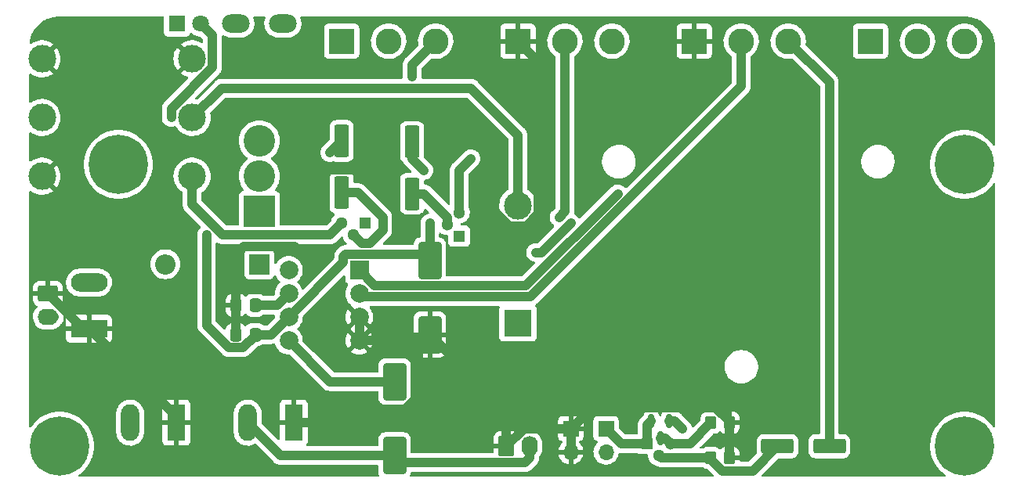
<source format=gbr>
%TF.GenerationSoftware,KiCad,Pcbnew,(6.0.0)*%
%TF.CreationDate,2023-02-02T14:21:30+00:00*%
%TF.ProjectId,GemToasterAmp,47656d54-6f61-4737-9465-72416d702e6b,rev?*%
%TF.SameCoordinates,Original*%
%TF.FileFunction,Copper,L2,Bot*%
%TF.FilePolarity,Positive*%
%FSLAX46Y46*%
G04 Gerber Fmt 4.6, Leading zero omitted, Abs format (unit mm)*
G04 Created by KiCad (PCBNEW (6.0.0)) date 2023-02-02 14:21:30*
%MOMM*%
%LPD*%
G01*
G04 APERTURE LIST*
G04 Aperture macros list*
%AMRoundRect*
0 Rectangle with rounded corners*
0 $1 Rounding radius*
0 $2 $3 $4 $5 $6 $7 $8 $9 X,Y pos of 4 corners*
0 Add a 4 corners polygon primitive as box body*
4,1,4,$2,$3,$4,$5,$6,$7,$8,$9,$2,$3,0*
0 Add four circle primitives for the rounded corners*
1,1,$1+$1,$2,$3*
1,1,$1+$1,$4,$5*
1,1,$1+$1,$6,$7*
1,1,$1+$1,$8,$9*
0 Add four rect primitives between the rounded corners*
20,1,$1+$1,$2,$3,$4,$5,0*
20,1,$1+$1,$4,$5,$6,$7,0*
20,1,$1+$1,$6,$7,$8,$9,0*
20,1,$1+$1,$8,$9,$2,$3,0*%
G04 Aperture macros list end*
%TA.AperFunction,ComponentPad*%
%ADD10R,1.300000X1.300000*%
%TD*%
%TA.AperFunction,ComponentPad*%
%ADD11C,1.300000*%
%TD*%
%TA.AperFunction,ComponentPad*%
%ADD12C,0.800000*%
%TD*%
%TA.AperFunction,ComponentPad*%
%ADD13C,6.400000*%
%TD*%
%TA.AperFunction,ComponentPad*%
%ADD14R,3.413760X3.413760*%
%TD*%
%TA.AperFunction,ComponentPad*%
%ADD15C,3.413760*%
%TD*%
%TA.AperFunction,ComponentPad*%
%ADD16O,3.000000X2.000000*%
%TD*%
%TA.AperFunction,ComponentPad*%
%ADD17R,1.800000X1.800000*%
%TD*%
%TA.AperFunction,ComponentPad*%
%ADD18C,1.800000*%
%TD*%
%TA.AperFunction,ComponentPad*%
%ADD19RoundRect,0.250000X-0.620000X-0.845000X0.620000X-0.845000X0.620000X0.845000X-0.620000X0.845000X0*%
%TD*%
%TA.AperFunction,ComponentPad*%
%ADD20O,1.740000X2.190000*%
%TD*%
%TA.AperFunction,ComponentPad*%
%ADD21R,1.700000X1.700000*%
%TD*%
%TA.AperFunction,ComponentPad*%
%ADD22O,1.700000X1.700000*%
%TD*%
%TA.AperFunction,ComponentPad*%
%ADD23R,2.794000X2.794000*%
%TD*%
%TA.AperFunction,ComponentPad*%
%ADD24C,2.794000*%
%TD*%
%TA.AperFunction,ComponentPad*%
%ADD25RoundRect,0.250000X-0.845000X0.620000X-0.845000X-0.620000X0.845000X-0.620000X0.845000X0.620000X0*%
%TD*%
%TA.AperFunction,ComponentPad*%
%ADD26O,2.190000X1.740000*%
%TD*%
%TA.AperFunction,ComponentPad*%
%ADD27R,3.960000X1.980000*%
%TD*%
%TA.AperFunction,ComponentPad*%
%ADD28O,3.960000X1.980000*%
%TD*%
%TA.AperFunction,SMDPad,CuDef*%
%ADD29RoundRect,0.250000X-0.337500X-0.475000X0.337500X-0.475000X0.337500X0.475000X-0.337500X0.475000X0*%
%TD*%
%TA.AperFunction,SMDPad,CuDef*%
%ADD30RoundRect,0.250000X-0.350000X-0.450000X0.350000X-0.450000X0.350000X0.450000X-0.350000X0.450000X0*%
%TD*%
%TA.AperFunction,SMDPad,CuDef*%
%ADD31RoundRect,0.250000X0.550000X-1.500000X0.550000X1.500000X-0.550000X1.500000X-0.550000X-1.500000X0*%
%TD*%
%TA.AperFunction,SMDPad,CuDef*%
%ADD32RoundRect,0.250000X-1.500000X-0.550000X1.500000X-0.550000X1.500000X0.550000X-1.500000X0.550000X0*%
%TD*%
%TA.AperFunction,ComponentPad*%
%ADD33R,1.980000X3.960000*%
%TD*%
%TA.AperFunction,ComponentPad*%
%ADD34O,1.980000X3.960000*%
%TD*%
%TA.AperFunction,SMDPad,CuDef*%
%ADD35RoundRect,0.150000X-0.150000X0.587500X-0.150000X-0.587500X0.150000X-0.587500X0.150000X0.587500X0*%
%TD*%
%TA.AperFunction,ComponentPad*%
%ADD36R,1.998980X1.998980*%
%TD*%
%TA.AperFunction,ComponentPad*%
%ADD37C,1.998980*%
%TD*%
%TA.AperFunction,SMDPad,CuDef*%
%ADD38RoundRect,0.250000X-1.000000X1.750000X-1.000000X-1.750000X1.000000X-1.750000X1.000000X1.750000X0*%
%TD*%
%TA.AperFunction,ComponentPad*%
%ADD39R,2.200000X2.200000*%
%TD*%
%TA.AperFunction,ComponentPad*%
%ADD40O,2.200000X2.200000*%
%TD*%
%TA.AperFunction,ComponentPad*%
%ADD41R,3.000000X3.000000*%
%TD*%
%TA.AperFunction,ComponentPad*%
%ADD42C,3.000000*%
%TD*%
%TA.AperFunction,SMDPad,CuDef*%
%ADD43RoundRect,0.250000X0.337500X0.475000X-0.337500X0.475000X-0.337500X-0.475000X0.337500X-0.475000X0*%
%TD*%
%TA.AperFunction,ViaPad*%
%ADD44C,0.800000*%
%TD*%
%TA.AperFunction,Conductor*%
%ADD45C,1.000000*%
%TD*%
G04 APERTURE END LIST*
D10*
%TO.P,Q2,1,D*%
%TO.N,Net-(C3-Pad1)*%
X160020000Y-63627000D03*
D11*
%TO.P,Q2,2,S*%
%TO.N,Net-(EC4-Pad1)*%
X158750000Y-62357000D03*
%TO.P,Q2,3,G*%
%TO.N,Net-(C5-Pad2)*%
X160020000Y-61087000D03*
%TD*%
D12*
%TO.P,REF\u002A\u002A,1*%
%TO.N,N/C*%
X212230000Y-55880000D03*
X212932944Y-54182944D03*
X214630000Y-53480000D03*
X212932944Y-57577056D03*
D13*
X214630000Y-55880000D03*
D12*
X217030000Y-55880000D03*
X214630000Y-58280000D03*
X216327056Y-54182944D03*
X216327056Y-57577056D03*
%TD*%
%TO.P,REF\u002A\u002A,1*%
%TO.N,N/C*%
X216327056Y-88057056D03*
X212932944Y-88057056D03*
X214630000Y-88760000D03*
X212932944Y-84662944D03*
X217030000Y-86360000D03*
X214630000Y-83960000D03*
X216327056Y-84662944D03*
D13*
X214630000Y-86360000D03*
D12*
X212230000Y-86360000D03*
%TD*%
D10*
%TO.P,Q1,1,D*%
%TO.N,Net-(C1-Pad1)*%
X149860000Y-62230000D03*
D11*
%TO.P,Q1,2,S*%
%TO.N,Net-(EC2-Pad1)*%
X148590000Y-63500000D03*
%TO.P,Q1,3,G*%
%TO.N,/INPUT*%
X147320000Y-62230000D03*
%TD*%
D14*
%TO.P,SW1,1,A*%
%TO.N,Net-(SW1-Pad1)*%
X138430000Y-60960000D03*
D15*
%TO.P,SW1,2,B*%
%TO.N,/power_in*%
X138430000Y-57150000D03*
%TO.P,SW1,3,C*%
%TO.N,Net-(SW1-Pad3)*%
X138430000Y-53340000D03*
D16*
%TO.P,SW1,4*%
%TO.N,N/C*%
X140970000Y-40640000D03*
%TO.P,SW1,5*%
X135890000Y-40640000D03*
%TD*%
D12*
%TO.P,REF\u002A\u002A,1*%
%TO.N,N/C*%
X125590000Y-55880000D03*
X123190000Y-53480000D03*
X121492944Y-57577056D03*
X120790000Y-55880000D03*
X124887056Y-54182944D03*
X124887056Y-57577056D03*
D13*
X123190000Y-55880000D03*
D12*
X123190000Y-58280000D03*
X121492944Y-54182944D03*
%TD*%
%TO.P,REF\u002A\u002A,1*%
%TO.N,N/C*%
X115142944Y-84662944D03*
X119240000Y-86360000D03*
X115142944Y-88057056D03*
X114440000Y-86360000D03*
X118537056Y-84662944D03*
D13*
X116840000Y-86360000D03*
D12*
X118537056Y-88057056D03*
X116840000Y-88760000D03*
X116840000Y-83960000D03*
%TD*%
D17*
%TO.P,D2,1,K*%
%TO.N,Net-(D2-Pad1)*%
X129540000Y-40640000D03*
D18*
%TO.P,D2,2,A*%
%TO.N,VCC*%
X132080000Y-40640000D03*
%TD*%
D19*
%TO.P,J5,1,Pin_1*%
%TO.N,GND*%
X165100000Y-86360000D03*
D20*
%TO.P,J5,2,Pin_2*%
%TO.N,/SPKR+*%
X167640000Y-86360000D03*
%TD*%
D21*
%TO.P,J8,1,Pin_1*%
%TO.N,VCC*%
X175895000Y-84455000D03*
D22*
%TO.P,J8,2,Pin_2*%
X175895000Y-86995000D03*
%TD*%
D21*
%TO.P,J9,1,Pin_1*%
%TO.N,GND*%
X172085000Y-84455000D03*
D22*
%TO.P,J9,2,Pin_2*%
X172085000Y-86995000D03*
%TD*%
D23*
%TO.P,PT1,1,1*%
%TO.N,GND*%
X166370000Y-42545000D03*
D24*
%TO.P,PT1,2,2*%
%TO.N,Net-(PT1-Pad2)*%
X171450000Y-42545000D03*
%TO.P,PT1,3,3*%
%TO.N,Net-(C3-Pad2)*%
X176530000Y-42545000D03*
%TD*%
D25*
%TO.P,J3,1,Pin_1*%
%TO.N,GND*%
X115570000Y-69850000D03*
D26*
%TO.P,J3,2,Pin_2*%
%TO.N,/INPUT*%
X115570000Y-72390000D03*
%TD*%
D27*
%TO.P,J1,1,Pin_1*%
%TO.N,GND*%
X120015000Y-73660000D03*
D28*
%TO.P,J1,2,Pin_2*%
%TO.N,/INPUT*%
X120015000Y-68660000D03*
%TD*%
D29*
%TO.P,C4,1*%
%TO.N,GND*%
X135890000Y-71120000D03*
%TO.P,C4,2*%
%TO.N,Net-(C4-Pad2)*%
X137965000Y-71120000D03*
%TD*%
D30*
%TO.P,R4,1*%
%TO.N,Net-(PT1-Pad2)*%
X187230000Y-83820000D03*
%TO.P,R4,2*%
%TO.N,GND*%
X189230000Y-83820000D03*
%TD*%
D31*
%TO.P,EC2,1*%
%TO.N,Net-(EC2-Pad1)*%
X147320000Y-58940000D03*
%TO.P,EC2,2*%
%TO.N,Net-(EC2-Pad2)*%
X147320000Y-53340000D03*
%TD*%
D32*
%TO.P,EC1,1*%
%TO.N,Net-(EC1-Pad1)*%
X194425000Y-86360000D03*
%TO.P,EC1,2*%
%TO.N,Net-(EC1-Pad2)*%
X200025000Y-86360000D03*
%TD*%
D33*
%TO.P,J6,1,Pin_1*%
%TO.N,GND*%
X129460000Y-83820000D03*
D34*
%TO.P,J6,2,Pin_2*%
%TO.N,/Vsupp*%
X124460000Y-83820000D03*
%TD*%
D23*
%TO.P,PT3,1,1*%
%TO.N,GND*%
X185420000Y-42545000D03*
D24*
%TO.P,PT3,2,2*%
%TO.N,Net-(PT3-Pad2)*%
X190500000Y-42545000D03*
%TO.P,PT3,3,3*%
%TO.N,Net-(EC1-Pad2)*%
X195580000Y-42545000D03*
%TD*%
D10*
%TO.P,Q3,1,D*%
%TO.N,VCC*%
X180340000Y-86082000D03*
D35*
X180787000Y-83620500D03*
D11*
%TO.P,Q3,2,S*%
%TO.N,Net-(EC1-Pad1)*%
X181610000Y-87352000D03*
D35*
X182687000Y-83620500D03*
%TO.P,Q3,3,G*%
%TO.N,Net-(PT1-Pad2)*%
X181737000Y-85495500D03*
D11*
X182880000Y-86082000D03*
%TD*%
D30*
%TO.P,R5,1*%
%TO.N,Net-(EC1-Pad1)*%
X187230000Y-87630000D03*
%TO.P,R5,2*%
%TO.N,GND*%
X189230000Y-87630000D03*
%TD*%
D23*
%TO.P,PT4,1,1*%
%TO.N,Net-(PT4-Pad1)*%
X204470000Y-42545000D03*
D24*
%TO.P,PT4,2,2*%
%TO.N,Net-(PT4-Pad2)*%
X209550000Y-42545000D03*
%TO.P,PT4,3,3*%
X214630000Y-42545000D03*
%TD*%
D36*
%TO.P,U1,1,GAIN*%
%TO.N,Net-(PT4-Pad1)*%
X149225000Y-67310000D03*
D37*
%TO.P,U1,2,-*%
%TO.N,Net-(PT3-Pad2)*%
X149225000Y-69850000D03*
%TO.P,U1,3,+*%
%TO.N,GND*%
X149225000Y-72390000D03*
%TO.P,U1,4,GND*%
X149225000Y-74930000D03*
%TO.P,U1,5*%
%TO.N,Net-(EC3-Pad1)*%
X141605000Y-74930000D03*
%TO.P,U1,6,V+*%
%TO.N,VCC*%
X141605000Y-72390000D03*
%TO.P,U1,7,BYPASS*%
%TO.N,Net-(C4-Pad2)*%
X141605000Y-69850000D03*
%TO.P,U1,8,GAIN*%
%TO.N,Net-(PT4-Pad2)*%
X141605000Y-67310000D03*
%TD*%
D38*
%TO.P,EC5,1*%
%TO.N,VCC*%
X156845000Y-66295000D03*
%TO.P,EC5,2*%
%TO.N,GND*%
X156845000Y-74295000D03*
%TD*%
D33*
%TO.P,J2,1,Pin_1*%
%TO.N,GND*%
X142160000Y-83820000D03*
D34*
%TO.P,J2,2,Pin_2*%
%TO.N,/SPKR+*%
X137160000Y-83820000D03*
%TD*%
D38*
%TO.P,EC3,1*%
%TO.N,Net-(EC3-Pad1)*%
X153035000Y-79375000D03*
%TO.P,EC3,2*%
%TO.N,/SPKR+*%
X153035000Y-87375000D03*
%TD*%
D31*
%TO.P,EC4,1*%
%TO.N,Net-(EC4-Pad1)*%
X154940000Y-59055000D03*
%TO.P,EC4,2*%
%TO.N,Net-(EC4-Pad2)*%
X154940000Y-53455000D03*
%TD*%
D39*
%TO.P,D1,1,K*%
%TO.N,/power_in*%
X138430000Y-66675000D03*
D40*
%TO.P,D1,2,A*%
%TO.N,+BATT*%
X128270000Y-66675000D03*
%TD*%
D41*
%TO.P,BT1,1,+*%
%TO.N,+BATT*%
X166370000Y-73025000D03*
D42*
%TO.P,BT1,2,-*%
%TO.N,-BATT*%
X166370000Y-60325000D03*
%TD*%
D23*
%TO.P,PT2,1,1*%
%TO.N,Net-(C6-Pad1)*%
X147320000Y-42545000D03*
D24*
%TO.P,PT2,2,2*%
%TO.N,Net-(C5-Pad1)*%
X152400000Y-42545000D03*
%TO.P,PT2,3,3*%
%TO.N,Net-(C2-Pad1)*%
X157480000Y-42545000D03*
%TD*%
D42*
%TO.P,J7,R*%
%TO.N,-BATT*%
X131165000Y-50800000D03*
%TO.P,J7,RN*%
%TO.N,unconnected-(J7-PadRN)*%
X114935000Y-50800000D03*
%TO.P,J7,S*%
%TO.N,GND*%
X131165000Y-44450000D03*
%TO.P,J7,SN*%
X114935000Y-44450000D03*
%TO.P,J7,T*%
%TO.N,/INPUT*%
X131165000Y-57150000D03*
%TO.P,J7,TN*%
%TO.N,GND*%
X114935000Y-57150000D03*
%TD*%
D43*
%TO.P,C7,1*%
%TO.N,VCC*%
X137965000Y-74295000D03*
%TO.P,C7,2*%
%TO.N,GND*%
X135890000Y-74295000D03*
%TD*%
D44*
%TO.N,Net-(C2-Pad1)*%
X154940000Y-46355000D03*
%TO.N,GND*%
X142240000Y-64770000D03*
X135890000Y-72390000D03*
X151130000Y-57785000D03*
X143510000Y-56515000D03*
X161925000Y-58420000D03*
%TO.N,Net-(C5-Pad2)*%
X161290000Y-55245000D03*
%TO.N,VCC*%
X132715000Y-63500000D03*
X156845000Y-62230000D03*
X128905000Y-50800000D03*
%TO.N,Net-(EC1-Pad1)*%
X184150000Y-84455000D03*
%TO.N,Net-(EC2-Pad2)*%
X146050000Y-54610000D03*
%TO.N,Net-(EC4-Pad2)*%
X156210000Y-56515000D03*
%TO.N,Net-(PT1-Pad2)*%
X170815000Y-61595000D03*
%TO.N,Net-(PT4-Pad1)*%
X177165000Y-59055000D03*
%TO.N,Net-(PT4-Pad2)*%
X172085000Y-62230000D03*
X168275000Y-65405000D03*
%TD*%
D45*
%TO.N,-BATT*%
X166370000Y-60325000D02*
X166370000Y-52705000D01*
X166370000Y-52705000D02*
X161290000Y-47625000D01*
X161290000Y-47625000D02*
X134340000Y-47625000D01*
X134340000Y-47625000D02*
X131165000Y-50800000D01*
%TO.N,Net-(C2-Pad1)*%
X154940000Y-45085000D02*
X154940000Y-46355000D01*
X157480000Y-42545000D02*
X154940000Y-45085000D01*
%TO.N,GND*%
X189230000Y-83677176D02*
X187736304Y-82183480D01*
X189230000Y-83820000D02*
X189230000Y-83677176D01*
X165458932Y-62524511D02*
X161925000Y-58990579D01*
X167005000Y-84455000D02*
X165100000Y-86360000D01*
X149225000Y-72390000D02*
X149225000Y-74930000D01*
X135890000Y-71120000D02*
X135890000Y-65615978D01*
X168569511Y-44744511D02*
X168569511Y-61236068D01*
X129460000Y-83820000D02*
X129460000Y-83105000D01*
X143534520Y-56490480D02*
X149835480Y-56490480D01*
X161925000Y-58990579D02*
X161925000Y-58420000D01*
X174356520Y-82183480D02*
X172085000Y-84455000D01*
X165100000Y-86360000D02*
X165100000Y-82550000D01*
X156210000Y-74930000D02*
X156845000Y-74295000D01*
X165100000Y-82550000D02*
X156845000Y-74295000D01*
X155575000Y-80927824D02*
X155575000Y-75565000D01*
X136735978Y-64770000D02*
X142240000Y-64770000D01*
X135890000Y-65615978D02*
X136735978Y-64770000D01*
X149225000Y-74930000D02*
X156210000Y-74930000D01*
X120015000Y-73660000D02*
X119380000Y-73660000D01*
X187736304Y-82183480D02*
X174356520Y-82183480D01*
X168569511Y-61236068D02*
X167281068Y-62524511D01*
X143510000Y-56515000D02*
X143534520Y-56490480D01*
X135890000Y-71120000D02*
X135890000Y-72390000D01*
X166370000Y-42545000D02*
X168569511Y-44744511D01*
X189230000Y-83820000D02*
X189230000Y-87630000D01*
X149835480Y-56490480D02*
X151130000Y-57785000D01*
X172085000Y-84455000D02*
X172085000Y-86995000D01*
X129460000Y-83105000D02*
X120015000Y-73660000D01*
X135890000Y-72390000D02*
X135890000Y-74295000D01*
X119380000Y-73660000D02*
X115570000Y-69850000D01*
X167281068Y-62524511D02*
X165458932Y-62524511D01*
X155575000Y-75565000D02*
X156845000Y-74295000D01*
X152682824Y-83820000D02*
X155575000Y-80927824D01*
X172085000Y-84455000D02*
X167005000Y-84455000D01*
X142160000Y-83820000D02*
X152682824Y-83820000D01*
%TO.N,Net-(C4-Pad2)*%
X140335000Y-71120000D02*
X141605000Y-69850000D01*
X137965000Y-71120000D02*
X140335000Y-71120000D01*
%TO.N,Net-(C5-Pad2)*%
X160020000Y-61087000D02*
X160020000Y-56515000D01*
X160020000Y-56515000D02*
X161290000Y-55245000D01*
%TO.N,VCC*%
X132715000Y-63500000D02*
X132715000Y-73275324D01*
X133364511Y-45361068D02*
X128905000Y-49820579D01*
X147525999Y-65834001D02*
X147749001Y-65610999D01*
X137965000Y-74295000D02*
X139700000Y-74295000D01*
X136620804Y-75719520D02*
X137965000Y-74375324D01*
X133364511Y-41924511D02*
X133364511Y-45361068D01*
X139700000Y-74295000D02*
X141605000Y-72390000D01*
X180340000Y-84067500D02*
X180340000Y-86082000D01*
X147525999Y-66469001D02*
X147525999Y-65834001D01*
X128905000Y-49820579D02*
X128905000Y-50800000D01*
X156845000Y-66295000D02*
X156845000Y-62230000D01*
X177522000Y-86082000D02*
X175895000Y-84455000D01*
X135159196Y-75719520D02*
X136620804Y-75719520D01*
X180340000Y-86082000D02*
X177522000Y-86082000D01*
X137965000Y-74375324D02*
X137965000Y-74295000D01*
X180787000Y-83620500D02*
X180340000Y-84067500D01*
X132080000Y-40640000D02*
X133364511Y-41924511D01*
X156160999Y-65610999D02*
X156845000Y-66295000D01*
X132715000Y-73275324D02*
X135159196Y-75719520D01*
X147749001Y-65610999D02*
X156160999Y-65610999D01*
X141605000Y-72390000D02*
X147525999Y-66469001D01*
%TO.N,Net-(EC1-Pad1)*%
X187230000Y-87630000D02*
X187230000Y-87772824D01*
X183315500Y-83620500D02*
X184150000Y-84455000D01*
X181610000Y-87352000D02*
X181888000Y-87630000D01*
X188486696Y-89029520D02*
X191755480Y-89029520D01*
X181888000Y-87630000D02*
X187230000Y-87630000D01*
X182687000Y-83620500D02*
X183315500Y-83620500D01*
X187230000Y-87772824D02*
X188486696Y-89029520D01*
X191755480Y-89029520D02*
X194425000Y-86360000D01*
%TO.N,Net-(EC1-Pad2)*%
X200025000Y-86360000D02*
X200025000Y-46990000D01*
X200025000Y-46990000D02*
X195580000Y-42545000D01*
%TO.N,Net-(EC2-Pad1)*%
X151765000Y-61595000D02*
X151765000Y-63024022D01*
X149501488Y-64411488D02*
X148590000Y-63500000D01*
X149110000Y-58940000D02*
X151765000Y-61595000D01*
X150377534Y-64411488D02*
X149501488Y-64411488D01*
X151765000Y-63024022D02*
X150377534Y-64411488D01*
X147320000Y-58940000D02*
X149110000Y-58940000D01*
%TO.N,Net-(EC2-Pad2)*%
X147320000Y-53340000D02*
X146050000Y-54610000D01*
%TO.N,Net-(EC3-Pad1)*%
X146050000Y-79375000D02*
X141605000Y-74930000D01*
X153035000Y-79375000D02*
X146050000Y-79375000D01*
%TO.N,/SPKR+*%
X140715000Y-87375000D02*
X153035000Y-87375000D01*
X137160000Y-83820000D02*
X140715000Y-87375000D01*
X153035000Y-87375000D02*
X153814520Y-88154520D01*
X153814520Y-88154520D02*
X167115480Y-88154520D01*
X167115480Y-88154520D02*
X167640000Y-87630000D01*
X167640000Y-87630000D02*
X167640000Y-86360000D01*
%TO.N,Net-(EC4-Pad1)*%
X158750000Y-61595000D02*
X158750000Y-62357000D01*
X156210000Y-59055000D02*
X158750000Y-61595000D01*
X154940000Y-59055000D02*
X156210000Y-59055000D01*
%TO.N,Net-(EC4-Pad2)*%
X154940000Y-53455000D02*
X154940000Y-55245000D01*
X154940000Y-55245000D02*
X156210000Y-56515000D01*
%TO.N,/INPUT*%
X116285000Y-72390000D02*
X115570000Y-72390000D01*
X134460854Y-63500000D02*
X146050000Y-63500000D01*
X131165000Y-60204146D02*
X134460854Y-63500000D01*
X146050000Y-63500000D02*
X147320000Y-62230000D01*
X131165000Y-57150000D02*
X131165000Y-60204146D01*
%TO.N,Net-(PT1-Pad2)*%
X184968000Y-86082000D02*
X187230000Y-83820000D01*
X171450000Y-60960000D02*
X170815000Y-61595000D01*
X181737000Y-85495500D02*
X182293500Y-85495500D01*
X182880000Y-86082000D02*
X184968000Y-86082000D01*
X182293500Y-85495500D02*
X182880000Y-86082000D01*
X171450000Y-42545000D02*
X171450000Y-60960000D01*
%TO.N,Net-(PT3-Pad2)*%
X190500000Y-47416364D02*
X190500000Y-42545000D01*
X167722334Y-70194030D02*
X190500000Y-47416364D01*
X149225000Y-69850000D02*
X149569031Y-70194031D01*
X149569031Y-70194031D02*
X167722334Y-70194030D01*
%TO.N,Net-(PT4-Pad1)*%
X150909520Y-68994520D02*
X167225480Y-68994520D01*
X167225480Y-68994520D02*
X177165000Y-59055000D01*
X149225000Y-67310000D02*
X150909520Y-68994520D01*
%TO.N,Net-(PT4-Pad2)*%
X168910000Y-65405000D02*
X172085000Y-62230000D01*
X168275000Y-65405000D02*
X168910000Y-65405000D01*
%TD*%
%TA.AperFunction,Conductor*%
%TO.N,GND*%
G36*
X128073621Y-39898002D02*
G01*
X128120114Y-39951658D01*
X128131500Y-40004000D01*
X128131500Y-41588134D01*
X128138255Y-41650316D01*
X128189385Y-41786705D01*
X128276739Y-41903261D01*
X128393295Y-41990615D01*
X128529684Y-42041745D01*
X128591866Y-42048500D01*
X130488134Y-42048500D01*
X130550316Y-42041745D01*
X130686705Y-41990615D01*
X130803261Y-41903261D01*
X130890615Y-41786705D01*
X130915180Y-41721178D01*
X130957822Y-41664414D01*
X131024383Y-41639714D01*
X131093732Y-41654921D01*
X131113647Y-41668464D01*
X131217807Y-41754939D01*
X131269349Y-41797730D01*
X131469322Y-41914584D01*
X131685694Y-41997209D01*
X131690760Y-41998240D01*
X131690761Y-41998240D01*
X131737967Y-42007844D01*
X131912656Y-42043385D01*
X131998779Y-42046543D01*
X132013177Y-42047071D01*
X132080519Y-42069555D01*
X132097655Y-42083890D01*
X132319106Y-42305340D01*
X132353131Y-42367652D01*
X132356011Y-42394436D01*
X132356011Y-42599788D01*
X132336009Y-42667909D01*
X132282353Y-42714402D01*
X132212079Y-42724506D01*
X132164176Y-42707221D01*
X132101122Y-42668582D01*
X132093552Y-42664624D01*
X131850704Y-42558022D01*
X131842644Y-42555120D01*
X131587592Y-42482467D01*
X131579214Y-42480685D01*
X131316656Y-42443318D01*
X131308111Y-42442691D01*
X131042908Y-42441302D01*
X131034374Y-42441839D01*
X130771433Y-42476456D01*
X130763035Y-42478149D01*
X130507238Y-42548127D01*
X130499143Y-42550946D01*
X130255199Y-42654997D01*
X130247577Y-42658881D01*
X130020013Y-42795075D01*
X130012981Y-42799962D01*
X129950053Y-42850377D01*
X129941584Y-42862500D01*
X129947980Y-42873770D01*
X131435115Y-44360905D01*
X131469141Y-44423217D01*
X131464076Y-44494032D01*
X131435115Y-44539095D01*
X129947910Y-46026300D01*
X129940618Y-46039654D01*
X129947673Y-46049627D01*
X129978679Y-46075551D01*
X129985598Y-46080579D01*
X130210272Y-46221515D01*
X130217807Y-46225556D01*
X130459520Y-46334694D01*
X130467551Y-46337680D01*
X130645684Y-46390445D01*
X130705318Y-46428970D01*
X130734658Y-46493621D01*
X130724387Y-46563871D01*
X130698993Y-46600351D01*
X128235621Y-49063724D01*
X128225478Y-49072826D01*
X128195975Y-49096547D01*
X128192008Y-49101275D01*
X128163709Y-49135000D01*
X128160528Y-49138648D01*
X128158885Y-49140460D01*
X128156691Y-49142654D01*
X128129358Y-49175928D01*
X128128696Y-49176726D01*
X128068846Y-49248053D01*
X128066278Y-49252723D01*
X128062897Y-49256840D01*
X128031860Y-49314724D01*
X128019023Y-49338665D01*
X128018394Y-49339824D01*
X127976538Y-49415960D01*
X127976535Y-49415968D01*
X127973567Y-49421366D01*
X127971955Y-49426448D01*
X127969438Y-49431142D01*
X127942238Y-49520110D01*
X127941918Y-49521138D01*
X127913765Y-49609885D01*
X127913171Y-49615181D01*
X127911613Y-49620277D01*
X127910990Y-49626413D01*
X127902218Y-49712766D01*
X127902089Y-49713972D01*
X127896500Y-49763806D01*
X127896500Y-49767333D01*
X127896445Y-49768318D01*
X127895998Y-49773998D01*
X127891626Y-49817041D01*
X127892206Y-49823172D01*
X127895941Y-49862688D01*
X127896500Y-49874546D01*
X127896500Y-50849769D01*
X127910920Y-50996833D01*
X127968084Y-51186169D01*
X128060934Y-51360796D01*
X128105534Y-51415481D01*
X128182040Y-51509287D01*
X128182043Y-51509290D01*
X128185935Y-51514062D01*
X128190682Y-51517989D01*
X128190684Y-51517991D01*
X128333575Y-51636201D01*
X128333579Y-51636203D01*
X128338325Y-51640130D01*
X128512299Y-51734198D01*
X128701232Y-51792682D01*
X128707357Y-51793326D01*
X128707358Y-51793326D01*
X128891796Y-51812711D01*
X128891798Y-51812711D01*
X128897925Y-51813355D01*
X128982127Y-51805692D01*
X129088749Y-51795989D01*
X129088752Y-51795988D01*
X129094888Y-51795430D01*
X129100798Y-51793690D01*
X129100801Y-51793690D01*
X129274921Y-51742445D01*
X129345917Y-51742401D01*
X129405668Y-51780747D01*
X129423058Y-51806701D01*
X129432160Y-51824799D01*
X129434586Y-51828328D01*
X129434589Y-51828334D01*
X129584843Y-52046953D01*
X129587274Y-52050490D01*
X129590161Y-52053663D01*
X129590162Y-52053664D01*
X129756230Y-52236171D01*
X129771582Y-52253043D01*
X129981675Y-52428707D01*
X129985316Y-52430991D01*
X130210024Y-52571951D01*
X130210028Y-52571953D01*
X130213664Y-52574234D01*
X130281544Y-52604883D01*
X130459345Y-52685164D01*
X130459349Y-52685166D01*
X130463257Y-52686930D01*
X130467377Y-52688150D01*
X130467376Y-52688150D01*
X130721723Y-52763491D01*
X130721727Y-52763492D01*
X130725836Y-52764709D01*
X130730070Y-52765357D01*
X130730075Y-52765358D01*
X130992298Y-52805483D01*
X130992300Y-52805483D01*
X130996540Y-52806132D01*
X131135912Y-52808322D01*
X131266071Y-52810367D01*
X131266077Y-52810367D01*
X131270362Y-52810434D01*
X131542235Y-52777534D01*
X131807127Y-52708041D01*
X131811087Y-52706401D01*
X131811092Y-52706399D01*
X132039383Y-52611837D01*
X132060136Y-52603241D01*
X132296582Y-52465073D01*
X132512089Y-52296094D01*
X132553809Y-52253043D01*
X132637761Y-52166411D01*
X132702669Y-52099431D01*
X132705202Y-52095983D01*
X132705206Y-52095978D01*
X132862257Y-51882178D01*
X132864795Y-51878723D01*
X132892154Y-51828334D01*
X132993418Y-51641830D01*
X132993419Y-51641828D01*
X132995468Y-51638054D01*
X133092269Y-51381877D01*
X133131779Y-51209368D01*
X133152449Y-51119117D01*
X133152450Y-51119113D01*
X133153407Y-51114933D01*
X133155243Y-51094368D01*
X133177531Y-50844627D01*
X133177531Y-50844625D01*
X133177751Y-50842161D01*
X133178193Y-50800000D01*
X133159567Y-50526778D01*
X133122724Y-50348870D01*
X133128496Y-50278109D01*
X133157011Y-50234224D01*
X134720829Y-48670405D01*
X134783141Y-48636380D01*
X134809924Y-48633500D01*
X160820075Y-48633500D01*
X160888196Y-48653502D01*
X160909170Y-48670405D01*
X165324595Y-53085829D01*
X165358621Y-53148141D01*
X165361500Y-53174924D01*
X165361500Y-58516374D01*
X165341498Y-58584495D01*
X165300206Y-58624490D01*
X165224725Y-58669664D01*
X165224721Y-58669667D01*
X165221043Y-58671868D01*
X165007318Y-58843094D01*
X164818808Y-59041742D01*
X164659002Y-59264136D01*
X164530857Y-59506161D01*
X164529385Y-59510184D01*
X164529383Y-59510188D01*
X164447398Y-59734222D01*
X164436743Y-59763337D01*
X164378404Y-60030907D01*
X164378068Y-60035177D01*
X164357386Y-60297965D01*
X164356917Y-60303918D01*
X164372682Y-60577320D01*
X164373507Y-60581525D01*
X164373508Y-60581533D01*
X164395675Y-60694519D01*
X164425405Y-60846053D01*
X164426792Y-60850103D01*
X164426793Y-60850108D01*
X164507900Y-61087000D01*
X164514112Y-61105144D01*
X164561065Y-61198500D01*
X164618904Y-61313500D01*
X164637160Y-61349799D01*
X164639586Y-61353328D01*
X164639589Y-61353334D01*
X164775295Y-61550786D01*
X164792274Y-61575490D01*
X164795161Y-61578663D01*
X164795162Y-61578664D01*
X164812386Y-61597593D01*
X164976582Y-61778043D01*
X164979877Y-61780798D01*
X164979878Y-61780799D01*
X165024382Y-61818010D01*
X165186675Y-61953707D01*
X165190316Y-61955991D01*
X165415024Y-62096951D01*
X165415028Y-62096953D01*
X165418664Y-62099234D01*
X165486544Y-62129883D01*
X165664345Y-62210164D01*
X165664349Y-62210166D01*
X165668257Y-62211930D01*
X165672377Y-62213150D01*
X165672376Y-62213150D01*
X165926723Y-62288491D01*
X165926727Y-62288492D01*
X165930836Y-62289709D01*
X165935070Y-62290357D01*
X165935075Y-62290358D01*
X166197298Y-62330483D01*
X166197300Y-62330483D01*
X166201540Y-62331132D01*
X166340912Y-62333322D01*
X166471071Y-62335367D01*
X166471077Y-62335367D01*
X166475362Y-62335434D01*
X166747235Y-62302534D01*
X167012127Y-62233041D01*
X167016087Y-62231401D01*
X167016092Y-62231399D01*
X167205734Y-62152846D01*
X167265136Y-62128241D01*
X167501582Y-61990073D01*
X167717089Y-61821094D01*
X167724883Y-61813052D01*
X167875648Y-61657474D01*
X167907669Y-61624431D01*
X167910202Y-61620983D01*
X167910206Y-61620978D01*
X168067257Y-61407178D01*
X168069795Y-61403723D01*
X168074695Y-61394698D01*
X168198418Y-61166830D01*
X168198419Y-61166828D01*
X168200468Y-61163054D01*
X168278925Y-60955423D01*
X168295751Y-60910895D01*
X168295752Y-60910891D01*
X168297269Y-60906877D01*
X168342093Y-60711166D01*
X168357449Y-60644117D01*
X168357450Y-60644113D01*
X168358407Y-60639933D01*
X168361781Y-60602134D01*
X168382531Y-60369627D01*
X168382531Y-60369625D01*
X168382751Y-60367161D01*
X168383193Y-60325000D01*
X168381305Y-60297309D01*
X168364859Y-60056055D01*
X168364858Y-60056049D01*
X168364567Y-60051778D01*
X168309032Y-59783612D01*
X168217617Y-59525465D01*
X168092013Y-59282112D01*
X168086113Y-59273716D01*
X167961255Y-59096062D01*
X167934545Y-59058057D01*
X167811418Y-58925556D01*
X167751046Y-58860588D01*
X167751043Y-58860585D01*
X167748125Y-58857445D01*
X167744810Y-58854731D01*
X167744806Y-58854728D01*
X167539523Y-58686706D01*
X167536205Y-58683990D01*
X167438665Y-58624218D01*
X167391034Y-58571570D01*
X167378500Y-58516785D01*
X167378500Y-52766843D01*
X167379237Y-52753236D01*
X167382659Y-52721738D01*
X167382659Y-52721733D01*
X167383324Y-52715612D01*
X167378950Y-52665612D01*
X167378621Y-52660786D01*
X167378500Y-52658314D01*
X167378500Y-52655231D01*
X167377326Y-52643262D01*
X167374310Y-52612494D01*
X167374188Y-52611181D01*
X167366623Y-52524718D01*
X167366087Y-52518587D01*
X167364600Y-52513468D01*
X167364080Y-52508167D01*
X167337209Y-52419166D01*
X167336874Y-52418033D01*
X167312630Y-52334586D01*
X167312628Y-52334582D01*
X167310909Y-52328664D01*
X167308456Y-52323932D01*
X167306916Y-52318831D01*
X167270248Y-52249867D01*
X167263269Y-52236740D01*
X167262657Y-52235574D01*
X167222729Y-52158547D01*
X167219892Y-52153074D01*
X167216569Y-52148911D01*
X167214066Y-52144204D01*
X167155245Y-52072082D01*
X167154554Y-52071226D01*
X167123262Y-52032027D01*
X167120758Y-52029523D01*
X167120116Y-52028805D01*
X167116415Y-52024472D01*
X167089065Y-51990938D01*
X167082334Y-51985369D01*
X167053738Y-51961713D01*
X167044958Y-51953723D01*
X162046855Y-46955621D01*
X162037753Y-46945478D01*
X162017897Y-46920782D01*
X162014032Y-46915975D01*
X161975578Y-46883708D01*
X161971931Y-46880528D01*
X161970119Y-46878885D01*
X161967925Y-46876691D01*
X161934651Y-46849358D01*
X161933853Y-46848696D01*
X161862526Y-46788846D01*
X161857856Y-46786278D01*
X161853739Y-46782897D01*
X161771914Y-46739023D01*
X161770755Y-46738394D01*
X161694619Y-46696538D01*
X161694611Y-46696535D01*
X161689213Y-46693567D01*
X161684131Y-46691955D01*
X161679437Y-46689438D01*
X161590469Y-46662238D01*
X161589441Y-46661918D01*
X161500694Y-46633765D01*
X161495398Y-46633171D01*
X161490302Y-46631613D01*
X161397743Y-46622210D01*
X161396607Y-46622089D01*
X161362992Y-46618319D01*
X161350270Y-46616892D01*
X161350266Y-46616892D01*
X161346773Y-46616500D01*
X161343246Y-46616500D01*
X161342261Y-46616445D01*
X161336581Y-46615998D01*
X161307175Y-46613011D01*
X161299663Y-46612248D01*
X161299661Y-46612248D01*
X161293538Y-46611626D01*
X161251259Y-46615623D01*
X161247891Y-46615941D01*
X161236033Y-46616500D01*
X156066460Y-46616500D01*
X155998339Y-46596498D01*
X155951846Y-46542842D01*
X155941245Y-46476455D01*
X155946612Y-46428602D01*
X155948500Y-46411773D01*
X155948500Y-45554925D01*
X155968502Y-45486804D01*
X155985405Y-45465830D01*
X156997772Y-44453463D01*
X157060084Y-44419437D01*
X157113150Y-44420633D01*
X157113356Y-44419553D01*
X157117723Y-44420386D01*
X157122033Y-44421529D01*
X157390009Y-44453246D01*
X157659781Y-44446889D01*
X157749929Y-44431884D01*
X157921576Y-44403314D01*
X157921580Y-44403313D01*
X157925966Y-44402583D01*
X157930207Y-44401242D01*
X157930210Y-44401241D01*
X158179007Y-44322557D01*
X158179009Y-44322556D01*
X158183253Y-44321214D01*
X158187264Y-44319288D01*
X158187269Y-44319286D01*
X158422489Y-44206335D01*
X158422490Y-44206334D01*
X158426508Y-44204405D01*
X158575050Y-44105152D01*
X158647169Y-44056964D01*
X158647173Y-44056961D01*
X158650877Y-44054486D01*
X158654194Y-44051515D01*
X158654198Y-44051512D01*
X158726594Y-43986669D01*
X164465001Y-43986669D01*
X164465371Y-43993490D01*
X164470895Y-44044352D01*
X164474521Y-44059604D01*
X164519676Y-44180054D01*
X164528214Y-44195649D01*
X164604715Y-44297724D01*
X164617276Y-44310285D01*
X164719351Y-44386786D01*
X164734946Y-44395324D01*
X164855394Y-44440478D01*
X164870649Y-44444105D01*
X164921514Y-44449631D01*
X164928328Y-44450000D01*
X166097885Y-44450000D01*
X166113124Y-44445525D01*
X166114329Y-44444135D01*
X166116000Y-44436452D01*
X166116000Y-44431884D01*
X166624000Y-44431884D01*
X166628475Y-44447123D01*
X166629865Y-44448328D01*
X166637548Y-44449999D01*
X167811669Y-44449999D01*
X167818490Y-44449629D01*
X167869352Y-44444105D01*
X167884604Y-44440479D01*
X168005054Y-44395324D01*
X168020649Y-44386786D01*
X168122724Y-44310285D01*
X168135285Y-44297724D01*
X168211786Y-44195649D01*
X168220324Y-44180054D01*
X168265478Y-44059606D01*
X168269105Y-44044351D01*
X168274631Y-43993486D01*
X168275000Y-43986672D01*
X168275000Y-42817115D01*
X168270525Y-42801876D01*
X168269135Y-42800671D01*
X168261452Y-42799000D01*
X166642115Y-42799000D01*
X166626876Y-42803475D01*
X166625671Y-42804865D01*
X166624000Y-42812548D01*
X166624000Y-44431884D01*
X166116000Y-44431884D01*
X166116000Y-42817115D01*
X166111525Y-42801876D01*
X166110135Y-42800671D01*
X166102452Y-42799000D01*
X164483116Y-42799000D01*
X164467877Y-42803475D01*
X164466672Y-42804865D01*
X164465001Y-42812548D01*
X164465001Y-43986669D01*
X158726594Y-43986669D01*
X158848567Y-43877421D01*
X158848568Y-43877420D01*
X158851885Y-43874449D01*
X159025519Y-43667886D01*
X159168317Y-43438918D01*
X159277428Y-43192114D01*
X159350675Y-42932398D01*
X159366831Y-42812115D01*
X159386170Y-42668135D01*
X159386171Y-42668127D01*
X159386597Y-42664953D01*
X159390367Y-42545000D01*
X159371309Y-42275827D01*
X159370676Y-42272885D01*
X164465000Y-42272885D01*
X164469475Y-42288124D01*
X164470865Y-42289329D01*
X164478548Y-42291000D01*
X166097885Y-42291000D01*
X166113124Y-42286525D01*
X166114329Y-42285135D01*
X166116000Y-42277452D01*
X166116000Y-42272885D01*
X166624000Y-42272885D01*
X166628475Y-42288124D01*
X166629865Y-42289329D01*
X166637548Y-42291000D01*
X168256884Y-42291000D01*
X168272123Y-42286525D01*
X168273328Y-42285135D01*
X168274999Y-42277452D01*
X168274999Y-41103331D01*
X168274629Y-41096510D01*
X168269105Y-41045648D01*
X168265479Y-41030396D01*
X168220324Y-40909946D01*
X168211786Y-40894351D01*
X168135285Y-40792276D01*
X168122724Y-40779715D01*
X168020649Y-40703214D01*
X168005054Y-40694676D01*
X167884606Y-40649522D01*
X167869351Y-40645895D01*
X167818486Y-40640369D01*
X167811672Y-40640000D01*
X166642115Y-40640000D01*
X166626876Y-40644475D01*
X166625671Y-40645865D01*
X166624000Y-40653548D01*
X166624000Y-42272885D01*
X166116000Y-42272885D01*
X166116000Y-40658116D01*
X166111525Y-40642877D01*
X166110135Y-40641672D01*
X166102452Y-40640001D01*
X164928331Y-40640001D01*
X164921510Y-40640371D01*
X164870648Y-40645895D01*
X164855396Y-40649521D01*
X164734946Y-40694676D01*
X164719351Y-40703214D01*
X164617276Y-40779715D01*
X164604715Y-40792276D01*
X164528214Y-40894351D01*
X164519676Y-40909946D01*
X164474522Y-41030394D01*
X164470895Y-41045649D01*
X164465369Y-41096514D01*
X164465000Y-41103328D01*
X164465000Y-42272885D01*
X159370676Y-42272885D01*
X159358548Y-42216552D01*
X159315450Y-42016377D01*
X159314513Y-42012025D01*
X159309428Y-41998240D01*
X159222656Y-41763034D01*
X159221115Y-41758857D01*
X159200785Y-41721178D01*
X159095089Y-41525290D01*
X159092976Y-41521374D01*
X158932654Y-41304316D01*
X158885315Y-41256227D01*
X158798002Y-41167532D01*
X158743348Y-41112013D01*
X158739808Y-41109312D01*
X158739802Y-41109306D01*
X158532375Y-40951003D01*
X158528835Y-40948301D01*
X158467751Y-40914092D01*
X158297281Y-40818624D01*
X158297278Y-40818623D01*
X158293395Y-40816448D01*
X158041725Y-40719085D01*
X158037400Y-40718082D01*
X158037395Y-40718081D01*
X157892885Y-40684586D01*
X157778847Y-40658153D01*
X157510007Y-40634869D01*
X157505572Y-40635113D01*
X157505568Y-40635113D01*
X157245011Y-40649452D01*
X157245004Y-40649453D01*
X157240568Y-40649697D01*
X156975906Y-40702341D01*
X156971696Y-40703819D01*
X156971694Y-40703820D01*
X156823185Y-40755973D01*
X156721302Y-40791752D01*
X156717351Y-40793805D01*
X156717345Y-40793807D01*
X156485786Y-40914092D01*
X156481836Y-40916144D01*
X156478221Y-40918727D01*
X156478215Y-40918731D01*
X156412272Y-40965855D01*
X156262286Y-41073037D01*
X156067033Y-41259299D01*
X155899973Y-41471214D01*
X155764438Y-41704555D01*
X155762770Y-41708672D01*
X155762767Y-41708679D01*
X155684845Y-41901060D01*
X155663133Y-41954664D01*
X155634594Y-42069555D01*
X155615268Y-42147359D01*
X155598080Y-42216552D01*
X155570576Y-42484994D01*
X155570751Y-42489446D01*
X155577772Y-42668135D01*
X155581170Y-42754633D01*
X155592581Y-42817115D01*
X155609907Y-42911982D01*
X155602469Y-42982588D01*
X155575052Y-43023714D01*
X154270621Y-44328145D01*
X154260478Y-44337247D01*
X154230975Y-44360968D01*
X154227008Y-44365696D01*
X154198709Y-44399421D01*
X154195528Y-44403069D01*
X154193885Y-44404881D01*
X154191691Y-44407075D01*
X154164358Y-44440349D01*
X154163696Y-44441147D01*
X154103846Y-44512474D01*
X154101278Y-44517144D01*
X154097897Y-44521261D01*
X154088335Y-44539095D01*
X154054023Y-44603086D01*
X154053394Y-44604245D01*
X154011538Y-44680381D01*
X154011535Y-44680389D01*
X154008567Y-44685787D01*
X154006955Y-44690869D01*
X154004438Y-44695563D01*
X153977238Y-44784531D01*
X153976918Y-44785559D01*
X153948765Y-44874306D01*
X153948171Y-44879602D01*
X153946613Y-44884698D01*
X153937443Y-44974974D01*
X153937218Y-44977187D01*
X153937089Y-44978393D01*
X153931500Y-45028227D01*
X153931500Y-45031754D01*
X153931445Y-45032739D01*
X153930998Y-45038419D01*
X153926626Y-45081462D01*
X153927206Y-45087593D01*
X153930941Y-45127109D01*
X153931500Y-45138967D01*
X153931500Y-46404769D01*
X153933837Y-46428602D01*
X153938700Y-46478205D01*
X153925440Y-46547953D01*
X153876577Y-46599459D01*
X153813301Y-46616500D01*
X134401843Y-46616500D01*
X134388236Y-46615763D01*
X134356738Y-46612341D01*
X134356733Y-46612341D01*
X134350612Y-46611676D01*
X134327900Y-46613663D01*
X134300612Y-46616050D01*
X134295786Y-46616379D01*
X134293314Y-46616500D01*
X134290231Y-46616500D01*
X134278262Y-46617674D01*
X134247494Y-46620690D01*
X134246181Y-46620812D01*
X134201916Y-46624685D01*
X134153587Y-46628913D01*
X134148468Y-46630400D01*
X134143167Y-46630920D01*
X134054166Y-46657791D01*
X134053033Y-46658126D01*
X133969586Y-46682370D01*
X133969582Y-46682372D01*
X133963664Y-46684091D01*
X133958932Y-46686544D01*
X133953831Y-46688084D01*
X133948388Y-46690978D01*
X133871740Y-46731731D01*
X133870574Y-46732343D01*
X133793547Y-46772271D01*
X133788074Y-46775108D01*
X133783911Y-46778431D01*
X133779204Y-46780934D01*
X133707082Y-46839755D01*
X133706226Y-46840446D01*
X133667027Y-46871738D01*
X133664523Y-46874242D01*
X133663805Y-46874884D01*
X133659472Y-46878585D01*
X133625938Y-46905935D01*
X133622011Y-46910682D01*
X133622009Y-46910684D01*
X133596713Y-46941262D01*
X133588723Y-46950042D01*
X132640488Y-47898278D01*
X131732763Y-48806003D01*
X131670451Y-48840028D01*
X131609151Y-48838088D01*
X131585354Y-48831309D01*
X131525320Y-48793411D01*
X131495305Y-48729071D01*
X131504839Y-48658718D01*
X131530778Y-48621035D01*
X134033890Y-46117923D01*
X134044033Y-46108821D01*
X134068729Y-46088965D01*
X134073536Y-46085100D01*
X134105803Y-46046646D01*
X134108983Y-46042999D01*
X134110626Y-46041187D01*
X134112820Y-46038993D01*
X134140153Y-46005719D01*
X134140859Y-46004868D01*
X134196706Y-45938312D01*
X134200665Y-45933594D01*
X134203233Y-45928924D01*
X134206614Y-45924807D01*
X134250488Y-45842982D01*
X134251117Y-45841823D01*
X134292973Y-45765687D01*
X134292976Y-45765679D01*
X134295944Y-45760281D01*
X134297556Y-45755199D01*
X134300073Y-45750505D01*
X134327273Y-45661537D01*
X134327619Y-45660426D01*
X134353884Y-45577631D01*
X134355746Y-45571762D01*
X134356340Y-45566466D01*
X134357898Y-45561370D01*
X134367301Y-45468811D01*
X134367422Y-45467675D01*
X134373011Y-45417841D01*
X134373011Y-45414314D01*
X134373066Y-45413329D01*
X134373513Y-45407649D01*
X134377885Y-45364606D01*
X134373570Y-45318959D01*
X134373011Y-45307101D01*
X134373011Y-43990134D01*
X145414500Y-43990134D01*
X145421255Y-44052316D01*
X145472385Y-44188705D01*
X145559739Y-44305261D01*
X145676295Y-44392615D01*
X145812684Y-44443745D01*
X145874866Y-44450500D01*
X148765134Y-44450500D01*
X148827316Y-44443745D01*
X148963705Y-44392615D01*
X149080261Y-44305261D01*
X149167615Y-44188705D01*
X149218745Y-44052316D01*
X149225500Y-43990134D01*
X149225500Y-42484994D01*
X150490576Y-42484994D01*
X150490751Y-42489446D01*
X150497772Y-42668135D01*
X150501170Y-42754633D01*
X150549651Y-43020089D01*
X150635051Y-43276066D01*
X150637044Y-43280054D01*
X150714386Y-43434839D01*
X150755667Y-43517456D01*
X150909092Y-43739443D01*
X151092264Y-43937598D01*
X151095718Y-43940410D01*
X151298073Y-44105152D01*
X151301529Y-44107966D01*
X151417309Y-44177671D01*
X151528896Y-44244852D01*
X151528900Y-44244854D01*
X151532712Y-44247149D01*
X151652149Y-44297724D01*
X151777101Y-44350635D01*
X151777105Y-44350636D01*
X151781199Y-44352370D01*
X151785491Y-44353508D01*
X151785494Y-44353509D01*
X152037736Y-44420390D01*
X152037740Y-44420391D01*
X152042033Y-44421529D01*
X152046442Y-44422051D01*
X152046448Y-44422052D01*
X152222105Y-44442842D01*
X152310009Y-44453246D01*
X152579781Y-44446889D01*
X152669929Y-44431884D01*
X152841576Y-44403314D01*
X152841580Y-44403313D01*
X152845966Y-44402583D01*
X152850207Y-44401242D01*
X152850210Y-44401241D01*
X153099007Y-44322557D01*
X153099009Y-44322556D01*
X153103253Y-44321214D01*
X153107264Y-44319288D01*
X153107269Y-44319286D01*
X153342489Y-44206335D01*
X153342490Y-44206334D01*
X153346508Y-44204405D01*
X153495050Y-44105152D01*
X153567169Y-44056964D01*
X153567173Y-44056961D01*
X153570877Y-44054486D01*
X153574194Y-44051515D01*
X153574198Y-44051512D01*
X153768567Y-43877421D01*
X153768568Y-43877420D01*
X153771885Y-43874449D01*
X153945519Y-43667886D01*
X154088317Y-43438918D01*
X154197428Y-43192114D01*
X154270675Y-42932398D01*
X154286831Y-42812115D01*
X154306170Y-42668135D01*
X154306171Y-42668127D01*
X154306597Y-42664953D01*
X154310367Y-42545000D01*
X154291309Y-42275827D01*
X154278548Y-42216552D01*
X154235450Y-42016377D01*
X154234513Y-42012025D01*
X154229428Y-41998240D01*
X154142656Y-41763034D01*
X154141115Y-41758857D01*
X154120785Y-41721178D01*
X154015089Y-41525290D01*
X154012976Y-41521374D01*
X153852654Y-41304316D01*
X153805315Y-41256227D01*
X153718002Y-41167532D01*
X153663348Y-41112013D01*
X153659808Y-41109312D01*
X153659802Y-41109306D01*
X153452375Y-40951003D01*
X153448835Y-40948301D01*
X153387751Y-40914092D01*
X153217281Y-40818624D01*
X153217278Y-40818623D01*
X153213395Y-40816448D01*
X152961725Y-40719085D01*
X152957400Y-40718082D01*
X152957395Y-40718081D01*
X152812885Y-40684586D01*
X152698847Y-40658153D01*
X152430007Y-40634869D01*
X152425572Y-40635113D01*
X152425568Y-40635113D01*
X152165011Y-40649452D01*
X152165004Y-40649453D01*
X152160568Y-40649697D01*
X151895906Y-40702341D01*
X151891696Y-40703819D01*
X151891694Y-40703820D01*
X151743185Y-40755973D01*
X151641302Y-40791752D01*
X151637351Y-40793805D01*
X151637345Y-40793807D01*
X151405786Y-40914092D01*
X151401836Y-40916144D01*
X151398221Y-40918727D01*
X151398215Y-40918731D01*
X151332272Y-40965855D01*
X151182286Y-41073037D01*
X150987033Y-41259299D01*
X150819973Y-41471214D01*
X150684438Y-41704555D01*
X150682770Y-41708672D01*
X150682767Y-41708679D01*
X150604845Y-41901060D01*
X150583133Y-41954664D01*
X150554594Y-42069555D01*
X150535268Y-42147359D01*
X150518080Y-42216552D01*
X150490576Y-42484994D01*
X149225500Y-42484994D01*
X149225500Y-41099866D01*
X149218745Y-41037684D01*
X149167615Y-40901295D01*
X149080261Y-40784739D01*
X148963705Y-40697385D01*
X148827316Y-40646255D01*
X148765134Y-40639500D01*
X145874866Y-40639500D01*
X145812684Y-40646255D01*
X145676295Y-40697385D01*
X145559739Y-40784739D01*
X145472385Y-40901295D01*
X145421255Y-41037684D01*
X145414500Y-41099866D01*
X145414500Y-43990134D01*
X134373011Y-43990134D01*
X134373011Y-42015674D01*
X134393013Y-41947553D01*
X134446669Y-41901060D01*
X134516943Y-41890956D01*
X134566923Y-41909634D01*
X134570174Y-41912120D01*
X134574637Y-41914513D01*
X134574640Y-41914515D01*
X134716566Y-41990615D01*
X134784109Y-42026831D01*
X135013631Y-42105862D01*
X135112978Y-42123022D01*
X135248926Y-42146504D01*
X135248932Y-42146505D01*
X135252836Y-42147179D01*
X135256797Y-42147359D01*
X135256798Y-42147359D01*
X135280506Y-42148436D01*
X135280525Y-42148436D01*
X135281925Y-42148500D01*
X136451001Y-42148500D01*
X136453509Y-42148298D01*
X136453514Y-42148298D01*
X136626924Y-42134346D01*
X136626929Y-42134345D01*
X136631965Y-42133940D01*
X136636873Y-42132734D01*
X136636876Y-42132734D01*
X136862792Y-42077244D01*
X136867706Y-42076037D01*
X136872358Y-42074062D01*
X136872362Y-42074061D01*
X137053413Y-41997209D01*
X137091156Y-41981188D01*
X137197037Y-41914511D01*
X137292288Y-41854528D01*
X137292291Y-41854526D01*
X137296567Y-41851833D01*
X137395422Y-41764681D01*
X137474858Y-41694650D01*
X137474861Y-41694647D01*
X137478655Y-41691302D01*
X137521030Y-41639714D01*
X137629526Y-41507628D01*
X137629528Y-41507625D01*
X137632734Y-41503722D01*
X137748792Y-41304316D01*
X137752299Y-41298290D01*
X137752300Y-41298288D01*
X137754841Y-41293922D01*
X137825708Y-41109306D01*
X137840020Y-41072022D01*
X137840021Y-41072018D01*
X137841833Y-41067298D01*
X137846356Y-41045648D01*
X137890440Y-40834631D01*
X137890440Y-40834627D01*
X137891474Y-40829680D01*
X137902486Y-40587183D01*
X137901639Y-40579859D01*
X137875167Y-40351071D01*
X137875166Y-40351067D01*
X137874585Y-40346044D01*
X137835517Y-40207978D01*
X137809866Y-40117331D01*
X137808490Y-40112468D01*
X137806356Y-40107891D01*
X137806352Y-40107881D01*
X137782742Y-40057249D01*
X137772081Y-39987057D01*
X137801062Y-39922245D01*
X137860482Y-39883389D01*
X137896937Y-39878000D01*
X138963316Y-39878000D01*
X139031437Y-39898002D01*
X139077930Y-39951658D01*
X139088034Y-40021932D01*
X139080948Y-40049151D01*
X139018167Y-40212702D01*
X139017133Y-40217652D01*
X139017132Y-40217655D01*
X139006641Y-40267875D01*
X138968526Y-40450320D01*
X138957514Y-40692817D01*
X138958095Y-40697837D01*
X138958095Y-40697841D01*
X138983117Y-40914092D01*
X138985415Y-40933956D01*
X138986791Y-40938820D01*
X138986792Y-40938823D01*
X139024771Y-41073037D01*
X139051510Y-41167532D01*
X139053644Y-41172108D01*
X139053646Y-41172114D01*
X139110446Y-41293922D01*
X139154099Y-41387536D01*
X139290544Y-41588307D01*
X139457332Y-41764681D01*
X139461358Y-41767759D01*
X139461359Y-41767760D01*
X139646154Y-41909047D01*
X139646158Y-41909050D01*
X139650174Y-41912120D01*
X139654632Y-41914510D01*
X139654633Y-41914511D01*
X139693074Y-41935123D01*
X139864109Y-42026831D01*
X140093631Y-42105862D01*
X140192978Y-42123022D01*
X140328926Y-42146504D01*
X140328932Y-42146505D01*
X140332836Y-42147179D01*
X140336797Y-42147359D01*
X140336798Y-42147359D01*
X140360506Y-42148436D01*
X140360525Y-42148436D01*
X140361925Y-42148500D01*
X141531001Y-42148500D01*
X141533509Y-42148298D01*
X141533514Y-42148298D01*
X141706924Y-42134346D01*
X141706929Y-42134345D01*
X141711965Y-42133940D01*
X141716873Y-42132734D01*
X141716876Y-42132734D01*
X141942792Y-42077244D01*
X141947706Y-42076037D01*
X141952358Y-42074062D01*
X141952362Y-42074061D01*
X142133413Y-41997209D01*
X142171156Y-41981188D01*
X142277037Y-41914511D01*
X142372288Y-41854528D01*
X142372291Y-41854526D01*
X142376567Y-41851833D01*
X142475422Y-41764681D01*
X142554858Y-41694650D01*
X142554861Y-41694647D01*
X142558655Y-41691302D01*
X142601030Y-41639714D01*
X142709526Y-41507628D01*
X142709528Y-41507625D01*
X142712734Y-41503722D01*
X142828792Y-41304316D01*
X142832299Y-41298290D01*
X142832300Y-41298288D01*
X142834841Y-41293922D01*
X142905708Y-41109306D01*
X142920020Y-41072022D01*
X142920021Y-41072018D01*
X142921833Y-41067298D01*
X142926356Y-41045648D01*
X142970440Y-40834631D01*
X142970440Y-40834627D01*
X142971474Y-40829680D01*
X142982486Y-40587183D01*
X142981639Y-40579859D01*
X142955167Y-40351071D01*
X142955166Y-40351067D01*
X142954585Y-40346044D01*
X142915517Y-40207978D01*
X142889866Y-40117331D01*
X142888490Y-40112468D01*
X142886356Y-40107891D01*
X142886352Y-40107881D01*
X142862742Y-40057249D01*
X142852081Y-39987057D01*
X142881062Y-39922245D01*
X142940482Y-39883389D01*
X142976937Y-39878000D01*
X214580672Y-39878000D01*
X214600057Y-39879500D01*
X214614858Y-39881805D01*
X214614861Y-39881805D01*
X214623730Y-39883186D01*
X214642411Y-39880743D01*
X214665342Y-39879852D01*
X214968557Y-39895743D01*
X214981665Y-39897120D01*
X215140299Y-39922245D01*
X215310002Y-39949123D01*
X215322902Y-39951865D01*
X215644000Y-40037903D01*
X215656536Y-40041977D01*
X215929358Y-40146703D01*
X215966876Y-40161105D01*
X215978924Y-40166469D01*
X216275120Y-40317388D01*
X216286536Y-40323979D01*
X216565334Y-40505033D01*
X216575992Y-40512776D01*
X216834344Y-40721984D01*
X216844145Y-40730810D01*
X217079190Y-40965855D01*
X217088015Y-40975655D01*
X217247104Y-41172114D01*
X217297221Y-41234004D01*
X217304967Y-41244666D01*
X217484664Y-41521374D01*
X217486018Y-41523459D01*
X217492612Y-41534880D01*
X217643531Y-41831076D01*
X217648895Y-41843124D01*
X217766119Y-42148500D01*
X217768021Y-42153456D01*
X217772097Y-42166000D01*
X217858135Y-42487098D01*
X217860877Y-42499998D01*
X217912579Y-42826433D01*
X217912879Y-42828329D01*
X217914257Y-42841443D01*
X217923970Y-43026769D01*
X217929764Y-43137330D01*
X217928436Y-43163312D01*
X217928195Y-43164856D01*
X217928195Y-43164860D01*
X217926814Y-43173730D01*
X217927978Y-43182632D01*
X217927978Y-43182635D01*
X217930936Y-43205251D01*
X217932000Y-43221589D01*
X217932000Y-53730168D01*
X217911998Y-53798289D01*
X217858342Y-53844782D01*
X217788068Y-53854886D01*
X217723488Y-53825392D01*
X217700327Y-53798792D01*
X217636152Y-53699971D01*
X217636152Y-53699970D01*
X217634357Y-53697207D01*
X217389734Y-53395124D01*
X217114876Y-53120266D01*
X217028370Y-53050214D01*
X216815355Y-52877718D01*
X216812793Y-52875643D01*
X216624302Y-52753236D01*
X216489564Y-52665736D01*
X216489561Y-52665734D01*
X216486795Y-52663938D01*
X216483861Y-52662443D01*
X216483854Y-52662439D01*
X216143393Y-52488966D01*
X216140453Y-52487468D01*
X215777562Y-52348167D01*
X215402099Y-52247562D01*
X215198207Y-52215268D01*
X215021424Y-52187268D01*
X215021416Y-52187267D01*
X215018176Y-52186754D01*
X214630000Y-52166411D01*
X214241824Y-52186754D01*
X214238584Y-52187267D01*
X214238576Y-52187268D01*
X214061793Y-52215268D01*
X213857901Y-52247562D01*
X213482438Y-52348167D01*
X213119547Y-52487468D01*
X213116607Y-52488966D01*
X212776147Y-52662439D01*
X212776140Y-52662443D01*
X212773206Y-52663938D01*
X212770440Y-52665734D01*
X212770437Y-52665736D01*
X212449971Y-52873848D01*
X212447207Y-52875643D01*
X212444645Y-52877718D01*
X212231631Y-53050214D01*
X212145124Y-53120266D01*
X211870266Y-53395124D01*
X211625643Y-53697207D01*
X211623848Y-53699970D01*
X211623848Y-53699971D01*
X211481920Y-53918523D01*
X211413938Y-54023206D01*
X211412443Y-54026140D01*
X211412439Y-54026147D01*
X211265197Y-54315126D01*
X211237468Y-54369547D01*
X211098167Y-54732438D01*
X210997562Y-55107901D01*
X210974245Y-55255120D01*
X210943205Y-55451097D01*
X210936754Y-55491824D01*
X210916411Y-55880000D01*
X210936754Y-56268176D01*
X210937267Y-56271416D01*
X210937268Y-56271424D01*
X210949184Y-56346656D01*
X210997562Y-56652099D01*
X211098167Y-57027562D01*
X211099352Y-57030650D01*
X211099353Y-57030652D01*
X211146305Y-57152965D01*
X211237468Y-57390453D01*
X211238966Y-57393393D01*
X211411433Y-57731877D01*
X211413938Y-57736794D01*
X211415734Y-57739560D01*
X211415736Y-57739563D01*
X211612278Y-58042213D01*
X211625643Y-58062793D01*
X211707999Y-58164494D01*
X211849727Y-58339512D01*
X211870266Y-58364876D01*
X212145124Y-58639734D01*
X212147682Y-58641806D01*
X212147686Y-58641809D01*
X212247984Y-58723029D01*
X212447207Y-58884357D01*
X212449970Y-58886152D01*
X212449971Y-58886152D01*
X212720080Y-59061562D01*
X212773205Y-59096062D01*
X212776139Y-59097557D01*
X212776146Y-59097561D01*
X213096241Y-59260657D01*
X213119547Y-59272532D01*
X213482438Y-59411833D01*
X213857901Y-59512438D01*
X214061793Y-59544732D01*
X214238576Y-59572732D01*
X214238584Y-59572733D01*
X214241824Y-59573246D01*
X214630000Y-59593589D01*
X215018176Y-59573246D01*
X215021416Y-59572733D01*
X215021424Y-59572732D01*
X215198207Y-59544732D01*
X215402099Y-59512438D01*
X215777562Y-59411833D01*
X216140453Y-59272532D01*
X216163759Y-59260657D01*
X216483854Y-59097561D01*
X216483861Y-59097557D01*
X216486795Y-59096062D01*
X216539921Y-59061562D01*
X216810029Y-58886152D01*
X216810030Y-58886152D01*
X216812793Y-58884357D01*
X217012016Y-58723029D01*
X217112314Y-58641809D01*
X217112318Y-58641806D01*
X217114876Y-58639734D01*
X217389734Y-58364876D01*
X217410274Y-58339512D01*
X217552001Y-58164494D01*
X217634357Y-58062793D01*
X217647722Y-58042213D01*
X217700327Y-57961208D01*
X217754204Y-57914971D01*
X217824525Y-57905201D01*
X217888965Y-57935001D01*
X217927064Y-57994910D01*
X217932000Y-58029832D01*
X217932000Y-84210168D01*
X217911998Y-84278289D01*
X217858342Y-84324782D01*
X217788068Y-84334886D01*
X217723488Y-84305392D01*
X217700327Y-84278792D01*
X217636152Y-84179971D01*
X217636152Y-84179970D01*
X217634357Y-84177207D01*
X217461471Y-83963711D01*
X217391809Y-83877686D01*
X217391806Y-83877682D01*
X217389734Y-83875124D01*
X217114876Y-83600266D01*
X217098245Y-83586798D01*
X216815355Y-83357718D01*
X216812793Y-83355643D01*
X216794045Y-83343468D01*
X216489564Y-83145736D01*
X216489561Y-83145734D01*
X216486795Y-83143938D01*
X216483861Y-83142443D01*
X216483854Y-83142439D01*
X216143393Y-82968966D01*
X216140453Y-82967468D01*
X215820202Y-82844535D01*
X215780652Y-82829353D01*
X215780650Y-82829352D01*
X215777562Y-82828167D01*
X215402099Y-82727562D01*
X215198207Y-82695268D01*
X215021424Y-82667268D01*
X215021416Y-82667267D01*
X215018176Y-82666754D01*
X214630000Y-82646411D01*
X214241824Y-82666754D01*
X214238584Y-82667267D01*
X214238576Y-82667268D01*
X214061793Y-82695268D01*
X213857901Y-82727562D01*
X213482438Y-82828167D01*
X213479350Y-82829352D01*
X213479348Y-82829353D01*
X213439798Y-82844535D01*
X213119547Y-82967468D01*
X213116607Y-82968966D01*
X212776147Y-83142439D01*
X212776140Y-83142443D01*
X212773206Y-83143938D01*
X212770440Y-83145734D01*
X212770437Y-83145736D01*
X212465955Y-83343468D01*
X212447207Y-83355643D01*
X212444645Y-83357718D01*
X212161756Y-83586798D01*
X212145124Y-83600266D01*
X211870266Y-83875124D01*
X211868194Y-83877682D01*
X211868191Y-83877686D01*
X211798529Y-83963711D01*
X211625643Y-84177207D01*
X211623848Y-84179970D01*
X211623848Y-84179971D01*
X211441440Y-84460857D01*
X211413938Y-84503206D01*
X211412443Y-84506140D01*
X211412439Y-84506147D01*
X211256685Y-84811831D01*
X211237468Y-84849547D01*
X211159816Y-85051837D01*
X211103163Y-85199424D01*
X211098167Y-85212438D01*
X210997562Y-85587901D01*
X210970895Y-85756269D01*
X210945342Y-85917604D01*
X210936754Y-85971824D01*
X210916411Y-86360000D01*
X210936754Y-86748176D01*
X210937267Y-86751416D01*
X210937268Y-86751424D01*
X210953840Y-86856054D01*
X210997562Y-87132099D01*
X211098167Y-87507562D01*
X211099352Y-87510650D01*
X211099353Y-87510652D01*
X211135135Y-87603868D01*
X211237468Y-87870453D01*
X211238966Y-87873393D01*
X211412373Y-88213722D01*
X211413938Y-88216794D01*
X211415734Y-88219560D01*
X211415736Y-88219563D01*
X211570031Y-88457158D01*
X211625643Y-88542793D01*
X211728397Y-88669683D01*
X211865103Y-88838500D01*
X211870266Y-88844876D01*
X212145124Y-89119734D01*
X212147682Y-89121806D01*
X212147686Y-89121809D01*
X212217879Y-89178650D01*
X212447207Y-89364357D01*
X212449970Y-89366152D01*
X212449971Y-89366152D01*
X212548792Y-89430327D01*
X212595029Y-89484204D01*
X212604799Y-89554525D01*
X212574999Y-89618965D01*
X212515090Y-89657064D01*
X212480168Y-89662000D01*
X192853425Y-89662000D01*
X192785304Y-89641998D01*
X192738811Y-89588342D01*
X192728707Y-89518068D01*
X192758201Y-89453488D01*
X192764330Y-89446905D01*
X194505829Y-87705405D01*
X194568141Y-87671380D01*
X194594924Y-87668500D01*
X195975400Y-87668500D01*
X195978646Y-87668163D01*
X195978650Y-87668163D01*
X196074308Y-87658238D01*
X196074312Y-87658237D01*
X196081166Y-87657526D01*
X196087702Y-87655345D01*
X196087704Y-87655345D01*
X196239795Y-87604603D01*
X196248946Y-87601550D01*
X196399348Y-87508478D01*
X196524305Y-87383303D01*
X196529837Y-87374329D01*
X196613275Y-87238968D01*
X196613276Y-87238966D01*
X196617115Y-87232738D01*
X196649438Y-87135288D01*
X196670632Y-87071389D01*
X196670632Y-87071387D01*
X196672797Y-87064861D01*
X196676288Y-87030794D01*
X196683172Y-86963598D01*
X196683500Y-86960400D01*
X196683500Y-85759600D01*
X196683163Y-85756350D01*
X196673238Y-85660692D01*
X196673237Y-85660688D01*
X196672526Y-85653834D01*
X196645025Y-85571402D01*
X196618868Y-85493002D01*
X196616550Y-85486054D01*
X196523478Y-85335652D01*
X196398303Y-85210695D01*
X196366787Y-85191268D01*
X196253968Y-85121725D01*
X196253966Y-85121724D01*
X196247738Y-85117885D01*
X196167995Y-85091436D01*
X196086389Y-85064368D01*
X196086387Y-85064368D01*
X196079861Y-85062203D01*
X196073025Y-85061503D01*
X196073022Y-85061502D01*
X196029969Y-85057091D01*
X195975400Y-85051500D01*
X192874600Y-85051500D01*
X192871354Y-85051837D01*
X192871350Y-85051837D01*
X192775692Y-85061762D01*
X192775688Y-85061763D01*
X192768834Y-85062474D01*
X192762298Y-85064655D01*
X192762296Y-85064655D01*
X192659856Y-85098832D01*
X192601054Y-85118450D01*
X192450652Y-85211522D01*
X192325695Y-85336697D01*
X192321855Y-85342927D01*
X192321854Y-85342928D01*
X192244848Y-85467855D01*
X192232885Y-85487262D01*
X192177203Y-85655139D01*
X192176503Y-85661975D01*
X192176502Y-85661978D01*
X192175620Y-85670591D01*
X192166500Y-85759600D01*
X192166500Y-86960400D01*
X192177474Y-87066166D01*
X192179655Y-87072703D01*
X192179656Y-87072708D01*
X192181623Y-87078603D01*
X192184207Y-87149553D01*
X192151194Y-87207572D01*
X191374651Y-87984115D01*
X191312339Y-88018141D01*
X191285556Y-88021020D01*
X190464000Y-88021020D01*
X190395879Y-88001018D01*
X190349386Y-87947362D01*
X190343311Y-87919437D01*
X190343104Y-87919498D01*
X190333525Y-87886876D01*
X190332135Y-87885671D01*
X190324452Y-87884000D01*
X189102000Y-87884000D01*
X189033879Y-87863998D01*
X188987386Y-87810342D01*
X188976000Y-87758000D01*
X188976000Y-87357885D01*
X189484000Y-87357885D01*
X189488475Y-87373124D01*
X189489865Y-87374329D01*
X189497548Y-87376000D01*
X190319884Y-87376000D01*
X190335123Y-87371525D01*
X190336328Y-87370135D01*
X190337999Y-87362452D01*
X190337999Y-87132905D01*
X190337662Y-87126386D01*
X190327743Y-87030794D01*
X190324851Y-87017400D01*
X190273412Y-86863216D01*
X190267239Y-86850038D01*
X190181937Y-86712193D01*
X190172901Y-86700792D01*
X190058171Y-86586261D01*
X190046760Y-86577249D01*
X189908757Y-86492184D01*
X189895576Y-86486037D01*
X189741290Y-86434862D01*
X189727914Y-86431995D01*
X189633562Y-86422328D01*
X189627145Y-86422000D01*
X189502115Y-86422000D01*
X189486876Y-86426475D01*
X189485671Y-86427865D01*
X189484000Y-86435548D01*
X189484000Y-87357885D01*
X188976000Y-87357885D01*
X188976000Y-86440116D01*
X188971525Y-86424877D01*
X188970135Y-86423672D01*
X188962452Y-86422001D01*
X188832905Y-86422001D01*
X188826386Y-86422338D01*
X188730794Y-86432257D01*
X188717400Y-86435149D01*
X188563216Y-86486588D01*
X188550038Y-86492761D01*
X188412193Y-86578063D01*
X188400792Y-86587099D01*
X188319570Y-86668462D01*
X188257287Y-86702541D01*
X188186467Y-86697538D01*
X188141380Y-86668617D01*
X188058488Y-86585870D01*
X188058483Y-86585866D01*
X188053303Y-86580695D01*
X187970201Y-86529470D01*
X187908968Y-86491725D01*
X187908966Y-86491724D01*
X187902738Y-86487885D01*
X187822995Y-86461436D01*
X187741389Y-86434368D01*
X187741387Y-86434368D01*
X187734861Y-86432203D01*
X187728025Y-86431503D01*
X187728022Y-86431502D01*
X187684969Y-86427091D01*
X187630400Y-86421500D01*
X186829600Y-86421500D01*
X186826354Y-86421837D01*
X186826350Y-86421837D01*
X186730692Y-86431762D01*
X186730688Y-86431763D01*
X186723834Y-86432474D01*
X186717298Y-86434655D01*
X186717296Y-86434655D01*
X186700928Y-86440116D01*
X186556054Y-86488450D01*
X186405652Y-86581522D01*
X186400479Y-86586704D01*
X186394745Y-86591249D01*
X186393419Y-86589576D01*
X186340375Y-86618598D01*
X186313489Y-86621500D01*
X186158925Y-86621500D01*
X186090804Y-86601498D01*
X186044311Y-86547842D01*
X186034207Y-86477568D01*
X186063701Y-86412988D01*
X186069830Y-86406405D01*
X187410829Y-85065405D01*
X187473141Y-85031380D01*
X187499924Y-85028500D01*
X187630400Y-85028500D01*
X187633646Y-85028163D01*
X187633650Y-85028163D01*
X187729308Y-85018238D01*
X187729312Y-85018237D01*
X187736166Y-85017526D01*
X187742702Y-85015345D01*
X187742704Y-85015345D01*
X187896998Y-84963868D01*
X187903946Y-84961550D01*
X188054348Y-84868478D01*
X188095570Y-84827184D01*
X188141138Y-84781537D01*
X188203421Y-84747458D01*
X188274241Y-84752461D01*
X188319329Y-84781382D01*
X188401829Y-84863739D01*
X188413240Y-84872751D01*
X188551243Y-84957816D01*
X188564424Y-84963963D01*
X188718710Y-85015138D01*
X188732086Y-85018005D01*
X188826438Y-85027672D01*
X188832854Y-85028000D01*
X188957885Y-85028000D01*
X188973124Y-85023525D01*
X188974329Y-85022135D01*
X188976000Y-85014452D01*
X188976000Y-85009884D01*
X189484000Y-85009884D01*
X189488475Y-85025123D01*
X189489865Y-85026328D01*
X189497548Y-85027999D01*
X189627095Y-85027999D01*
X189633614Y-85027662D01*
X189729206Y-85017743D01*
X189742600Y-85014851D01*
X189896784Y-84963412D01*
X189909962Y-84957239D01*
X190047807Y-84871937D01*
X190059208Y-84862901D01*
X190173739Y-84748171D01*
X190182751Y-84736760D01*
X190267816Y-84598757D01*
X190273963Y-84585576D01*
X190325138Y-84431290D01*
X190328005Y-84417914D01*
X190337672Y-84323562D01*
X190338000Y-84317146D01*
X190338000Y-84092115D01*
X190333525Y-84076876D01*
X190332135Y-84075671D01*
X190324452Y-84074000D01*
X189502115Y-84074000D01*
X189486876Y-84078475D01*
X189485671Y-84079865D01*
X189484000Y-84087548D01*
X189484000Y-85009884D01*
X188976000Y-85009884D01*
X188976000Y-83547885D01*
X189484000Y-83547885D01*
X189488475Y-83563124D01*
X189489865Y-83564329D01*
X189497548Y-83566000D01*
X190319884Y-83566000D01*
X190335123Y-83561525D01*
X190336328Y-83560135D01*
X190337999Y-83552452D01*
X190337999Y-83322905D01*
X190337662Y-83316386D01*
X190327743Y-83220794D01*
X190324851Y-83207400D01*
X190273412Y-83053216D01*
X190267239Y-83040038D01*
X190181937Y-82902193D01*
X190172901Y-82890792D01*
X190058171Y-82776261D01*
X190046760Y-82767249D01*
X189908757Y-82682184D01*
X189895576Y-82676037D01*
X189741290Y-82624862D01*
X189727914Y-82621995D01*
X189633562Y-82612328D01*
X189627145Y-82612000D01*
X189502115Y-82612000D01*
X189486876Y-82616475D01*
X189485671Y-82617865D01*
X189484000Y-82625548D01*
X189484000Y-83547885D01*
X188976000Y-83547885D01*
X188976000Y-82630116D01*
X188971525Y-82614877D01*
X188970135Y-82613672D01*
X188962452Y-82612001D01*
X188832905Y-82612001D01*
X188826386Y-82612338D01*
X188730794Y-82622257D01*
X188717400Y-82625149D01*
X188563216Y-82676588D01*
X188550038Y-82682761D01*
X188412193Y-82768063D01*
X188400792Y-82777099D01*
X188319570Y-82858462D01*
X188257287Y-82892541D01*
X188186467Y-82887538D01*
X188141380Y-82858617D01*
X188058488Y-82775870D01*
X188058483Y-82775866D01*
X188053303Y-82770695D01*
X188013356Y-82746071D01*
X187908968Y-82681725D01*
X187908966Y-82681724D01*
X187902738Y-82677885D01*
X187807846Y-82646411D01*
X187741389Y-82624368D01*
X187741387Y-82624368D01*
X187734861Y-82622203D01*
X187728025Y-82621503D01*
X187728022Y-82621502D01*
X187684969Y-82617091D01*
X187630400Y-82611500D01*
X186829600Y-82611500D01*
X186826354Y-82611837D01*
X186826350Y-82611837D01*
X186730692Y-82621762D01*
X186730688Y-82621763D01*
X186723834Y-82622474D01*
X186717298Y-82624655D01*
X186717296Y-82624655D01*
X186619172Y-82657392D01*
X186556054Y-82678450D01*
X186405652Y-82771522D01*
X186280695Y-82896697D01*
X186276855Y-82902927D01*
X186276854Y-82902928D01*
X186193380Y-83038348D01*
X186187885Y-83047262D01*
X186167654Y-83108256D01*
X186153400Y-83151233D01*
X186132203Y-83215139D01*
X186131503Y-83221975D01*
X186131502Y-83221978D01*
X186128742Y-83248919D01*
X186121500Y-83319600D01*
X186121500Y-83450075D01*
X186101498Y-83518196D01*
X186084595Y-83539170D01*
X185343810Y-84279955D01*
X185281498Y-84313981D01*
X185210683Y-84308916D01*
X185153847Y-84266369D01*
X185133718Y-84226013D01*
X185090909Y-84078663D01*
X184999892Y-83903074D01*
X184903262Y-83782027D01*
X184072351Y-82951117D01*
X184063249Y-82940973D01*
X184043397Y-82916282D01*
X184039532Y-82911475D01*
X184001078Y-82879208D01*
X183997431Y-82876028D01*
X183995619Y-82874385D01*
X183993425Y-82872191D01*
X183960151Y-82844858D01*
X183959353Y-82844196D01*
X183888026Y-82784346D01*
X183883356Y-82781778D01*
X183879239Y-82778397D01*
X183797414Y-82734523D01*
X183796255Y-82733894D01*
X183720119Y-82692038D01*
X183720111Y-82692035D01*
X183714713Y-82689067D01*
X183709631Y-82687455D01*
X183704937Y-82684938D01*
X183615969Y-82657738D01*
X183614941Y-82657418D01*
X183526194Y-82629265D01*
X183520898Y-82628671D01*
X183515802Y-82627113D01*
X183423241Y-82617710D01*
X183422124Y-82617591D01*
X183387947Y-82613758D01*
X183322480Y-82586286D01*
X183312898Y-82577638D01*
X183243807Y-82508547D01*
X183236983Y-82504511D01*
X183236980Y-82504509D01*
X183107427Y-82427892D01*
X183107428Y-82427892D01*
X183100601Y-82423855D01*
X183092990Y-82421644D01*
X183092988Y-82421643D01*
X183040769Y-82406472D01*
X182940831Y-82377438D01*
X182934426Y-82376934D01*
X182934421Y-82376933D01*
X182905958Y-82374693D01*
X182905950Y-82374693D01*
X182903502Y-82374500D01*
X182470498Y-82374500D01*
X182468050Y-82374693D01*
X182468042Y-82374693D01*
X182439579Y-82376933D01*
X182439574Y-82376934D01*
X182433169Y-82377438D01*
X182333231Y-82406472D01*
X182281012Y-82421643D01*
X182281010Y-82421644D01*
X182273399Y-82423855D01*
X182266572Y-82427892D01*
X182266573Y-82427892D01*
X182137020Y-82504509D01*
X182137017Y-82504511D01*
X182130193Y-82508547D01*
X182012547Y-82626193D01*
X182008511Y-82633017D01*
X182008509Y-82633020D01*
X181952597Y-82727562D01*
X181927855Y-82769399D01*
X181925644Y-82777010D01*
X181925643Y-82777012D01*
X181923185Y-82785472D01*
X181881438Y-82929169D01*
X181880934Y-82935574D01*
X181880933Y-82935579D01*
X181878693Y-82964042D01*
X181878500Y-82966498D01*
X181878500Y-82970227D01*
X181878443Y-82970421D01*
X181878403Y-82971439D01*
X181878147Y-82971429D01*
X181858498Y-83038348D01*
X181852486Y-83046573D01*
X181850793Y-83049082D01*
X181846870Y-83053825D01*
X181843942Y-83059241D01*
X181841429Y-83062966D01*
X181786754Y-83108256D01*
X181716273Y-83116796D01*
X181652363Y-83085876D01*
X181633922Y-83064368D01*
X181633018Y-83062654D01*
X181623578Y-83050996D01*
X181596254Y-82985472D01*
X181595500Y-82971705D01*
X181595500Y-82966498D01*
X181595307Y-82964042D01*
X181593067Y-82935579D01*
X181593066Y-82935574D01*
X181592562Y-82929169D01*
X181550815Y-82785472D01*
X181548357Y-82777012D01*
X181548356Y-82777010D01*
X181546145Y-82769399D01*
X181521403Y-82727562D01*
X181465491Y-82633020D01*
X181465489Y-82633017D01*
X181461453Y-82626193D01*
X181343807Y-82508547D01*
X181336983Y-82504511D01*
X181336980Y-82504509D01*
X181207427Y-82427892D01*
X181207428Y-82427892D01*
X181200601Y-82423855D01*
X181192990Y-82421644D01*
X181192988Y-82421643D01*
X181140769Y-82406472D01*
X181040831Y-82377438D01*
X181034426Y-82376934D01*
X181034421Y-82376933D01*
X181005958Y-82374693D01*
X181005950Y-82374693D01*
X181003502Y-82374500D01*
X180570498Y-82374500D01*
X180568050Y-82374693D01*
X180568042Y-82374693D01*
X180539579Y-82376933D01*
X180539574Y-82376934D01*
X180533169Y-82377438D01*
X180433231Y-82406472D01*
X180381012Y-82421643D01*
X180381010Y-82421644D01*
X180373399Y-82423855D01*
X180366572Y-82427892D01*
X180366573Y-82427892D01*
X180237020Y-82504509D01*
X180237017Y-82504511D01*
X180230193Y-82508547D01*
X180112547Y-82626193D01*
X180108511Y-82633017D01*
X180108509Y-82633020D01*
X180052597Y-82727562D01*
X180027855Y-82769399D01*
X180025644Y-82777010D01*
X180025643Y-82777012D01*
X180023185Y-82785472D01*
X179981438Y-82929169D01*
X179979711Y-82951117D01*
X179979049Y-82959525D01*
X179953764Y-83025866D01*
X179942532Y-83038734D01*
X179670621Y-83310645D01*
X179660478Y-83319747D01*
X179630975Y-83343468D01*
X179611275Y-83366946D01*
X179598709Y-83381921D01*
X179595528Y-83385569D01*
X179593885Y-83387381D01*
X179591691Y-83389575D01*
X179564358Y-83422849D01*
X179563696Y-83423647D01*
X179503846Y-83494974D01*
X179501278Y-83499644D01*
X179497897Y-83503761D01*
X179494990Y-83509182D01*
X179494985Y-83509190D01*
X179453996Y-83585637D01*
X179453400Y-83586734D01*
X179408567Y-83668287D01*
X179406955Y-83673369D01*
X179404438Y-83678063D01*
X179377238Y-83767031D01*
X179376918Y-83768059D01*
X179348765Y-83856806D01*
X179348171Y-83862102D01*
X179346613Y-83867198D01*
X179342414Y-83908540D01*
X179337218Y-83959687D01*
X179337089Y-83960893D01*
X179331500Y-84010727D01*
X179331500Y-84014254D01*
X179331445Y-84015239D01*
X179330998Y-84020919D01*
X179326626Y-84063962D01*
X179328575Y-84084577D01*
X179330941Y-84109609D01*
X179331500Y-84121467D01*
X179331500Y-84947500D01*
X179311498Y-85015621D01*
X179257842Y-85062114D01*
X179205500Y-85073500D01*
X177991924Y-85073500D01*
X177923803Y-85053498D01*
X177902829Y-85036595D01*
X177290405Y-84424171D01*
X177256379Y-84361859D01*
X177253500Y-84335076D01*
X177253500Y-83556866D01*
X177253021Y-83552452D01*
X177249299Y-83518196D01*
X177246745Y-83494684D01*
X177195615Y-83358295D01*
X177108261Y-83241739D01*
X176991705Y-83154385D01*
X176855316Y-83103255D01*
X176793134Y-83096500D01*
X174996866Y-83096500D01*
X174934684Y-83103255D01*
X174798295Y-83154385D01*
X174681739Y-83241739D01*
X174594385Y-83358295D01*
X174543255Y-83494684D01*
X174540701Y-83518196D01*
X174536980Y-83552452D01*
X174536500Y-83556866D01*
X174536500Y-85353134D01*
X174543255Y-85415316D01*
X174594385Y-85551705D01*
X174681739Y-85668261D01*
X174798295Y-85755615D01*
X174806704Y-85758767D01*
X174806705Y-85758768D01*
X174915451Y-85799535D01*
X174972216Y-85842176D01*
X174996916Y-85908738D01*
X174981709Y-85978087D01*
X174962316Y-86004568D01*
X174858615Y-86113085D01*
X174835629Y-86137138D01*
X174832715Y-86141410D01*
X174832714Y-86141411D01*
X174756372Y-86253324D01*
X174709743Y-86321680D01*
X174686135Y-86372539D01*
X174632594Y-86487885D01*
X174615688Y-86524305D01*
X174555989Y-86739570D01*
X174532251Y-86961695D01*
X174532548Y-86966848D01*
X174532548Y-86966851D01*
X174539356Y-87084916D01*
X174545110Y-87184715D01*
X174546247Y-87189761D01*
X174546248Y-87189767D01*
X174562651Y-87262548D01*
X174594222Y-87402639D01*
X174678266Y-87609616D01*
X174708221Y-87658498D01*
X174769196Y-87758000D01*
X174794987Y-87800088D01*
X174941250Y-87968938D01*
X175113126Y-88111632D01*
X175306000Y-88224338D01*
X175514692Y-88304030D01*
X175519760Y-88305061D01*
X175519763Y-88305062D01*
X175614862Y-88324410D01*
X175733597Y-88348567D01*
X175738772Y-88348757D01*
X175738774Y-88348757D01*
X175951673Y-88356564D01*
X175951677Y-88356564D01*
X175956837Y-88356753D01*
X175961957Y-88356097D01*
X175961959Y-88356097D01*
X176173288Y-88329025D01*
X176173289Y-88329025D01*
X176178416Y-88328368D01*
X176183366Y-88326883D01*
X176387429Y-88265661D01*
X176387434Y-88265659D01*
X176392384Y-88264174D01*
X176592994Y-88165896D01*
X176774860Y-88036173D01*
X176781845Y-88029213D01*
X176892005Y-87919437D01*
X176933096Y-87878489D01*
X176938871Y-87870453D01*
X177060435Y-87701277D01*
X177063453Y-87697077D01*
X177070776Y-87682261D01*
X177160136Y-87501453D01*
X177160137Y-87501451D01*
X177162430Y-87496811D01*
X177203252Y-87362452D01*
X177225865Y-87288023D01*
X177225865Y-87288021D01*
X177227370Y-87283069D01*
X177239631Y-87189941D01*
X177268354Y-87125014D01*
X177327619Y-87085923D01*
X177377283Y-87081033D01*
X177414222Y-87084785D01*
X177415342Y-87084905D01*
X177444195Y-87088141D01*
X177461730Y-87090108D01*
X177461734Y-87090108D01*
X177465227Y-87090500D01*
X177468754Y-87090500D01*
X177469757Y-87090556D01*
X177475441Y-87091003D01*
X177500857Y-87093585D01*
X177512336Y-87094751D01*
X177512338Y-87094751D01*
X177518462Y-87095373D01*
X177564101Y-87091059D01*
X177575957Y-87090500D01*
X179278411Y-87090500D01*
X179346532Y-87110502D01*
X179353975Y-87115674D01*
X179443295Y-87182615D01*
X179579684Y-87233745D01*
X179641866Y-87240500D01*
X180323612Y-87240500D01*
X180391733Y-87260502D01*
X180438226Y-87314158D01*
X180449342Y-87358259D01*
X180458262Y-87494352D01*
X180460861Y-87534006D01*
X180462282Y-87539602D01*
X180462283Y-87539607D01*
X180501033Y-87692183D01*
X180513272Y-87740372D01*
X180515689Y-87745615D01*
X180538635Y-87795388D01*
X180602411Y-87933731D01*
X180725296Y-88107609D01*
X180785129Y-88165896D01*
X180834526Y-88214016D01*
X180877809Y-88256181D01*
X180882605Y-88259386D01*
X180882608Y-88259388D01*
X181000142Y-88337921D01*
X181054843Y-88374471D01*
X181060146Y-88376749D01*
X181060149Y-88376751D01*
X181122414Y-88403502D01*
X181250470Y-88458519D01*
X181317641Y-88473718D01*
X181349370Y-88485565D01*
X181406095Y-88515981D01*
X181407208Y-88516585D01*
X181459541Y-88545355D01*
X181488787Y-88561433D01*
X181493869Y-88563045D01*
X181498563Y-88565562D01*
X181587531Y-88592762D01*
X181588559Y-88593082D01*
X181677306Y-88621235D01*
X181682602Y-88621829D01*
X181687698Y-88623387D01*
X181780257Y-88632790D01*
X181781393Y-88632911D01*
X181815008Y-88636681D01*
X181827730Y-88638108D01*
X181827734Y-88638108D01*
X181831227Y-88638500D01*
X181834754Y-88638500D01*
X181835739Y-88638555D01*
X181841419Y-88639002D01*
X181870825Y-88641989D01*
X181878337Y-88642752D01*
X181878339Y-88642752D01*
X181884462Y-88643374D01*
X181930108Y-88639059D01*
X181941967Y-88638500D01*
X186313694Y-88638500D01*
X186381815Y-88658502D01*
X186395702Y-88669683D01*
X186395771Y-88669596D01*
X186401517Y-88674134D01*
X186406697Y-88679305D01*
X186557262Y-88772115D01*
X186637005Y-88798564D01*
X186718611Y-88825632D01*
X186718613Y-88825632D01*
X186725139Y-88827797D01*
X186731977Y-88828498D01*
X186731979Y-88828498D01*
X186829420Y-88838482D01*
X186895147Y-88865324D01*
X186905672Y-88874731D01*
X187477846Y-89446905D01*
X187511872Y-89509217D01*
X187506807Y-89580032D01*
X187464260Y-89636868D01*
X187397740Y-89661679D01*
X187388751Y-89662000D01*
X154820724Y-89662000D01*
X154752603Y-89641998D01*
X154706110Y-89588342D01*
X154696006Y-89518068D01*
X154713464Y-89469884D01*
X154723275Y-89453968D01*
X154723276Y-89453966D01*
X154727115Y-89447738D01*
X154782797Y-89279861D01*
X154783498Y-89273022D01*
X154784941Y-89266290D01*
X154787033Y-89266738D01*
X154810006Y-89210462D01*
X154868116Y-89169673D01*
X154908518Y-89163020D01*
X167053637Y-89163020D01*
X167067244Y-89163757D01*
X167098742Y-89167179D01*
X167098747Y-89167179D01*
X167104868Y-89167844D01*
X167131118Y-89165547D01*
X167154868Y-89163470D01*
X167159694Y-89163141D01*
X167162166Y-89163020D01*
X167165249Y-89163020D01*
X167177218Y-89161846D01*
X167207986Y-89158830D01*
X167209299Y-89158708D01*
X167253564Y-89154835D01*
X167301893Y-89150607D01*
X167307012Y-89149120D01*
X167312313Y-89148600D01*
X167401314Y-89121729D01*
X167402447Y-89121394D01*
X167485894Y-89097150D01*
X167485898Y-89097148D01*
X167491816Y-89095429D01*
X167496548Y-89092976D01*
X167501649Y-89091436D01*
X167507092Y-89088542D01*
X167583740Y-89047789D01*
X167584906Y-89047177D01*
X167661933Y-89007249D01*
X167667406Y-89004412D01*
X167671569Y-89001089D01*
X167676276Y-88998586D01*
X167748398Y-88939765D01*
X167749254Y-88939074D01*
X167788453Y-88907782D01*
X167790957Y-88905278D01*
X167791675Y-88904636D01*
X167796008Y-88900935D01*
X167829542Y-88873585D01*
X167858774Y-88838250D01*
X167866751Y-88829484D01*
X168309383Y-88386851D01*
X168319527Y-88377749D01*
X168344218Y-88357897D01*
X168349025Y-88354032D01*
X168381320Y-88315544D01*
X168384478Y-88311925D01*
X168386124Y-88310110D01*
X168388309Y-88307925D01*
X168390264Y-88305545D01*
X168390273Y-88305535D01*
X168415549Y-88274764D01*
X168416391Y-88273749D01*
X168456684Y-88225729D01*
X168476154Y-88202526D01*
X168478723Y-88197852D01*
X168482102Y-88193739D01*
X168498872Y-88162464D01*
X168519866Y-88123309D01*
X168525975Y-88111915D01*
X168526584Y-88110793D01*
X168528335Y-88107609D01*
X168560440Y-88049210D01*
X168568464Y-88034614D01*
X168568465Y-88034612D01*
X168571433Y-88029213D01*
X168573045Y-88024131D01*
X168575562Y-88019437D01*
X168581194Y-88001018D01*
X168602743Y-87930534D01*
X168603099Y-87929387D01*
X168631235Y-87840694D01*
X168631829Y-87835398D01*
X168633387Y-87830302D01*
X168642790Y-87737743D01*
X168642911Y-87736607D01*
X168648500Y-87686773D01*
X168648500Y-87683246D01*
X168648555Y-87682261D01*
X168649002Y-87676581D01*
X168653374Y-87633538D01*
X168649059Y-87587891D01*
X168648500Y-87576033D01*
X168648500Y-87574243D01*
X168668502Y-87506122D01*
X168677066Y-87494352D01*
X168679264Y-87491672D01*
X168780165Y-87368614D01*
X168840304Y-87262966D01*
X170753257Y-87262966D01*
X170783565Y-87397446D01*
X170786645Y-87407275D01*
X170866770Y-87604603D01*
X170871413Y-87613794D01*
X170982694Y-87795388D01*
X170988777Y-87803699D01*
X171128213Y-87964667D01*
X171135580Y-87971883D01*
X171299434Y-88107916D01*
X171307881Y-88113831D01*
X171491756Y-88221279D01*
X171501042Y-88225729D01*
X171700001Y-88301703D01*
X171709899Y-88304579D01*
X171813250Y-88325606D01*
X171827299Y-88324410D01*
X171831000Y-88314065D01*
X171831000Y-88313517D01*
X172339000Y-88313517D01*
X172343064Y-88327359D01*
X172356478Y-88329393D01*
X172363184Y-88328534D01*
X172373262Y-88326392D01*
X172577255Y-88265191D01*
X172586842Y-88261433D01*
X172778095Y-88167739D01*
X172786945Y-88162464D01*
X172960328Y-88038792D01*
X172968200Y-88032139D01*
X173119052Y-87881812D01*
X173125730Y-87873965D01*
X173250003Y-87701020D01*
X173255313Y-87692183D01*
X173349670Y-87501267D01*
X173353469Y-87491672D01*
X173415377Y-87287910D01*
X173417555Y-87277837D01*
X173418986Y-87266962D01*
X173416775Y-87252778D01*
X173403617Y-87249000D01*
X172357115Y-87249000D01*
X172341876Y-87253475D01*
X172340671Y-87254865D01*
X172339000Y-87262548D01*
X172339000Y-88313517D01*
X171831000Y-88313517D01*
X171831000Y-87267115D01*
X171826525Y-87251876D01*
X171825135Y-87250671D01*
X171817452Y-87249000D01*
X170768225Y-87249000D01*
X170754694Y-87252973D01*
X170753257Y-87262966D01*
X168840304Y-87262966D01*
X168857511Y-87232738D01*
X168893255Y-87169945D01*
X168893256Y-87169943D01*
X168895896Y-87165305D01*
X168975716Y-86945404D01*
X169017344Y-86715197D01*
X169017795Y-86705652D01*
X169018430Y-86692172D01*
X169018430Y-86692165D01*
X169018500Y-86690684D01*
X169018500Y-86076262D01*
X169009962Y-85975635D01*
X169004156Y-85907209D01*
X169004155Y-85907205D01*
X169003705Y-85901898D01*
X168988852Y-85844672D01*
X168946275Y-85680629D01*
X168946274Y-85680625D01*
X168944933Y-85675460D01*
X168937833Y-85659697D01*
X168851045Y-85467036D01*
X168848850Y-85462163D01*
X168773115Y-85349669D01*
X170727001Y-85349669D01*
X170727371Y-85356490D01*
X170732895Y-85407352D01*
X170736521Y-85422604D01*
X170781676Y-85543054D01*
X170790214Y-85558649D01*
X170866715Y-85660724D01*
X170879276Y-85673285D01*
X170981351Y-85749786D01*
X170996946Y-85758324D01*
X171106337Y-85799333D01*
X171163101Y-85841975D01*
X171187801Y-85908536D01*
X171172594Y-85977885D01*
X171153201Y-86004366D01*
X171029590Y-86133717D01*
X171023104Y-86141727D01*
X170903098Y-86317649D01*
X170898000Y-86326623D01*
X170808338Y-86519783D01*
X170804775Y-86529470D01*
X170749389Y-86729183D01*
X170750912Y-86737607D01*
X170763292Y-86741000D01*
X171812885Y-86741000D01*
X171828124Y-86736525D01*
X171829329Y-86735135D01*
X171831000Y-86727452D01*
X171831000Y-86722885D01*
X172339000Y-86722885D01*
X172343475Y-86738124D01*
X172344865Y-86739329D01*
X172352548Y-86741000D01*
X173403344Y-86741000D01*
X173416875Y-86737027D01*
X173418180Y-86727947D01*
X173376214Y-86560875D01*
X173372894Y-86551124D01*
X173287972Y-86355814D01*
X173283105Y-86346739D01*
X173167426Y-86167926D01*
X173161136Y-86159757D01*
X173016931Y-86001279D01*
X172985879Y-85937433D01*
X172994273Y-85866934D01*
X173039450Y-85812166D01*
X173065894Y-85798497D01*
X173173054Y-85758324D01*
X173188649Y-85749786D01*
X173290724Y-85673285D01*
X173303285Y-85660724D01*
X173379786Y-85558649D01*
X173388324Y-85543054D01*
X173433478Y-85422606D01*
X173437105Y-85407351D01*
X173442631Y-85356486D01*
X173443000Y-85349672D01*
X173443000Y-84727115D01*
X173438525Y-84711876D01*
X173437135Y-84710671D01*
X173429452Y-84709000D01*
X172357115Y-84709000D01*
X172341876Y-84713475D01*
X172340671Y-84714865D01*
X172339000Y-84722548D01*
X172339000Y-86722885D01*
X171831000Y-86722885D01*
X171831000Y-84727115D01*
X171826525Y-84711876D01*
X171825135Y-84710671D01*
X171817452Y-84709000D01*
X170745116Y-84709000D01*
X170729877Y-84713475D01*
X170728672Y-84714865D01*
X170727001Y-84722548D01*
X170727001Y-85349669D01*
X168773115Y-85349669D01*
X168718202Y-85268104D01*
X168556724Y-85098832D01*
X168369035Y-84959187D01*
X168364284Y-84956771D01*
X168364280Y-84956769D01*
X168165256Y-84855580D01*
X168165255Y-84855580D01*
X168160500Y-84853162D01*
X167937083Y-84783790D01*
X167931796Y-84783089D01*
X167931795Y-84783089D01*
X167710455Y-84753752D01*
X167710451Y-84753752D01*
X167705171Y-84753052D01*
X167699842Y-84753252D01*
X167699840Y-84753252D01*
X167588283Y-84757440D01*
X167471396Y-84761828D01*
X167387411Y-84779450D01*
X167247668Y-84808771D01*
X167247665Y-84808772D01*
X167242441Y-84809868D01*
X167024854Y-84895797D01*
X167020290Y-84898566D01*
X167020291Y-84898566D01*
X166829417Y-85014391D01*
X166829414Y-85014393D01*
X166824856Y-85017159D01*
X166648166Y-85170483D01*
X166644778Y-85174615D01*
X166617239Y-85208201D01*
X166558579Y-85248196D01*
X166487609Y-85250127D01*
X166426861Y-85213383D01*
X166411780Y-85190843D01*
X166411094Y-85191268D01*
X166321937Y-85047193D01*
X166312901Y-85035792D01*
X166198171Y-84921261D01*
X166186760Y-84912249D01*
X166048757Y-84827184D01*
X166035576Y-84821037D01*
X165881290Y-84769862D01*
X165867914Y-84766995D01*
X165773562Y-84757328D01*
X165767145Y-84757000D01*
X165372115Y-84757000D01*
X165356876Y-84761475D01*
X165355671Y-84762865D01*
X165354000Y-84770548D01*
X165354000Y-86488000D01*
X165333998Y-86556121D01*
X165280342Y-86602614D01*
X165228000Y-86614000D01*
X163740116Y-86614000D01*
X163724877Y-86618475D01*
X163723672Y-86619865D01*
X163722001Y-86627548D01*
X163722001Y-87020020D01*
X163701999Y-87088141D01*
X163648343Y-87134634D01*
X163596001Y-87146020D01*
X154919500Y-87146020D01*
X154851379Y-87126018D01*
X154804886Y-87072362D01*
X154793500Y-87020020D01*
X154793500Y-86087885D01*
X163722000Y-86087885D01*
X163726475Y-86103124D01*
X163727865Y-86104329D01*
X163735548Y-86106000D01*
X164827885Y-86106000D01*
X164843124Y-86101525D01*
X164844329Y-86100135D01*
X164846000Y-86092452D01*
X164846000Y-84775116D01*
X164841525Y-84759877D01*
X164840135Y-84758672D01*
X164832452Y-84757001D01*
X164432905Y-84757001D01*
X164426386Y-84757338D01*
X164330794Y-84767257D01*
X164317400Y-84770149D01*
X164163216Y-84821588D01*
X164150038Y-84827761D01*
X164012193Y-84913063D01*
X164000792Y-84922099D01*
X163886261Y-85036829D01*
X163877249Y-85048240D01*
X163792184Y-85186243D01*
X163786037Y-85199424D01*
X163734862Y-85353710D01*
X163731995Y-85367086D01*
X163722328Y-85461438D01*
X163722000Y-85467855D01*
X163722000Y-86087885D01*
X154793500Y-86087885D01*
X154793500Y-85574600D01*
X154791229Y-85552709D01*
X154783238Y-85475692D01*
X154783237Y-85475688D01*
X154782526Y-85468834D01*
X154780301Y-85462163D01*
X154728868Y-85308002D01*
X154726550Y-85301054D01*
X154633478Y-85150652D01*
X154508303Y-85025695D01*
X154495403Y-85017743D01*
X154363968Y-84936725D01*
X154363966Y-84936724D01*
X154357738Y-84932885D01*
X154254269Y-84898566D01*
X154196389Y-84879368D01*
X154196387Y-84879368D01*
X154189861Y-84877203D01*
X154183025Y-84876503D01*
X154183022Y-84876502D01*
X154138465Y-84871937D01*
X154085400Y-84866500D01*
X151984600Y-84866500D01*
X151981354Y-84866837D01*
X151981350Y-84866837D01*
X151885692Y-84876762D01*
X151885688Y-84876763D01*
X151878834Y-84877474D01*
X151872298Y-84879655D01*
X151872296Y-84879655D01*
X151774601Y-84912249D01*
X151711054Y-84933450D01*
X151560652Y-85026522D01*
X151555479Y-85031704D01*
X151535390Y-85051828D01*
X151435695Y-85151697D01*
X151431855Y-85157927D01*
X151431854Y-85157928D01*
X151361212Y-85272531D01*
X151342885Y-85302262D01*
X151324885Y-85356531D01*
X151289849Y-85462163D01*
X151287203Y-85470139D01*
X151286503Y-85476975D01*
X151286502Y-85476978D01*
X151284860Y-85493002D01*
X151276500Y-85574600D01*
X151276500Y-86240500D01*
X151256498Y-86308621D01*
X151202842Y-86355114D01*
X151150500Y-86366500D01*
X143611699Y-86366500D01*
X143543578Y-86346498D01*
X143497085Y-86292842D01*
X143486981Y-86222568D01*
X143513892Y-86163644D01*
X143512904Y-86162904D01*
X143516298Y-86158375D01*
X143516475Y-86157988D01*
X143517056Y-86157364D01*
X143594786Y-86053649D01*
X143603324Y-86038054D01*
X143648478Y-85917606D01*
X143652105Y-85902351D01*
X143657631Y-85851486D01*
X143658000Y-85844672D01*
X143658000Y-84182885D01*
X170727000Y-84182885D01*
X170731475Y-84198124D01*
X170732865Y-84199329D01*
X170740548Y-84201000D01*
X171812885Y-84201000D01*
X171828124Y-84196525D01*
X171829329Y-84195135D01*
X171831000Y-84187452D01*
X171831000Y-84182885D01*
X172339000Y-84182885D01*
X172343475Y-84198124D01*
X172344865Y-84199329D01*
X172352548Y-84201000D01*
X173424884Y-84201000D01*
X173440123Y-84196525D01*
X173441328Y-84195135D01*
X173442999Y-84187452D01*
X173442999Y-83560331D01*
X173442629Y-83553510D01*
X173437105Y-83502648D01*
X173433479Y-83487396D01*
X173388324Y-83366946D01*
X173379786Y-83351351D01*
X173303285Y-83249276D01*
X173290724Y-83236715D01*
X173188649Y-83160214D01*
X173173054Y-83151676D01*
X173052606Y-83106522D01*
X173037351Y-83102895D01*
X172986486Y-83097369D01*
X172979672Y-83097000D01*
X172357115Y-83097000D01*
X172341876Y-83101475D01*
X172340671Y-83102865D01*
X172339000Y-83110548D01*
X172339000Y-84182885D01*
X171831000Y-84182885D01*
X171831000Y-83115116D01*
X171826525Y-83099877D01*
X171825135Y-83098672D01*
X171817452Y-83097001D01*
X171190331Y-83097001D01*
X171183510Y-83097371D01*
X171132648Y-83102895D01*
X171117396Y-83106521D01*
X170996946Y-83151676D01*
X170981351Y-83160214D01*
X170879276Y-83236715D01*
X170866715Y-83249276D01*
X170790214Y-83351351D01*
X170781676Y-83366946D01*
X170736522Y-83487394D01*
X170732895Y-83502649D01*
X170727369Y-83553514D01*
X170727000Y-83560328D01*
X170727000Y-84182885D01*
X143658000Y-84182885D01*
X143658000Y-84092115D01*
X143653525Y-84076876D01*
X143652135Y-84075671D01*
X143644452Y-84074000D01*
X140680116Y-84074000D01*
X140664877Y-84078475D01*
X140663672Y-84079865D01*
X140662001Y-84087548D01*
X140662001Y-85591576D01*
X140641999Y-85659697D01*
X140588343Y-85706190D01*
X140518069Y-85716294D01*
X140453489Y-85686800D01*
X140446906Y-85680671D01*
X138695405Y-83929171D01*
X138661380Y-83866859D01*
X138658500Y-83840076D01*
X138658500Y-83547885D01*
X140662000Y-83547885D01*
X140666475Y-83563124D01*
X140667865Y-83564329D01*
X140675548Y-83566000D01*
X141887885Y-83566000D01*
X141903124Y-83561525D01*
X141904329Y-83560135D01*
X141906000Y-83552452D01*
X141906000Y-83547885D01*
X142414000Y-83547885D01*
X142418475Y-83563124D01*
X142419865Y-83564329D01*
X142427548Y-83566000D01*
X143639884Y-83566000D01*
X143655123Y-83561525D01*
X143656328Y-83560135D01*
X143657999Y-83552452D01*
X143657999Y-81795331D01*
X143657629Y-81788510D01*
X143652105Y-81737648D01*
X143648479Y-81722396D01*
X143603324Y-81601946D01*
X143594786Y-81586351D01*
X143518285Y-81484276D01*
X143505724Y-81471715D01*
X143403649Y-81395214D01*
X143388054Y-81386676D01*
X143267606Y-81341522D01*
X143252351Y-81337895D01*
X143201486Y-81332369D01*
X143194672Y-81332000D01*
X142432115Y-81332000D01*
X142416876Y-81336475D01*
X142415671Y-81337865D01*
X142414000Y-81345548D01*
X142414000Y-83547885D01*
X141906000Y-83547885D01*
X141906000Y-81350116D01*
X141901525Y-81334877D01*
X141900135Y-81333672D01*
X141892452Y-81332001D01*
X141125331Y-81332001D01*
X141118510Y-81332371D01*
X141067648Y-81337895D01*
X141052396Y-81341521D01*
X140931946Y-81386676D01*
X140916351Y-81395214D01*
X140814276Y-81471715D01*
X140801715Y-81484276D01*
X140725214Y-81586351D01*
X140716676Y-81601946D01*
X140671522Y-81722394D01*
X140667895Y-81737649D01*
X140662369Y-81788514D01*
X140662000Y-81795328D01*
X140662000Y-83547885D01*
X138658500Y-83547885D01*
X138658500Y-82767531D01*
X138658288Y-82764947D01*
X138643869Y-82589568D01*
X138643868Y-82589562D01*
X138643445Y-82584417D01*
X138591329Y-82376933D01*
X138584675Y-82350441D01*
X138584674Y-82350437D01*
X138583416Y-82345430D01*
X138581357Y-82340694D01*
X138487220Y-82124193D01*
X138487218Y-82124190D01*
X138485160Y-82119456D01*
X138467389Y-82091986D01*
X138354126Y-81916908D01*
X138354121Y-81916902D01*
X138351315Y-81912564D01*
X138324571Y-81883172D01*
X138260969Y-81813275D01*
X138185477Y-81730310D01*
X138181426Y-81727111D01*
X138181422Y-81727107D01*
X138022939Y-81601946D01*
X137992099Y-81577590D01*
X137909318Y-81531892D01*
X137780906Y-81461004D01*
X137780903Y-81461003D01*
X137776375Y-81458503D01*
X137544097Y-81376250D01*
X137489457Y-81366517D01*
X137306593Y-81333943D01*
X137306589Y-81333943D01*
X137301505Y-81333037D01*
X137216700Y-81332001D01*
X137060282Y-81330090D01*
X137060280Y-81330090D01*
X137055112Y-81330027D01*
X136811536Y-81367299D01*
X136577318Y-81443853D01*
X136572730Y-81446241D01*
X136572726Y-81446243D01*
X136363337Y-81555244D01*
X136358748Y-81557633D01*
X136354615Y-81560736D01*
X136354612Y-81560738D01*
X136296299Y-81604521D01*
X136161697Y-81705584D01*
X135991455Y-81883731D01*
X135988541Y-81888003D01*
X135988540Y-81888004D01*
X135855515Y-82083011D01*
X135855512Y-82083016D01*
X135852596Y-82087291D01*
X135850420Y-82091980D01*
X135850416Y-82091986D01*
X135751025Y-82306106D01*
X135748848Y-82310797D01*
X135747468Y-82315775D01*
X135747466Y-82315779D01*
X135716375Y-82427892D01*
X135682998Y-82548247D01*
X135674403Y-82628671D01*
X135663091Y-82734523D01*
X135661500Y-82749406D01*
X135661500Y-84872469D01*
X135661712Y-84875042D01*
X135661712Y-84875053D01*
X135676131Y-85050432D01*
X135676132Y-85050438D01*
X135676555Y-85055583D01*
X135691764Y-85116132D01*
X135717026Y-85216704D01*
X135736584Y-85294570D01*
X135738642Y-85299303D01*
X135738643Y-85299306D01*
X135820369Y-85487262D01*
X135834840Y-85520544D01*
X135837644Y-85524878D01*
X135837646Y-85524882D01*
X135965874Y-85723092D01*
X135965879Y-85723098D01*
X135968685Y-85727436D01*
X135972165Y-85731261D01*
X135972167Y-85731263D01*
X135995042Y-85756402D01*
X136134523Y-85909690D01*
X136138574Y-85912889D01*
X136138578Y-85912893D01*
X136275643Y-86021139D01*
X136327901Y-86062410D01*
X136374049Y-86087885D01*
X136519692Y-86168285D01*
X136543625Y-86181497D01*
X136775903Y-86263750D01*
X136780995Y-86264657D01*
X137013407Y-86306057D01*
X137013411Y-86306057D01*
X137018495Y-86306963D01*
X137097914Y-86307933D01*
X137259718Y-86309910D01*
X137259720Y-86309910D01*
X137264888Y-86309973D01*
X137508464Y-86272701D01*
X137742682Y-86196147D01*
X137747270Y-86193759D01*
X137747274Y-86193757D01*
X137902243Y-86113085D01*
X137971903Y-86099372D01*
X138037918Y-86125497D01*
X138049518Y-86135753D01*
X139958145Y-88044379D01*
X139967247Y-88054522D01*
X139990968Y-88084025D01*
X139995696Y-88087992D01*
X140029421Y-88116291D01*
X140033069Y-88119472D01*
X140034881Y-88121115D01*
X140037075Y-88123309D01*
X140070349Y-88150642D01*
X140071147Y-88151304D01*
X140142474Y-88211154D01*
X140147144Y-88213722D01*
X140151261Y-88217103D01*
X140167349Y-88225729D01*
X140233086Y-88260977D01*
X140234245Y-88261606D01*
X140310381Y-88303462D01*
X140310389Y-88303465D01*
X140315787Y-88306433D01*
X140320869Y-88308045D01*
X140325563Y-88310562D01*
X140414531Y-88337762D01*
X140415559Y-88338082D01*
X140504306Y-88366235D01*
X140509602Y-88366829D01*
X140514698Y-88368387D01*
X140607257Y-88377790D01*
X140608393Y-88377911D01*
X140642008Y-88381681D01*
X140654730Y-88383108D01*
X140654734Y-88383108D01*
X140658227Y-88383500D01*
X140661754Y-88383500D01*
X140662739Y-88383555D01*
X140668419Y-88384002D01*
X140696469Y-88386851D01*
X140705337Y-88387752D01*
X140705339Y-88387752D01*
X140711462Y-88388374D01*
X140757108Y-88384059D01*
X140768967Y-88383500D01*
X151150500Y-88383500D01*
X151218621Y-88403502D01*
X151265114Y-88457158D01*
X151276500Y-88509500D01*
X151276500Y-89175400D01*
X151276837Y-89178646D01*
X151276837Y-89178650D01*
X151285931Y-89266290D01*
X151287474Y-89281166D01*
X151289655Y-89287702D01*
X151289655Y-89287704D01*
X151315229Y-89364357D01*
X151343450Y-89448946D01*
X151356293Y-89469699D01*
X151375129Y-89538150D01*
X151353967Y-89605919D01*
X151299526Y-89651490D01*
X151249147Y-89662000D01*
X118989832Y-89662000D01*
X118921711Y-89641998D01*
X118875218Y-89588342D01*
X118865114Y-89518068D01*
X118894608Y-89453488D01*
X118921208Y-89430327D01*
X119020029Y-89366152D01*
X119020030Y-89366152D01*
X119022793Y-89364357D01*
X119252121Y-89178650D01*
X119322314Y-89121809D01*
X119322318Y-89121806D01*
X119324876Y-89119734D01*
X119599734Y-88844876D01*
X119604898Y-88838500D01*
X119741603Y-88669683D01*
X119844357Y-88542793D01*
X119899969Y-88457158D01*
X120054264Y-88219563D01*
X120054266Y-88219560D01*
X120056062Y-88216794D01*
X120057628Y-88213722D01*
X120231034Y-87873393D01*
X120232532Y-87870453D01*
X120334865Y-87603868D01*
X120370647Y-87510652D01*
X120370648Y-87510650D01*
X120371833Y-87507562D01*
X120472438Y-87132099D01*
X120516160Y-86856054D01*
X120532732Y-86751424D01*
X120532733Y-86751416D01*
X120533246Y-86748176D01*
X120553589Y-86360000D01*
X120533246Y-85971824D01*
X120524659Y-85917604D01*
X120499105Y-85756269D01*
X120472438Y-85587901D01*
X120371833Y-85212438D01*
X120366838Y-85199424D01*
X120310184Y-85051837D01*
X120241331Y-84872469D01*
X122961500Y-84872469D01*
X122961712Y-84875042D01*
X122961712Y-84875053D01*
X122976131Y-85050432D01*
X122976132Y-85050438D01*
X122976555Y-85055583D01*
X122991764Y-85116132D01*
X123017026Y-85216704D01*
X123036584Y-85294570D01*
X123038642Y-85299303D01*
X123038643Y-85299306D01*
X123120369Y-85487262D01*
X123134840Y-85520544D01*
X123137644Y-85524878D01*
X123137646Y-85524882D01*
X123265874Y-85723092D01*
X123265879Y-85723098D01*
X123268685Y-85727436D01*
X123272165Y-85731261D01*
X123272167Y-85731263D01*
X123295042Y-85756402D01*
X123434523Y-85909690D01*
X123438574Y-85912889D01*
X123438578Y-85912893D01*
X123575643Y-86021139D01*
X123627901Y-86062410D01*
X123674049Y-86087885D01*
X123819692Y-86168285D01*
X123843625Y-86181497D01*
X124075903Y-86263750D01*
X124080995Y-86264657D01*
X124313407Y-86306057D01*
X124313411Y-86306057D01*
X124318495Y-86306963D01*
X124397914Y-86307933D01*
X124559718Y-86309910D01*
X124559720Y-86309910D01*
X124564888Y-86309973D01*
X124808464Y-86272701D01*
X125042682Y-86196147D01*
X125047270Y-86193759D01*
X125047274Y-86193757D01*
X125256663Y-86084756D01*
X125256664Y-86084755D01*
X125261252Y-86082367D01*
X125265385Y-86079264D01*
X125265388Y-86079262D01*
X125454168Y-85937521D01*
X125454170Y-85937519D01*
X125458303Y-85934416D01*
X125544068Y-85844669D01*
X127962001Y-85844669D01*
X127962371Y-85851490D01*
X127967895Y-85902352D01*
X127971521Y-85917604D01*
X128016676Y-86038054D01*
X128025214Y-86053649D01*
X128101715Y-86155724D01*
X128114276Y-86168285D01*
X128216351Y-86244786D01*
X128231946Y-86253324D01*
X128352394Y-86298478D01*
X128367649Y-86302105D01*
X128418514Y-86307631D01*
X128425328Y-86308000D01*
X129187885Y-86308000D01*
X129203124Y-86303525D01*
X129204329Y-86302135D01*
X129206000Y-86294452D01*
X129206000Y-86289884D01*
X129714000Y-86289884D01*
X129718475Y-86305123D01*
X129719865Y-86306328D01*
X129727548Y-86307999D01*
X130494669Y-86307999D01*
X130501490Y-86307629D01*
X130552352Y-86302105D01*
X130567604Y-86298479D01*
X130688054Y-86253324D01*
X130703649Y-86244786D01*
X130805724Y-86168285D01*
X130818285Y-86155724D01*
X130894786Y-86053649D01*
X130903324Y-86038054D01*
X130948478Y-85917606D01*
X130952105Y-85902351D01*
X130957631Y-85851486D01*
X130958000Y-85844672D01*
X130958000Y-84092115D01*
X130953525Y-84076876D01*
X130952135Y-84075671D01*
X130944452Y-84074000D01*
X129732115Y-84074000D01*
X129716876Y-84078475D01*
X129715671Y-84079865D01*
X129714000Y-84087548D01*
X129714000Y-86289884D01*
X129206000Y-86289884D01*
X129206000Y-84092115D01*
X129201525Y-84076876D01*
X129200135Y-84075671D01*
X129192452Y-84074000D01*
X127980116Y-84074000D01*
X127964877Y-84078475D01*
X127963672Y-84079865D01*
X127962001Y-84087548D01*
X127962001Y-85844669D01*
X125544068Y-85844669D01*
X125628545Y-85756269D01*
X125632665Y-85750229D01*
X125764485Y-85556989D01*
X125764488Y-85556984D01*
X125767404Y-85552709D01*
X125769580Y-85548020D01*
X125769584Y-85548014D01*
X125868975Y-85333894D01*
X125868977Y-85333889D01*
X125871152Y-85329203D01*
X125877032Y-85308002D01*
X125935623Y-85096726D01*
X125935623Y-85096725D01*
X125937002Y-85091753D01*
X125950918Y-84961543D01*
X125958144Y-84893929D01*
X125958144Y-84893921D01*
X125958500Y-84890594D01*
X125958500Y-83547885D01*
X127962000Y-83547885D01*
X127966475Y-83563124D01*
X127967865Y-83564329D01*
X127975548Y-83566000D01*
X129187885Y-83566000D01*
X129203124Y-83561525D01*
X129204329Y-83560135D01*
X129206000Y-83552452D01*
X129206000Y-83547885D01*
X129714000Y-83547885D01*
X129718475Y-83563124D01*
X129719865Y-83564329D01*
X129727548Y-83566000D01*
X130939884Y-83566000D01*
X130955123Y-83561525D01*
X130956328Y-83560135D01*
X130957999Y-83552452D01*
X130957999Y-81795331D01*
X130957629Y-81788510D01*
X130952105Y-81737648D01*
X130948479Y-81722396D01*
X130903324Y-81601946D01*
X130894786Y-81586351D01*
X130818285Y-81484276D01*
X130805724Y-81471715D01*
X130703649Y-81395214D01*
X130688054Y-81386676D01*
X130567606Y-81341522D01*
X130552351Y-81337895D01*
X130501486Y-81332369D01*
X130494672Y-81332000D01*
X129732115Y-81332000D01*
X129716876Y-81336475D01*
X129715671Y-81337865D01*
X129714000Y-81345548D01*
X129714000Y-83547885D01*
X129206000Y-83547885D01*
X129206000Y-81350116D01*
X129201525Y-81334877D01*
X129200135Y-81333672D01*
X129192452Y-81332001D01*
X128425331Y-81332001D01*
X128418510Y-81332371D01*
X128367648Y-81337895D01*
X128352396Y-81341521D01*
X128231946Y-81386676D01*
X128216351Y-81395214D01*
X128114276Y-81471715D01*
X128101715Y-81484276D01*
X128025214Y-81586351D01*
X128016676Y-81601946D01*
X127971522Y-81722394D01*
X127967895Y-81737649D01*
X127962369Y-81788514D01*
X127962000Y-81795328D01*
X127962000Y-83547885D01*
X125958500Y-83547885D01*
X125958500Y-82767531D01*
X125958288Y-82764947D01*
X125943869Y-82589568D01*
X125943868Y-82589562D01*
X125943445Y-82584417D01*
X125891329Y-82376933D01*
X125884675Y-82350441D01*
X125884674Y-82350437D01*
X125883416Y-82345430D01*
X125881357Y-82340694D01*
X125787220Y-82124193D01*
X125787218Y-82124190D01*
X125785160Y-82119456D01*
X125767389Y-82091986D01*
X125654126Y-81916908D01*
X125654121Y-81916902D01*
X125651315Y-81912564D01*
X125624571Y-81883172D01*
X125560969Y-81813275D01*
X125485477Y-81730310D01*
X125481426Y-81727111D01*
X125481422Y-81727107D01*
X125322939Y-81601946D01*
X125292099Y-81577590D01*
X125209318Y-81531892D01*
X125080906Y-81461004D01*
X125080903Y-81461003D01*
X125076375Y-81458503D01*
X124844097Y-81376250D01*
X124789457Y-81366517D01*
X124606593Y-81333943D01*
X124606589Y-81333943D01*
X124601505Y-81333037D01*
X124516700Y-81332001D01*
X124360282Y-81330090D01*
X124360280Y-81330090D01*
X124355112Y-81330027D01*
X124111536Y-81367299D01*
X123877318Y-81443853D01*
X123872730Y-81446241D01*
X123872726Y-81446243D01*
X123663337Y-81555244D01*
X123658748Y-81557633D01*
X123654615Y-81560736D01*
X123654612Y-81560738D01*
X123596299Y-81604521D01*
X123461697Y-81705584D01*
X123291455Y-81883731D01*
X123288541Y-81888003D01*
X123288540Y-81888004D01*
X123155515Y-82083011D01*
X123155512Y-82083016D01*
X123152596Y-82087291D01*
X123150420Y-82091980D01*
X123150416Y-82091986D01*
X123051025Y-82306106D01*
X123048848Y-82310797D01*
X123047468Y-82315775D01*
X123047466Y-82315779D01*
X123016375Y-82427892D01*
X122982998Y-82548247D01*
X122974403Y-82628671D01*
X122963091Y-82734523D01*
X122961500Y-82749406D01*
X122961500Y-84872469D01*
X120241331Y-84872469D01*
X120232532Y-84849547D01*
X120213315Y-84811831D01*
X120057561Y-84506147D01*
X120057557Y-84506140D01*
X120056062Y-84503206D01*
X120028561Y-84460857D01*
X119846152Y-84179971D01*
X119846152Y-84179970D01*
X119844357Y-84177207D01*
X119671471Y-83963711D01*
X119601809Y-83877686D01*
X119601806Y-83877682D01*
X119599734Y-83875124D01*
X119324876Y-83600266D01*
X119308245Y-83586798D01*
X119025355Y-83357718D01*
X119022793Y-83355643D01*
X119004045Y-83343468D01*
X118699564Y-83145736D01*
X118699561Y-83145734D01*
X118696795Y-83143938D01*
X118693861Y-83142443D01*
X118693854Y-83142439D01*
X118353393Y-82968966D01*
X118350453Y-82967468D01*
X118030202Y-82844535D01*
X117990652Y-82829353D01*
X117990650Y-82829352D01*
X117987562Y-82828167D01*
X117612099Y-82727562D01*
X117408207Y-82695268D01*
X117231424Y-82667268D01*
X117231416Y-82667267D01*
X117228176Y-82666754D01*
X116840000Y-82646411D01*
X116451824Y-82666754D01*
X116448584Y-82667267D01*
X116448576Y-82667268D01*
X116271793Y-82695268D01*
X116067901Y-82727562D01*
X115692438Y-82828167D01*
X115689350Y-82829352D01*
X115689348Y-82829353D01*
X115649798Y-82844535D01*
X115329547Y-82967468D01*
X115326607Y-82968966D01*
X114986147Y-83142439D01*
X114986140Y-83142443D01*
X114983206Y-83143938D01*
X114980440Y-83145734D01*
X114980437Y-83145736D01*
X114675955Y-83343468D01*
X114657207Y-83355643D01*
X114654645Y-83357718D01*
X114371756Y-83586798D01*
X114355124Y-83600266D01*
X114080266Y-83875124D01*
X114078194Y-83877682D01*
X114078191Y-83877686D01*
X114008529Y-83963711D01*
X113835643Y-84177207D01*
X113833848Y-84179970D01*
X113833848Y-84179971D01*
X113769673Y-84278792D01*
X113715796Y-84325029D01*
X113645475Y-84334799D01*
X113581035Y-84304999D01*
X113542936Y-84245090D01*
X113538000Y-84210168D01*
X113538000Y-74694669D01*
X117527001Y-74694669D01*
X117527371Y-74701490D01*
X117532895Y-74752352D01*
X117536521Y-74767604D01*
X117581676Y-74888054D01*
X117590214Y-74903649D01*
X117666715Y-75005724D01*
X117679276Y-75018285D01*
X117781351Y-75094786D01*
X117796946Y-75103324D01*
X117917394Y-75148478D01*
X117932649Y-75152105D01*
X117983514Y-75157631D01*
X117990328Y-75158000D01*
X119742885Y-75158000D01*
X119758124Y-75153525D01*
X119759329Y-75152135D01*
X119761000Y-75144452D01*
X119761000Y-75139884D01*
X120269000Y-75139884D01*
X120273475Y-75155123D01*
X120274865Y-75156328D01*
X120282548Y-75157999D01*
X122039669Y-75157999D01*
X122046490Y-75157629D01*
X122097352Y-75152105D01*
X122112604Y-75148479D01*
X122233054Y-75103324D01*
X122248649Y-75094786D01*
X122350724Y-75018285D01*
X122363285Y-75005724D01*
X122439786Y-74903649D01*
X122448324Y-74888054D01*
X122493478Y-74767606D01*
X122497105Y-74752351D01*
X122502631Y-74701486D01*
X122503000Y-74694672D01*
X122503000Y-73932115D01*
X122498525Y-73916876D01*
X122497135Y-73915671D01*
X122489452Y-73914000D01*
X120287115Y-73914000D01*
X120271876Y-73918475D01*
X120270671Y-73919865D01*
X120269000Y-73927548D01*
X120269000Y-75139884D01*
X119761000Y-75139884D01*
X119761000Y-73932115D01*
X119756525Y-73916876D01*
X119755135Y-73915671D01*
X119747452Y-73914000D01*
X117545116Y-73914000D01*
X117529877Y-73918475D01*
X117528672Y-73919865D01*
X117527001Y-73927548D01*
X117527001Y-74694669D01*
X113538000Y-74694669D01*
X113538000Y-72324829D01*
X113963052Y-72324829D01*
X113963252Y-72330158D01*
X113963252Y-72330160D01*
X113965994Y-72403202D01*
X113971828Y-72558604D01*
X113978293Y-72589414D01*
X114013832Y-72758790D01*
X114019868Y-72787559D01*
X114105797Y-73005146D01*
X114108566Y-73009709D01*
X114179156Y-73126037D01*
X114227159Y-73205144D01*
X114380483Y-73381834D01*
X114561386Y-73530165D01*
X114764695Y-73645896D01*
X114984596Y-73725716D01*
X114989845Y-73726665D01*
X114989848Y-73726666D01*
X115071040Y-73741348D01*
X115214803Y-73767344D01*
X115218942Y-73767539D01*
X115218949Y-73767540D01*
X115237828Y-73768430D01*
X115237835Y-73768430D01*
X115239316Y-73768500D01*
X115853738Y-73768500D01*
X115933525Y-73761730D01*
X116022791Y-73754156D01*
X116022795Y-73754155D01*
X116028102Y-73753705D01*
X116033259Y-73752367D01*
X116033262Y-73752366D01*
X116249371Y-73696275D01*
X116249375Y-73696274D01*
X116254540Y-73694933D01*
X116259406Y-73692741D01*
X116259409Y-73692740D01*
X116436507Y-73612963D01*
X116467837Y-73598850D01*
X116661896Y-73468202D01*
X116668659Y-73461751D01*
X116741302Y-73392452D01*
X116831168Y-73306724D01*
X116894561Y-73221522D01*
X116936749Y-73164819D01*
X116958197Y-73142394D01*
X116999062Y-73109065D01*
X117053600Y-73043140D01*
X117121201Y-72961425D01*
X117121203Y-72961421D01*
X117125130Y-72956675D01*
X117219198Y-72782701D01*
X117277682Y-72593768D01*
X117278183Y-72588997D01*
X117278197Y-72588970D01*
X117521033Y-72588970D01*
X117526953Y-72604292D01*
X117527203Y-72621573D01*
X117527000Y-72625318D01*
X117527000Y-73387885D01*
X117531475Y-73403124D01*
X117532865Y-73404329D01*
X117540548Y-73406000D01*
X119742885Y-73406000D01*
X119758124Y-73401525D01*
X119759329Y-73400135D01*
X119761000Y-73392452D01*
X119761000Y-73387885D01*
X120269000Y-73387885D01*
X120273475Y-73403124D01*
X120274865Y-73404329D01*
X120282548Y-73406000D01*
X122484884Y-73406000D01*
X122500123Y-73401525D01*
X122501328Y-73400135D01*
X122502999Y-73392452D01*
X122502999Y-72625331D01*
X122502629Y-72618510D01*
X122497105Y-72567648D01*
X122493479Y-72552396D01*
X122448324Y-72431946D01*
X122439786Y-72416351D01*
X122363285Y-72314276D01*
X122350724Y-72301715D01*
X122248649Y-72225214D01*
X122233054Y-72216676D01*
X122112606Y-72171522D01*
X122097351Y-72167895D01*
X122046486Y-72162369D01*
X122039672Y-72162000D01*
X120287115Y-72162000D01*
X120271876Y-72166475D01*
X120270671Y-72167865D01*
X120269000Y-72175548D01*
X120269000Y-73387885D01*
X119761000Y-73387885D01*
X119761000Y-72180116D01*
X119756525Y-72164877D01*
X119755135Y-72163672D01*
X119747452Y-72162001D01*
X117990331Y-72162001D01*
X117983510Y-72162371D01*
X117932648Y-72167895D01*
X117917396Y-72171521D01*
X117796946Y-72216676D01*
X117781351Y-72225214D01*
X117679276Y-72301715D01*
X117666715Y-72314276D01*
X117590214Y-72416351D01*
X117581676Y-72431946D01*
X117536520Y-72552399D01*
X117532666Y-72568607D01*
X117521033Y-72588970D01*
X117278197Y-72588970D01*
X117290921Y-72565006D01*
X117284255Y-72546027D01*
X117284774Y-72526288D01*
X117287763Y-72497855D01*
X117298355Y-72397075D01*
X117288348Y-72287115D01*
X117280989Y-72206251D01*
X117280988Y-72206248D01*
X117280430Y-72200112D01*
X117276952Y-72188292D01*
X117244562Y-72078240D01*
X117224590Y-72010381D01*
X117132960Y-71835110D01*
X117009032Y-71680975D01*
X116960186Y-71639988D01*
X116933459Y-71608833D01*
X116915609Y-71579418D01*
X116912841Y-71574856D01*
X116759517Y-71398166D01*
X116732082Y-71375671D01*
X116721799Y-71367239D01*
X116681804Y-71308579D01*
X116679873Y-71237609D01*
X116716617Y-71176861D01*
X116739157Y-71161780D01*
X116738732Y-71161094D01*
X116882807Y-71071937D01*
X116894208Y-71062901D01*
X117008739Y-70948171D01*
X117017751Y-70936760D01*
X117102816Y-70798757D01*
X117108963Y-70785576D01*
X117160138Y-70631290D01*
X117163005Y-70617914D01*
X117172672Y-70523562D01*
X117173000Y-70517146D01*
X117173000Y-70122115D01*
X117168525Y-70106876D01*
X117167135Y-70105671D01*
X117159452Y-70104000D01*
X113985116Y-70104000D01*
X113969877Y-70108475D01*
X113968672Y-70109865D01*
X113967001Y-70117548D01*
X113967001Y-70517095D01*
X113967338Y-70523614D01*
X113977257Y-70619206D01*
X113980149Y-70632600D01*
X114031588Y-70786784D01*
X114037761Y-70799962D01*
X114123063Y-70937807D01*
X114132099Y-70949208D01*
X114246829Y-71063739D01*
X114258240Y-71072751D01*
X114402475Y-71161658D01*
X114401183Y-71163755D01*
X114445692Y-71202956D01*
X114465144Y-71271236D01*
X114444593Y-71339193D01*
X114426122Y-71361386D01*
X114308832Y-71473276D01*
X114169187Y-71660965D01*
X114166771Y-71665716D01*
X114166769Y-71665720D01*
X114083089Y-71830306D01*
X114063162Y-71869500D01*
X113993790Y-72092917D01*
X113993089Y-72098204D01*
X113993089Y-72098205D01*
X113964451Y-72314276D01*
X113963052Y-72324829D01*
X113538000Y-72324829D01*
X113538000Y-69577885D01*
X113967000Y-69577885D01*
X113971475Y-69593124D01*
X113972865Y-69594329D01*
X113980548Y-69596000D01*
X115297885Y-69596000D01*
X115313124Y-69591525D01*
X115314329Y-69590135D01*
X115316000Y-69582452D01*
X115316000Y-69577885D01*
X115824000Y-69577885D01*
X115828475Y-69593124D01*
X115829865Y-69594329D01*
X115837548Y-69596000D01*
X117154884Y-69596000D01*
X117170123Y-69591525D01*
X117171328Y-69590135D01*
X117172999Y-69582452D01*
X117172999Y-69182905D01*
X117172662Y-69176386D01*
X117162743Y-69080794D01*
X117159851Y-69067400D01*
X117108412Y-68913216D01*
X117102239Y-68900038D01*
X117018605Y-68764888D01*
X117525027Y-68764888D01*
X117562299Y-69008464D01*
X117638853Y-69242682D01*
X117641241Y-69247270D01*
X117641243Y-69247274D01*
X117750244Y-69456663D01*
X117752633Y-69461252D01*
X117755736Y-69465385D01*
X117755738Y-69465388D01*
X117897479Y-69654168D01*
X117900584Y-69658303D01*
X118078731Y-69828545D01*
X118083003Y-69831459D01*
X118083004Y-69831460D01*
X118278011Y-69964485D01*
X118278016Y-69964488D01*
X118282291Y-69967404D01*
X118286980Y-69969580D01*
X118286986Y-69969584D01*
X118501106Y-70068975D01*
X118501111Y-70068977D01*
X118505797Y-70071152D01*
X118510775Y-70072532D01*
X118510779Y-70072534D01*
X118738274Y-70135623D01*
X118743247Y-70137002D01*
X118849864Y-70148396D01*
X118941071Y-70158144D01*
X118941079Y-70158144D01*
X118944406Y-70158500D01*
X121067469Y-70158500D01*
X121070042Y-70158288D01*
X121070053Y-70158288D01*
X121245432Y-70143869D01*
X121245438Y-70143868D01*
X121250583Y-70143445D01*
X121377762Y-70111500D01*
X121484559Y-70084675D01*
X121484563Y-70084674D01*
X121489570Y-70083416D01*
X121494303Y-70081358D01*
X121494306Y-70081357D01*
X121710807Y-69987220D01*
X121710810Y-69987218D01*
X121715544Y-69985160D01*
X121719878Y-69982356D01*
X121719882Y-69982354D01*
X121918092Y-69854126D01*
X121918098Y-69854121D01*
X121922436Y-69851315D01*
X121944257Y-69831460D01*
X121980402Y-69798570D01*
X122104690Y-69685477D01*
X122107889Y-69681426D01*
X122107893Y-69681422D01*
X122216139Y-69544357D01*
X122257410Y-69492099D01*
X122376497Y-69276375D01*
X122458750Y-69044097D01*
X122488578Y-68876649D01*
X122501057Y-68806593D01*
X122501057Y-68806589D01*
X122501963Y-68801505D01*
X122503624Y-68665571D01*
X122504910Y-68560282D01*
X122504910Y-68560280D01*
X122504973Y-68555112D01*
X122467701Y-68311536D01*
X122391147Y-68077318D01*
X122351393Y-68000950D01*
X122279756Y-67863337D01*
X122279755Y-67863336D01*
X122277367Y-67858748D01*
X122254207Y-67827901D01*
X122132521Y-67665832D01*
X122132519Y-67665830D01*
X122129416Y-67661697D01*
X121951269Y-67491455D01*
X121922994Y-67472167D01*
X121751989Y-67355515D01*
X121751984Y-67355512D01*
X121747709Y-67352596D01*
X121743020Y-67350420D01*
X121743014Y-67350416D01*
X121528894Y-67251025D01*
X121528889Y-67251023D01*
X121524203Y-67248848D01*
X121519225Y-67247468D01*
X121519221Y-67247466D01*
X121291726Y-67184377D01*
X121291725Y-67184377D01*
X121286753Y-67182998D01*
X121180136Y-67171604D01*
X121088929Y-67161856D01*
X121088921Y-67161856D01*
X121085594Y-67161500D01*
X118962531Y-67161500D01*
X118959958Y-67161712D01*
X118959947Y-67161712D01*
X118784568Y-67176131D01*
X118784562Y-67176132D01*
X118779417Y-67176555D01*
X118659923Y-67206570D01*
X118545441Y-67235325D01*
X118545437Y-67235326D01*
X118540430Y-67236584D01*
X118535697Y-67238642D01*
X118535694Y-67238643D01*
X118319193Y-67332780D01*
X118319190Y-67332782D01*
X118314456Y-67334840D01*
X118310122Y-67337644D01*
X118310118Y-67337646D01*
X118111908Y-67465874D01*
X118111902Y-67465879D01*
X118107564Y-67468685D01*
X118103739Y-67472165D01*
X118103737Y-67472167D01*
X118049598Y-67521430D01*
X117925310Y-67634523D01*
X117922111Y-67638574D01*
X117922107Y-67638578D01*
X117816240Y-67772630D01*
X117772590Y-67827901D01*
X117732550Y-67900433D01*
X117661637Y-68028891D01*
X117653503Y-68043625D01*
X117571250Y-68275903D01*
X117569897Y-68283500D01*
X117534539Y-68481995D01*
X117528037Y-68518495D01*
X117527823Y-68536037D01*
X117525187Y-68751829D01*
X117525027Y-68764888D01*
X117018605Y-68764888D01*
X117016937Y-68762193D01*
X117007901Y-68750792D01*
X116893171Y-68636261D01*
X116881760Y-68627249D01*
X116743757Y-68542184D01*
X116730576Y-68536037D01*
X116576290Y-68484862D01*
X116562914Y-68481995D01*
X116468562Y-68472328D01*
X116462145Y-68472000D01*
X115842115Y-68472000D01*
X115826876Y-68476475D01*
X115825671Y-68477865D01*
X115824000Y-68485548D01*
X115824000Y-69577885D01*
X115316000Y-69577885D01*
X115316000Y-68490116D01*
X115311525Y-68474877D01*
X115310135Y-68473672D01*
X115302452Y-68472001D01*
X114677905Y-68472001D01*
X114671386Y-68472338D01*
X114575794Y-68482257D01*
X114562400Y-68485149D01*
X114408216Y-68536588D01*
X114395038Y-68542761D01*
X114257193Y-68628063D01*
X114245792Y-68637099D01*
X114131261Y-68751829D01*
X114122249Y-68763240D01*
X114037184Y-68901243D01*
X114031037Y-68914424D01*
X113979862Y-69068710D01*
X113976995Y-69082086D01*
X113967328Y-69176438D01*
X113967000Y-69182855D01*
X113967000Y-69577885D01*
X113538000Y-69577885D01*
X113538000Y-66675000D01*
X126656526Y-66675000D01*
X126676391Y-66927403D01*
X126677545Y-66932210D01*
X126677546Y-66932216D01*
X126711434Y-67073369D01*
X126735495Y-67173591D01*
X126737388Y-67178162D01*
X126737389Y-67178164D01*
X126825862Y-67391756D01*
X126832384Y-67407502D01*
X126964672Y-67623376D01*
X127129102Y-67815898D01*
X127321624Y-67980328D01*
X127537498Y-68112616D01*
X127542068Y-68114509D01*
X127542072Y-68114511D01*
X127746325Y-68199115D01*
X127771409Y-68209505D01*
X127838513Y-68225615D01*
X128012784Y-68267454D01*
X128012790Y-68267455D01*
X128017597Y-68268609D01*
X128270000Y-68288474D01*
X128522403Y-68268609D01*
X128527210Y-68267455D01*
X128527216Y-68267454D01*
X128701487Y-68225615D01*
X128768591Y-68209505D01*
X128793675Y-68199115D01*
X128997928Y-68114511D01*
X128997932Y-68114509D01*
X129002502Y-68112616D01*
X129218376Y-67980328D01*
X129410898Y-67815898D01*
X129575328Y-67623376D01*
X129707616Y-67407502D01*
X129714139Y-67391756D01*
X129802611Y-67178164D01*
X129802612Y-67178162D01*
X129804505Y-67173591D01*
X129828566Y-67073369D01*
X129862454Y-66932216D01*
X129862455Y-66932210D01*
X129863609Y-66927403D01*
X129883474Y-66675000D01*
X129863609Y-66422597D01*
X129858343Y-66400659D01*
X129805660Y-66181221D01*
X129804505Y-66176409D01*
X129767155Y-66086238D01*
X129709511Y-65947072D01*
X129709509Y-65947068D01*
X129707616Y-65942498D01*
X129575328Y-65726624D01*
X129410898Y-65534102D01*
X129218376Y-65369672D01*
X129002502Y-65237384D01*
X128997932Y-65235491D01*
X128997928Y-65235489D01*
X128773164Y-65142389D01*
X128773162Y-65142388D01*
X128768591Y-65140495D01*
X128661134Y-65114697D01*
X128527216Y-65082546D01*
X128527210Y-65082545D01*
X128522403Y-65081391D01*
X128270000Y-65061526D01*
X128017597Y-65081391D01*
X128012790Y-65082545D01*
X128012784Y-65082546D01*
X127878866Y-65114697D01*
X127771409Y-65140495D01*
X127766838Y-65142388D01*
X127766836Y-65142389D01*
X127542072Y-65235489D01*
X127542068Y-65235491D01*
X127537498Y-65237384D01*
X127321624Y-65369672D01*
X127129102Y-65534102D01*
X126964672Y-65726624D01*
X126832384Y-65942498D01*
X126830491Y-65947068D01*
X126830489Y-65947072D01*
X126772845Y-66086238D01*
X126735495Y-66176409D01*
X126734340Y-66181221D01*
X126681658Y-66400659D01*
X126676391Y-66422597D01*
X126656526Y-66675000D01*
X113538000Y-66675000D01*
X113538000Y-58868990D01*
X113558002Y-58800869D01*
X113611658Y-58754376D01*
X113681932Y-58744272D01*
X113744823Y-58772327D01*
X113748683Y-58775554D01*
X113755597Y-58780578D01*
X113980272Y-58921515D01*
X113987807Y-58925556D01*
X114229520Y-59034694D01*
X114237551Y-59037680D01*
X114491832Y-59113002D01*
X114500184Y-59114869D01*
X114762340Y-59154984D01*
X114770874Y-59155700D01*
X115036045Y-59159867D01*
X115044596Y-59159418D01*
X115307883Y-59127557D01*
X115316284Y-59125955D01*
X115572824Y-59058653D01*
X115580926Y-59055926D01*
X115825949Y-58954434D01*
X115833617Y-58950628D01*
X116062598Y-58816822D01*
X116069679Y-58812009D01*
X116149655Y-58749301D01*
X116158125Y-58737442D01*
X116151608Y-58725818D01*
X114664885Y-57239095D01*
X114630859Y-57176783D01*
X114632694Y-57151132D01*
X115299408Y-57151132D01*
X115299539Y-57152965D01*
X115303790Y-57159580D01*
X116510730Y-58366520D01*
X116522939Y-58373187D01*
X116534439Y-58364497D01*
X116631831Y-58231913D01*
X116636418Y-58224685D01*
X116762962Y-57991621D01*
X116766530Y-57983827D01*
X116860271Y-57735750D01*
X116862748Y-57727544D01*
X116921954Y-57469038D01*
X116923294Y-57460577D01*
X116947031Y-57194616D01*
X116947277Y-57189677D01*
X116947666Y-57152485D01*
X116947523Y-57147519D01*
X116929362Y-56881123D01*
X116928201Y-56872649D01*
X116874419Y-56612944D01*
X116872120Y-56604709D01*
X116783588Y-56354705D01*
X116780191Y-56346854D01*
X116658550Y-56111178D01*
X116654122Y-56103866D01*
X116535031Y-55934417D01*
X116524509Y-55926037D01*
X116511121Y-55933089D01*
X115307022Y-57137188D01*
X115299408Y-57151132D01*
X114632694Y-57151132D01*
X114635924Y-57105968D01*
X114664885Y-57060905D01*
X115845790Y-55880000D01*
X119476411Y-55880000D01*
X119496754Y-56268176D01*
X119497267Y-56271416D01*
X119497268Y-56271424D01*
X119509184Y-56346656D01*
X119557562Y-56652099D01*
X119658167Y-57027562D01*
X119659352Y-57030650D01*
X119659353Y-57030652D01*
X119706305Y-57152965D01*
X119797468Y-57390453D01*
X119798966Y-57393393D01*
X119971433Y-57731877D01*
X119973938Y-57736794D01*
X119975734Y-57739560D01*
X119975736Y-57739563D01*
X120172278Y-58042213D01*
X120185643Y-58062793D01*
X120267999Y-58164494D01*
X120409727Y-58339512D01*
X120430266Y-58364876D01*
X120705124Y-58639734D01*
X120707682Y-58641806D01*
X120707686Y-58641809D01*
X120807984Y-58723029D01*
X121007207Y-58884357D01*
X121009970Y-58886152D01*
X121009971Y-58886152D01*
X121280080Y-59061562D01*
X121333205Y-59096062D01*
X121336139Y-59097557D01*
X121336146Y-59097561D01*
X121656241Y-59260657D01*
X121679547Y-59272532D01*
X122042438Y-59411833D01*
X122417901Y-59512438D01*
X122621793Y-59544732D01*
X122798576Y-59572732D01*
X122798584Y-59572733D01*
X122801824Y-59573246D01*
X123190000Y-59593589D01*
X123578176Y-59573246D01*
X123581416Y-59572733D01*
X123581424Y-59572732D01*
X123758207Y-59544732D01*
X123962099Y-59512438D01*
X124337562Y-59411833D01*
X124700453Y-59272532D01*
X124723759Y-59260657D01*
X125043854Y-59097561D01*
X125043861Y-59097557D01*
X125046795Y-59096062D01*
X125099921Y-59061562D01*
X125370029Y-58886152D01*
X125370030Y-58886152D01*
X125372793Y-58884357D01*
X125572016Y-58723029D01*
X125672314Y-58641809D01*
X125672318Y-58641806D01*
X125674876Y-58639734D01*
X125949734Y-58364876D01*
X125970274Y-58339512D01*
X126112001Y-58164494D01*
X126194357Y-58062793D01*
X126207722Y-58042213D01*
X126404264Y-57739563D01*
X126404266Y-57739560D01*
X126406062Y-57736794D01*
X126408568Y-57731877D01*
X126581034Y-57393393D01*
X126582532Y-57390453D01*
X126673695Y-57152965D01*
X126682926Y-57128918D01*
X129151917Y-57128918D01*
X129167682Y-57402320D01*
X129168507Y-57406525D01*
X129168508Y-57406533D01*
X129188761Y-57509761D01*
X129220405Y-57671053D01*
X129221792Y-57675103D01*
X129221793Y-57675108D01*
X129284357Y-57857842D01*
X129309112Y-57930144D01*
X129348787Y-58009029D01*
X129428939Y-58168394D01*
X129432160Y-58174799D01*
X129434586Y-58178328D01*
X129434589Y-58178334D01*
X129562797Y-58364876D01*
X129587274Y-58400490D01*
X129771582Y-58603043D01*
X129774877Y-58605798D01*
X129774878Y-58605799D01*
X129851260Y-58669664D01*
X129981675Y-58778707D01*
X130097457Y-58851337D01*
X130144534Y-58904481D01*
X130156500Y-58958074D01*
X130156500Y-60142303D01*
X130155763Y-60155910D01*
X130151676Y-60193534D01*
X130152213Y-60199669D01*
X130156050Y-60243534D01*
X130156379Y-60248360D01*
X130156500Y-60250832D01*
X130156500Y-60253915D01*
X130156801Y-60256983D01*
X130160690Y-60296652D01*
X130160812Y-60297965D01*
X130163395Y-60327484D01*
X130168913Y-60390559D01*
X130170400Y-60395678D01*
X130170920Y-60400979D01*
X130197791Y-60489980D01*
X130198126Y-60491113D01*
X130221927Y-60573032D01*
X130224091Y-60580482D01*
X130226544Y-60585214D01*
X130228084Y-60590315D01*
X130230978Y-60595758D01*
X130271731Y-60672406D01*
X130272343Y-60673572D01*
X130312271Y-60750599D01*
X130315108Y-60756072D01*
X130318431Y-60760235D01*
X130320934Y-60764942D01*
X130379755Y-60837064D01*
X130380446Y-60837920D01*
X130411738Y-60877119D01*
X130414242Y-60879623D01*
X130414884Y-60880341D01*
X130418585Y-60884674D01*
X130445935Y-60918208D01*
X130450682Y-60922135D01*
X130450684Y-60922137D01*
X130481262Y-60947433D01*
X130490042Y-60955423D01*
X131331570Y-61796950D01*
X132075529Y-62540909D01*
X132109554Y-62603221D01*
X132104490Y-62674036D01*
X132065386Y-62728200D01*
X132052323Y-62738703D01*
X132005975Y-62775968D01*
X131878846Y-62927474D01*
X131875879Y-62932872D01*
X131875875Y-62932877D01*
X131820456Y-63033685D01*
X131783567Y-63100787D01*
X131781706Y-63106654D01*
X131781705Y-63106656D01*
X131729093Y-63272509D01*
X131723765Y-63289306D01*
X131706500Y-63443227D01*
X131706500Y-73213481D01*
X131705763Y-73227088D01*
X131702456Y-73257536D01*
X131701676Y-73264712D01*
X131702936Y-73279115D01*
X131706050Y-73314712D01*
X131706379Y-73319538D01*
X131706500Y-73322010D01*
X131706500Y-73325093D01*
X131706801Y-73328161D01*
X131710690Y-73367830D01*
X131710812Y-73369143D01*
X131713079Y-73395054D01*
X131718913Y-73461737D01*
X131720400Y-73466856D01*
X131720920Y-73472157D01*
X131747791Y-73561158D01*
X131748126Y-73562291D01*
X131766452Y-73625366D01*
X131774091Y-73651660D01*
X131776544Y-73656392D01*
X131778084Y-73661493D01*
X131780978Y-73666936D01*
X131821731Y-73743584D01*
X131822343Y-73744750D01*
X131862271Y-73821777D01*
X131865108Y-73827250D01*
X131868431Y-73831413D01*
X131870934Y-73836120D01*
X131929755Y-73908242D01*
X131930446Y-73909098D01*
X131961738Y-73948297D01*
X131964242Y-73950801D01*
X131964884Y-73951519D01*
X131968585Y-73955852D01*
X131995935Y-73989386D01*
X132000682Y-73993313D01*
X132000684Y-73993315D01*
X132031262Y-74018611D01*
X132040042Y-74026601D01*
X134402341Y-76388899D01*
X134411443Y-76399042D01*
X134435164Y-76428545D01*
X134446307Y-76437895D01*
X134473617Y-76460811D01*
X134477265Y-76463992D01*
X134479077Y-76465635D01*
X134481271Y-76467829D01*
X134514545Y-76495162D01*
X134515343Y-76495824D01*
X134586670Y-76555674D01*
X134591340Y-76558242D01*
X134595457Y-76561623D01*
X134615275Y-76572249D01*
X134677282Y-76605497D01*
X134678441Y-76606126D01*
X134754577Y-76647982D01*
X134754585Y-76647985D01*
X134759983Y-76650953D01*
X134765065Y-76652565D01*
X134769759Y-76655082D01*
X134858727Y-76682282D01*
X134859755Y-76682602D01*
X134948502Y-76710755D01*
X134953798Y-76711349D01*
X134958894Y-76712907D01*
X135051453Y-76722310D01*
X135052589Y-76722431D01*
X135086204Y-76726201D01*
X135098926Y-76727628D01*
X135098930Y-76727628D01*
X135102423Y-76728020D01*
X135105950Y-76728020D01*
X135106935Y-76728075D01*
X135112615Y-76728522D01*
X135142021Y-76731509D01*
X135149533Y-76732272D01*
X135149535Y-76732272D01*
X135155658Y-76732894D01*
X135201304Y-76728579D01*
X135213163Y-76728020D01*
X136558961Y-76728020D01*
X136572568Y-76728757D01*
X136604066Y-76732179D01*
X136604071Y-76732179D01*
X136610192Y-76732844D01*
X136636442Y-76730547D01*
X136660192Y-76728470D01*
X136665018Y-76728141D01*
X136667490Y-76728020D01*
X136670573Y-76728020D01*
X136682542Y-76726846D01*
X136713310Y-76723830D01*
X136714623Y-76723708D01*
X136758888Y-76719835D01*
X136807217Y-76715607D01*
X136812336Y-76714120D01*
X136817637Y-76713600D01*
X136906638Y-76686729D01*
X136907771Y-76686394D01*
X136991218Y-76662150D01*
X136991222Y-76662148D01*
X136997140Y-76660429D01*
X137001872Y-76657976D01*
X137006973Y-76656436D01*
X137013977Y-76652712D01*
X137089064Y-76612789D01*
X137090230Y-76612177D01*
X137167257Y-76572249D01*
X137172730Y-76569412D01*
X137176893Y-76566089D01*
X137181600Y-76563586D01*
X137253722Y-76504765D01*
X137254578Y-76504074D01*
X137293777Y-76472782D01*
X137296281Y-76470278D01*
X137296999Y-76469636D01*
X137301332Y-76465935D01*
X137334866Y-76438585D01*
X137364095Y-76403253D01*
X137372076Y-76394483D01*
X137785555Y-75981004D01*
X138201153Y-75565405D01*
X138263466Y-75531380D01*
X138290249Y-75528500D01*
X138352900Y-75528500D01*
X138356146Y-75528163D01*
X138356150Y-75528163D01*
X138451808Y-75518238D01*
X138451812Y-75518237D01*
X138458666Y-75517526D01*
X138465202Y-75515345D01*
X138465204Y-75515345D01*
X138619498Y-75463868D01*
X138626446Y-75461550D01*
X138776848Y-75368478D01*
X138782021Y-75363296D01*
X138782026Y-75363292D01*
X138804795Y-75340483D01*
X138867077Y-75306403D01*
X138893968Y-75303500D01*
X139638157Y-75303500D01*
X139651764Y-75304237D01*
X139683262Y-75307659D01*
X139683267Y-75307659D01*
X139689388Y-75308324D01*
X139715638Y-75306027D01*
X139739388Y-75303950D01*
X139744214Y-75303621D01*
X139746686Y-75303500D01*
X139749769Y-75303500D01*
X139761738Y-75302326D01*
X139792506Y-75299310D01*
X139793819Y-75299188D01*
X139838084Y-75295315D01*
X139886413Y-75291087D01*
X139891532Y-75289600D01*
X139896833Y-75289080D01*
X139985826Y-75262212D01*
X139986962Y-75261876D01*
X139997417Y-75258838D01*
X140068414Y-75259037D01*
X140128032Y-75297588D01*
X140155094Y-75350418D01*
X140166382Y-75397435D01*
X140168276Y-75402007D01*
X140235957Y-75565405D01*
X140257216Y-75616730D01*
X140381238Y-75819115D01*
X140507117Y-75966500D01*
X140526318Y-75988981D01*
X140535393Y-75999607D01*
X140715885Y-76153762D01*
X140918270Y-76277784D01*
X140922840Y-76279677D01*
X140922844Y-76279679D01*
X141132996Y-76366726D01*
X141133002Y-76366728D01*
X141137565Y-76368618D01*
X141142365Y-76369770D01*
X141142370Y-76369772D01*
X141222040Y-76388899D01*
X141368369Y-76424030D01*
X141605000Y-76442653D01*
X141609930Y-76442265D01*
X141609940Y-76442265D01*
X141627204Y-76440906D01*
X141696685Y-76455500D01*
X141726187Y-76477422D01*
X145293145Y-80044379D01*
X145302247Y-80054522D01*
X145325968Y-80084025D01*
X145364456Y-80116320D01*
X145368075Y-80119478D01*
X145369890Y-80121124D01*
X145372075Y-80123309D01*
X145374455Y-80125264D01*
X145374465Y-80125273D01*
X145405236Y-80150549D01*
X145406251Y-80151391D01*
X145477474Y-80211154D01*
X145482148Y-80213723D01*
X145486261Y-80217102D01*
X145491698Y-80220017D01*
X145491699Y-80220018D01*
X145568047Y-80260955D01*
X145569177Y-80261568D01*
X145650787Y-80306433D01*
X145655869Y-80308045D01*
X145660563Y-80310562D01*
X145749531Y-80337762D01*
X145750559Y-80338082D01*
X145839306Y-80366235D01*
X145844602Y-80366829D01*
X145849698Y-80368387D01*
X145942257Y-80377790D01*
X145943393Y-80377911D01*
X145977008Y-80381681D01*
X145989730Y-80383108D01*
X145989734Y-80383108D01*
X145993227Y-80383500D01*
X145996754Y-80383500D01*
X145997739Y-80383555D01*
X146003419Y-80384002D01*
X146032825Y-80386989D01*
X146040337Y-80387752D01*
X146040339Y-80387752D01*
X146046462Y-80388374D01*
X146092108Y-80384059D01*
X146103967Y-80383500D01*
X151150500Y-80383500D01*
X151218621Y-80403502D01*
X151265114Y-80457158D01*
X151276500Y-80509500D01*
X151276500Y-81175400D01*
X151287474Y-81281166D01*
X151289655Y-81287702D01*
X151289655Y-81287704D01*
X151333728Y-81419806D01*
X151343450Y-81448946D01*
X151436522Y-81599348D01*
X151561697Y-81724305D01*
X151567927Y-81728145D01*
X151567928Y-81728146D01*
X151705090Y-81812694D01*
X151712262Y-81817115D01*
X151792005Y-81843564D01*
X151873611Y-81870632D01*
X151873613Y-81870632D01*
X151880139Y-81872797D01*
X151886975Y-81873497D01*
X151886978Y-81873498D01*
X151930031Y-81877909D01*
X151984600Y-81883500D01*
X154085400Y-81883500D01*
X154088646Y-81883163D01*
X154088650Y-81883163D01*
X154184308Y-81873238D01*
X154184312Y-81873237D01*
X154191166Y-81872526D01*
X154197702Y-81870345D01*
X154197704Y-81870345D01*
X154329806Y-81826272D01*
X154358946Y-81816550D01*
X154509348Y-81723478D01*
X154634305Y-81598303D01*
X154648614Y-81575090D01*
X154723275Y-81453968D01*
X154723276Y-81453966D01*
X154727115Y-81447738D01*
X154764949Y-81333672D01*
X154780632Y-81286389D01*
X154780632Y-81286387D01*
X154782797Y-81279861D01*
X154793500Y-81175400D01*
X154793500Y-77885716D01*
X188709812Y-77885716D01*
X188746060Y-78152063D01*
X188747368Y-78156549D01*
X188747368Y-78156551D01*
X188767183Y-78224534D01*
X188821278Y-78410126D01*
X188933815Y-78654237D01*
X188936378Y-78658146D01*
X189078631Y-78875119D01*
X189078635Y-78875124D01*
X189081197Y-78879032D01*
X189260188Y-79079574D01*
X189466854Y-79251456D01*
X189696656Y-79390904D01*
X189700970Y-79392713D01*
X189700974Y-79392715D01*
X189750768Y-79413595D01*
X189944545Y-79494852D01*
X190205077Y-79561019D01*
X190428334Y-79583500D01*
X190588237Y-79583500D01*
X190590562Y-79583327D01*
X190590568Y-79583327D01*
X190783408Y-79568996D01*
X190783409Y-79568996D01*
X190788063Y-79568650D01*
X190792616Y-79567620D01*
X190792621Y-79567619D01*
X191045669Y-79510361D01*
X191045674Y-79510360D01*
X191050237Y-79509327D01*
X191300762Y-79411902D01*
X191534136Y-79278518D01*
X191745231Y-79112105D01*
X191929409Y-78916317D01*
X192082626Y-78695457D01*
X192101026Y-78658146D01*
X192199449Y-78458564D01*
X192199450Y-78458561D01*
X192201514Y-78454376D01*
X192283462Y-78198370D01*
X192326670Y-77933063D01*
X192330188Y-77664284D01*
X192293940Y-77397937D01*
X192279146Y-77347179D01*
X192268078Y-77309209D01*
X192218722Y-77139874D01*
X192106185Y-76895763D01*
X192036746Y-76789851D01*
X191961369Y-76674881D01*
X191961365Y-76674876D01*
X191958803Y-76670968D01*
X191852365Y-76551715D01*
X191782929Y-76473918D01*
X191782927Y-76473916D01*
X191779812Y-76470426D01*
X191573146Y-76298544D01*
X191343344Y-76159096D01*
X191339030Y-76157287D01*
X191339026Y-76157285D01*
X191099769Y-76056957D01*
X191095455Y-76055148D01*
X190834923Y-75988981D01*
X190611666Y-75966500D01*
X190451763Y-75966500D01*
X190449438Y-75966673D01*
X190449432Y-75966673D01*
X190256592Y-75981004D01*
X190256591Y-75981004D01*
X190251937Y-75981350D01*
X190247384Y-75982380D01*
X190247379Y-75982381D01*
X189994331Y-76039639D01*
X189994326Y-76039640D01*
X189989763Y-76040673D01*
X189739238Y-76138098D01*
X189505864Y-76271482D01*
X189502198Y-76274372D01*
X189502195Y-76274374D01*
X189496034Y-76279231D01*
X189294769Y-76437895D01*
X189110591Y-76633683D01*
X188957374Y-76854543D01*
X188955307Y-76858733D01*
X188955306Y-76858736D01*
X188934953Y-76900009D01*
X188838486Y-77095624D01*
X188756538Y-77351630D01*
X188755788Y-77356237D01*
X188755787Y-77356240D01*
X188736333Y-77475692D01*
X188713330Y-77616937D01*
X188709812Y-77885716D01*
X154793500Y-77885716D01*
X154793500Y-77574600D01*
X154782526Y-77468834D01*
X154726550Y-77301054D01*
X154633478Y-77150652D01*
X154508303Y-77025695D01*
X154502072Y-77021854D01*
X154363968Y-76936725D01*
X154363966Y-76936724D01*
X154357738Y-76932885D01*
X154277995Y-76906436D01*
X154196389Y-76879368D01*
X154196387Y-76879368D01*
X154189861Y-76877203D01*
X154183025Y-76876503D01*
X154183022Y-76876502D01*
X154139969Y-76872091D01*
X154085400Y-76866500D01*
X151984600Y-76866500D01*
X151981354Y-76866837D01*
X151981350Y-76866837D01*
X151885692Y-76876762D01*
X151885688Y-76876763D01*
X151878834Y-76877474D01*
X151872298Y-76879655D01*
X151872296Y-76879655D01*
X151740194Y-76923728D01*
X151711054Y-76933450D01*
X151560652Y-77026522D01*
X151435695Y-77151697D01*
X151342885Y-77302262D01*
X151287203Y-77470139D01*
X151276500Y-77574600D01*
X151276500Y-78240500D01*
X151256498Y-78308621D01*
X151202842Y-78355114D01*
X151150500Y-78366500D01*
X146519925Y-78366500D01*
X146451804Y-78346498D01*
X146430830Y-78329595D01*
X144263533Y-76162299D01*
X148357531Y-76162299D01*
X148363258Y-76169949D01*
X148534278Y-76274750D01*
X148543072Y-76279231D01*
X148753147Y-76366247D01*
X148762532Y-76369296D01*
X148983634Y-76422379D01*
X148993381Y-76423922D01*
X149220070Y-76441763D01*
X149229930Y-76441763D01*
X149456619Y-76423922D01*
X149466366Y-76422379D01*
X149687468Y-76369296D01*
X149696853Y-76366247D01*
X149906928Y-76279231D01*
X149915722Y-76274750D01*
X150083076Y-76172196D01*
X150092536Y-76161740D01*
X150088752Y-76152962D01*
X150027885Y-76092095D01*
X155087001Y-76092095D01*
X155087338Y-76098614D01*
X155097257Y-76194206D01*
X155100149Y-76207600D01*
X155151588Y-76361784D01*
X155157761Y-76374962D01*
X155243063Y-76512807D01*
X155252099Y-76524208D01*
X155366829Y-76638739D01*
X155378240Y-76647751D01*
X155516243Y-76732816D01*
X155529424Y-76738963D01*
X155683710Y-76790138D01*
X155697086Y-76793005D01*
X155791438Y-76802672D01*
X155797854Y-76803000D01*
X156572885Y-76803000D01*
X156588124Y-76798525D01*
X156589329Y-76797135D01*
X156591000Y-76789452D01*
X156591000Y-76784884D01*
X157099000Y-76784884D01*
X157103475Y-76800123D01*
X157104865Y-76801328D01*
X157112548Y-76802999D01*
X157892095Y-76802999D01*
X157898614Y-76802662D01*
X157994206Y-76792743D01*
X158007600Y-76789851D01*
X158161784Y-76738412D01*
X158174962Y-76732239D01*
X158312807Y-76646937D01*
X158324208Y-76637901D01*
X158438739Y-76523171D01*
X158447751Y-76511760D01*
X158532816Y-76373757D01*
X158538963Y-76360576D01*
X158590138Y-76206290D01*
X158593005Y-76192914D01*
X158602672Y-76098562D01*
X158603000Y-76092146D01*
X158603000Y-74567115D01*
X158598525Y-74551876D01*
X158597135Y-74550671D01*
X158589452Y-74549000D01*
X157117115Y-74549000D01*
X157101876Y-74553475D01*
X157100671Y-74554865D01*
X157099000Y-74562548D01*
X157099000Y-76784884D01*
X156591000Y-76784884D01*
X156591000Y-74567115D01*
X156586525Y-74551876D01*
X156585135Y-74550671D01*
X156577452Y-74549000D01*
X155105116Y-74549000D01*
X155089877Y-74553475D01*
X155088672Y-74554865D01*
X155087001Y-74562548D01*
X155087001Y-76092095D01*
X150027885Y-76092095D01*
X149237812Y-75302022D01*
X149223868Y-75294408D01*
X149222035Y-75294539D01*
X149215420Y-75298790D01*
X148364291Y-76149919D01*
X148357531Y-76162299D01*
X144263533Y-76162299D01*
X143152422Y-75051188D01*
X143118396Y-74988876D01*
X143115906Y-74952206D01*
X143117265Y-74934941D01*
X143117265Y-74934930D01*
X147713237Y-74934930D01*
X147731078Y-75161619D01*
X147732621Y-75171366D01*
X147785704Y-75392468D01*
X147788753Y-75401853D01*
X147875769Y-75611928D01*
X147880250Y-75620722D01*
X147982804Y-75788076D01*
X147993260Y-75797536D01*
X148002038Y-75793752D01*
X148852978Y-74942812D01*
X148859356Y-74931132D01*
X149589408Y-74931132D01*
X149589539Y-74932965D01*
X149593790Y-74939580D01*
X150444919Y-75790709D01*
X150457299Y-75797469D01*
X150464949Y-75791742D01*
X150569750Y-75620722D01*
X150574231Y-75611928D01*
X150661247Y-75401853D01*
X150664296Y-75392468D01*
X150717379Y-75171366D01*
X150718922Y-75161619D01*
X150736763Y-74934930D01*
X150736763Y-74925070D01*
X150718922Y-74698381D01*
X150717379Y-74688634D01*
X150664296Y-74467532D01*
X150661247Y-74458147D01*
X150574231Y-74248072D01*
X150569750Y-74239278D01*
X150467196Y-74071924D01*
X150456740Y-74062464D01*
X150447962Y-74066248D01*
X149597022Y-74917188D01*
X149589408Y-74931132D01*
X148859356Y-74931132D01*
X148860592Y-74928868D01*
X148860461Y-74927035D01*
X148856210Y-74920420D01*
X148005081Y-74069291D01*
X147992701Y-74062531D01*
X147985051Y-74068258D01*
X147880250Y-74239278D01*
X147875769Y-74248072D01*
X147788753Y-74458147D01*
X147785704Y-74467532D01*
X147732621Y-74688634D01*
X147731078Y-74698381D01*
X147713237Y-74925070D01*
X147713237Y-74934930D01*
X143117265Y-74934930D01*
X143117653Y-74930000D01*
X143099030Y-74693369D01*
X143061636Y-74537614D01*
X143044772Y-74467370D01*
X143044770Y-74467365D01*
X143043618Y-74462565D01*
X143041728Y-74458002D01*
X143041726Y-74457996D01*
X142954679Y-74247844D01*
X142954677Y-74247840D01*
X142952784Y-74243270D01*
X142828762Y-74040885D01*
X142674607Y-73860393D01*
X142670851Y-73857185D01*
X142670846Y-73857180D01*
X142552158Y-73755811D01*
X142513348Y-73696361D01*
X142512841Y-73625366D01*
X142513807Y-73623863D01*
X148356677Y-73623863D01*
X148359048Y-73657019D01*
X148359567Y-73658411D01*
X148358192Y-73687983D01*
X148356760Y-73696627D01*
X148361247Y-73707037D01*
X149212188Y-74557978D01*
X149226132Y-74565592D01*
X149227965Y-74565461D01*
X149234580Y-74561210D01*
X149772905Y-74022885D01*
X155087000Y-74022885D01*
X155091475Y-74038124D01*
X155092865Y-74039329D01*
X155100548Y-74041000D01*
X156572885Y-74041000D01*
X156588124Y-74036525D01*
X156589329Y-74035135D01*
X156591000Y-74027452D01*
X156591000Y-74022885D01*
X157099000Y-74022885D01*
X157103475Y-74038124D01*
X157104865Y-74039329D01*
X157112548Y-74041000D01*
X158584884Y-74041000D01*
X158600123Y-74036525D01*
X158601328Y-74035135D01*
X158602999Y-74027452D01*
X158602999Y-72497905D01*
X158602662Y-72491386D01*
X158592743Y-72395794D01*
X158589851Y-72382400D01*
X158538412Y-72228216D01*
X158532239Y-72215038D01*
X158446937Y-72077193D01*
X158437901Y-72065792D01*
X158323171Y-71951261D01*
X158311760Y-71942249D01*
X158173757Y-71857184D01*
X158160576Y-71851037D01*
X158006290Y-71799862D01*
X157992914Y-71796995D01*
X157898562Y-71787328D01*
X157892145Y-71787000D01*
X157117115Y-71787000D01*
X157101876Y-71791475D01*
X157100671Y-71792865D01*
X157099000Y-71800548D01*
X157099000Y-74022885D01*
X156591000Y-74022885D01*
X156591000Y-71805116D01*
X156586525Y-71789877D01*
X156585135Y-71788672D01*
X156577452Y-71787001D01*
X155797905Y-71787001D01*
X155791386Y-71787338D01*
X155695794Y-71797257D01*
X155682400Y-71800149D01*
X155528216Y-71851588D01*
X155515038Y-71857761D01*
X155377193Y-71943063D01*
X155365792Y-71952099D01*
X155251261Y-72066829D01*
X155242249Y-72078240D01*
X155157184Y-72216243D01*
X155151037Y-72229424D01*
X155099862Y-72383710D01*
X155096995Y-72397086D01*
X155087328Y-72491438D01*
X155087000Y-72497855D01*
X155087000Y-74022885D01*
X149772905Y-74022885D01*
X150085709Y-73710081D01*
X150093323Y-73696137D01*
X150090952Y-73662981D01*
X150090433Y-73661589D01*
X150091808Y-73632017D01*
X150093240Y-73623373D01*
X150088753Y-73612963D01*
X149237812Y-72762022D01*
X149223868Y-72754408D01*
X149222035Y-72754539D01*
X149215420Y-72758790D01*
X148364291Y-73609919D01*
X148356677Y-73623863D01*
X142513807Y-73623863D01*
X142552158Y-73564189D01*
X142670846Y-73462820D01*
X142670851Y-73462815D01*
X142674607Y-73459607D01*
X142828762Y-73279115D01*
X142952784Y-73076730D01*
X142954679Y-73072156D01*
X143041726Y-72862004D01*
X143041728Y-72861998D01*
X143043618Y-72857435D01*
X143044811Y-72852468D01*
X143097875Y-72631440D01*
X143099030Y-72626631D01*
X143117265Y-72394930D01*
X147713237Y-72394930D01*
X147731078Y-72621619D01*
X147732621Y-72631366D01*
X147785704Y-72852468D01*
X147788753Y-72861853D01*
X147875769Y-73071928D01*
X147880250Y-73080722D01*
X147982804Y-73248076D01*
X147993260Y-73257536D01*
X148002038Y-73253752D01*
X148852978Y-72402812D01*
X148860592Y-72388868D01*
X148860461Y-72387035D01*
X148856210Y-72380420D01*
X148005081Y-71529291D01*
X147992701Y-71522531D01*
X147985051Y-71528258D01*
X147880250Y-71699278D01*
X147875769Y-71708072D01*
X147788753Y-71918147D01*
X147785704Y-71927532D01*
X147732621Y-72148634D01*
X147731078Y-72158381D01*
X147713237Y-72385070D01*
X147713237Y-72394930D01*
X143117265Y-72394930D01*
X143117653Y-72390000D01*
X143117265Y-72385070D01*
X143117265Y-72385060D01*
X143115906Y-72367796D01*
X143130500Y-72298315D01*
X143152422Y-72268813D01*
X145317235Y-70104000D01*
X147501915Y-67919319D01*
X147564227Y-67885293D01*
X147635042Y-67890358D01*
X147691878Y-67932905D01*
X147716689Y-67999425D01*
X147717010Y-68008414D01*
X147717010Y-68357624D01*
X147723765Y-68419806D01*
X147774895Y-68556195D01*
X147862249Y-68672751D01*
X147869429Y-68678132D01*
X147966379Y-68750792D01*
X147978805Y-68760105D01*
X147978930Y-68760152D01*
X148025931Y-68807258D01*
X148040946Y-68876649D01*
X148016062Y-68943142D01*
X148011089Y-68949351D01*
X148001238Y-68960885D01*
X147877216Y-69163270D01*
X147875323Y-69167840D01*
X147875321Y-69167844D01*
X147788274Y-69377996D01*
X147788272Y-69378002D01*
X147786382Y-69382565D01*
X147730970Y-69613369D01*
X147712347Y-69850000D01*
X147712735Y-69854930D01*
X147730023Y-70074595D01*
X147730970Y-70086631D01*
X147750149Y-70166514D01*
X147763003Y-70220054D01*
X147786382Y-70317435D01*
X147788272Y-70321998D01*
X147788274Y-70322004D01*
X147871783Y-70523614D01*
X147877216Y-70536730D01*
X148001238Y-70739115D01*
X148155393Y-70919607D01*
X148159149Y-70922815D01*
X148159154Y-70922820D01*
X148312093Y-71053442D01*
X148350903Y-71112892D01*
X148353182Y-71148325D01*
X148361248Y-71167038D01*
X150444919Y-73250709D01*
X150457299Y-73257469D01*
X150464949Y-73251742D01*
X150569750Y-73080722D01*
X150574231Y-73071928D01*
X150661247Y-72861853D01*
X150664296Y-72852468D01*
X150717379Y-72631366D01*
X150718922Y-72621619D01*
X150736763Y-72394930D01*
X150736763Y-72385070D01*
X150718922Y-72158381D01*
X150717379Y-72148634D01*
X150664296Y-71927532D01*
X150661247Y-71918147D01*
X150574231Y-71708072D01*
X150569750Y-71699278D01*
X150450938Y-71505394D01*
X150445145Y-71497421D01*
X150370790Y-71410362D01*
X150341759Y-71345572D01*
X150352364Y-71275372D01*
X150399239Y-71222049D01*
X150466601Y-71202531D01*
X160530904Y-71202530D01*
X164265990Y-71202530D01*
X164334111Y-71222532D01*
X164380604Y-71276188D01*
X164390708Y-71346462D01*
X164383973Y-71372757D01*
X164368255Y-71414684D01*
X164361500Y-71476866D01*
X164361500Y-74573134D01*
X164368255Y-74635316D01*
X164419385Y-74771705D01*
X164506739Y-74888261D01*
X164623295Y-74975615D01*
X164759684Y-75026745D01*
X164821866Y-75033500D01*
X167918134Y-75033500D01*
X167980316Y-75026745D01*
X168116705Y-74975615D01*
X168233261Y-74888261D01*
X168320615Y-74771705D01*
X168371745Y-74635316D01*
X168378500Y-74573134D01*
X168378500Y-71476866D01*
X168371745Y-71414684D01*
X168320615Y-71278295D01*
X168299286Y-71249835D01*
X168267196Y-71207018D01*
X168242348Y-71140511D01*
X168257401Y-71071129D01*
X168288385Y-71033811D01*
X168329605Y-71000192D01*
X168355252Y-70979275D01*
X168356108Y-70978584D01*
X168395307Y-70947292D01*
X168397811Y-70944788D01*
X168398529Y-70944146D01*
X168402862Y-70940445D01*
X168436396Y-70913095D01*
X168465622Y-70877767D01*
X168473611Y-70868988D01*
X191169379Y-48173219D01*
X191179522Y-48164117D01*
X191204218Y-48144261D01*
X191209025Y-48140396D01*
X191241292Y-48101942D01*
X191244472Y-48098295D01*
X191246115Y-48096483D01*
X191248309Y-48094289D01*
X191275642Y-48061015D01*
X191276348Y-48060164D01*
X191332195Y-47993608D01*
X191336154Y-47988890D01*
X191338722Y-47984220D01*
X191342103Y-47980103D01*
X191385977Y-47898278D01*
X191386606Y-47897119D01*
X191428462Y-47820983D01*
X191428465Y-47820975D01*
X191431433Y-47815577D01*
X191433045Y-47810495D01*
X191435562Y-47805801D01*
X191462762Y-47716833D01*
X191463108Y-47715722D01*
X191489373Y-47632927D01*
X191491235Y-47627058D01*
X191491829Y-47621762D01*
X191493387Y-47616666D01*
X191502790Y-47524107D01*
X191502911Y-47522971D01*
X191508500Y-47473137D01*
X191508500Y-47469610D01*
X191508555Y-47468625D01*
X191509002Y-47462945D01*
X191513374Y-47419902D01*
X191509059Y-47374255D01*
X191508500Y-47362397D01*
X191508500Y-44230331D01*
X191528502Y-44162210D01*
X191564498Y-44125566D01*
X191564747Y-44125400D01*
X191607260Y-44096994D01*
X191667169Y-44056964D01*
X191667173Y-44056961D01*
X191670877Y-44054486D01*
X191674194Y-44051515D01*
X191674198Y-44051512D01*
X191868567Y-43877421D01*
X191868568Y-43877420D01*
X191871885Y-43874449D01*
X192045519Y-43667886D01*
X192188317Y-43438918D01*
X192297428Y-43192114D01*
X192370675Y-42932398D01*
X192386831Y-42812115D01*
X192406170Y-42668135D01*
X192406171Y-42668127D01*
X192406597Y-42664953D01*
X192410367Y-42545000D01*
X192406118Y-42484994D01*
X193670576Y-42484994D01*
X193670751Y-42489446D01*
X193677772Y-42668135D01*
X193681170Y-42754633D01*
X193729651Y-43020089D01*
X193815051Y-43276066D01*
X193817044Y-43280054D01*
X193894386Y-43434839D01*
X193935667Y-43517456D01*
X194089092Y-43739443D01*
X194272264Y-43937598D01*
X194275718Y-43940410D01*
X194478073Y-44105152D01*
X194481529Y-44107966D01*
X194597309Y-44177671D01*
X194708896Y-44244852D01*
X194708900Y-44244854D01*
X194712712Y-44247149D01*
X194832149Y-44297724D01*
X194957101Y-44350635D01*
X194957105Y-44350636D01*
X194961199Y-44352370D01*
X194965491Y-44353508D01*
X194965494Y-44353509D01*
X195217736Y-44420390D01*
X195217740Y-44420391D01*
X195222033Y-44421529D01*
X195226442Y-44422051D01*
X195226448Y-44422052D01*
X195402105Y-44442842D01*
X195490009Y-44453246D01*
X195759781Y-44446889D01*
X195949491Y-44415312D01*
X196019969Y-44423858D01*
X196059272Y-44450507D01*
X198979595Y-47370829D01*
X199013621Y-47433141D01*
X199016500Y-47459924D01*
X199016500Y-84925500D01*
X198996498Y-84993621D01*
X198942842Y-85040114D01*
X198890500Y-85051500D01*
X198474600Y-85051500D01*
X198471354Y-85051837D01*
X198471350Y-85051837D01*
X198375692Y-85061762D01*
X198375688Y-85061763D01*
X198368834Y-85062474D01*
X198362298Y-85064655D01*
X198362296Y-85064655D01*
X198259856Y-85098832D01*
X198201054Y-85118450D01*
X198050652Y-85211522D01*
X197925695Y-85336697D01*
X197921855Y-85342927D01*
X197921854Y-85342928D01*
X197844848Y-85467855D01*
X197832885Y-85487262D01*
X197777203Y-85655139D01*
X197776503Y-85661975D01*
X197776502Y-85661978D01*
X197775620Y-85670591D01*
X197766500Y-85759600D01*
X197766500Y-86960400D01*
X197766837Y-86963646D01*
X197766837Y-86963650D01*
X197776762Y-87059308D01*
X197776763Y-87059312D01*
X197777474Y-87066166D01*
X197779655Y-87072702D01*
X197779655Y-87072704D01*
X197814528Y-87177229D01*
X197833450Y-87233946D01*
X197926522Y-87384348D01*
X198051697Y-87509305D01*
X198057927Y-87513145D01*
X198057928Y-87513146D01*
X198195090Y-87597694D01*
X198202262Y-87602115D01*
X198238155Y-87614020D01*
X198363611Y-87655632D01*
X198363613Y-87655632D01*
X198370139Y-87657797D01*
X198376975Y-87658497D01*
X198376978Y-87658498D01*
X198420031Y-87662909D01*
X198474600Y-87668500D01*
X201575400Y-87668500D01*
X201578646Y-87668163D01*
X201578650Y-87668163D01*
X201674308Y-87658238D01*
X201674312Y-87658237D01*
X201681166Y-87657526D01*
X201687702Y-87655345D01*
X201687704Y-87655345D01*
X201839795Y-87604603D01*
X201848946Y-87601550D01*
X201999348Y-87508478D01*
X202124305Y-87383303D01*
X202129837Y-87374329D01*
X202213275Y-87238968D01*
X202213276Y-87238966D01*
X202217115Y-87232738D01*
X202249438Y-87135288D01*
X202270632Y-87071389D01*
X202270632Y-87071387D01*
X202272797Y-87064861D01*
X202276288Y-87030794D01*
X202283172Y-86963598D01*
X202283500Y-86960400D01*
X202283500Y-85759600D01*
X202283163Y-85756350D01*
X202273238Y-85660692D01*
X202273237Y-85660688D01*
X202272526Y-85653834D01*
X202245025Y-85571402D01*
X202218868Y-85493002D01*
X202216550Y-85486054D01*
X202123478Y-85335652D01*
X201998303Y-85210695D01*
X201966787Y-85191268D01*
X201853968Y-85121725D01*
X201853966Y-85121724D01*
X201847738Y-85117885D01*
X201767995Y-85091436D01*
X201686389Y-85064368D01*
X201686387Y-85064368D01*
X201679861Y-85062203D01*
X201673025Y-85061503D01*
X201673022Y-85061502D01*
X201629969Y-85057091D01*
X201575400Y-85051500D01*
X201159500Y-85051500D01*
X201091379Y-85031498D01*
X201044886Y-84977842D01*
X201033500Y-84925500D01*
X201033500Y-55685716D01*
X203459812Y-55685716D01*
X203496060Y-55952063D01*
X203497368Y-55956549D01*
X203497368Y-55956551D01*
X203517183Y-56024534D01*
X203571278Y-56210126D01*
X203683815Y-56454237D01*
X203708091Y-56491264D01*
X203828631Y-56675119D01*
X203828635Y-56675124D01*
X203831197Y-56679032D01*
X204010188Y-56879574D01*
X204074107Y-56932735D01*
X204188125Y-57027562D01*
X204216854Y-57051456D01*
X204220847Y-57053879D01*
X204386037Y-57154119D01*
X204446656Y-57190904D01*
X204450970Y-57192713D01*
X204450974Y-57192715D01*
X204564767Y-57240432D01*
X204694545Y-57294852D01*
X204955077Y-57361019D01*
X205178334Y-57383500D01*
X205338237Y-57383500D01*
X205340562Y-57383327D01*
X205340568Y-57383327D01*
X205533408Y-57368996D01*
X205533409Y-57368996D01*
X205538063Y-57368650D01*
X205542616Y-57367620D01*
X205542621Y-57367619D01*
X205795669Y-57310361D01*
X205795674Y-57310360D01*
X205800237Y-57309327D01*
X206050762Y-57211902D01*
X206284136Y-57078518D01*
X206495231Y-56912105D01*
X206679409Y-56716317D01*
X206811707Y-56525611D01*
X206829961Y-56499299D01*
X206829963Y-56499296D01*
X206832626Y-56495457D01*
X206851026Y-56458146D01*
X206949449Y-56258564D01*
X206949450Y-56258561D01*
X206951514Y-56254376D01*
X207033462Y-55998370D01*
X207039211Y-55963074D01*
X207075919Y-55737674D01*
X207076670Y-55733063D01*
X207078946Y-55559151D01*
X207080127Y-55468961D01*
X207080127Y-55468958D01*
X207080188Y-55464284D01*
X207043940Y-55197937D01*
X207033681Y-55162738D01*
X207014223Y-55095981D01*
X206968722Y-54939874D01*
X206856185Y-54695763D01*
X206793619Y-54600334D01*
X206711369Y-54474881D01*
X206711365Y-54474876D01*
X206708803Y-54470968D01*
X206615657Y-54366607D01*
X206532929Y-54273918D01*
X206532927Y-54273916D01*
X206529812Y-54270426D01*
X206323146Y-54098544D01*
X206093344Y-53959096D01*
X206089030Y-53957287D01*
X206089026Y-53957285D01*
X205849769Y-53856957D01*
X205845455Y-53855148D01*
X205584923Y-53788981D01*
X205361666Y-53766500D01*
X205201763Y-53766500D01*
X205199438Y-53766673D01*
X205199432Y-53766673D01*
X205006592Y-53781004D01*
X205006591Y-53781004D01*
X205001937Y-53781350D01*
X204997384Y-53782380D01*
X204997379Y-53782381D01*
X204744331Y-53839639D01*
X204744326Y-53839640D01*
X204739763Y-53840673D01*
X204489238Y-53938098D01*
X204255864Y-54071482D01*
X204044769Y-54237895D01*
X203860591Y-54433683D01*
X203707374Y-54654543D01*
X203705307Y-54658733D01*
X203705306Y-54658736D01*
X203592649Y-54887183D01*
X203588486Y-54895624D01*
X203587064Y-54900067D01*
X203587063Y-54900069D01*
X203583058Y-54912580D01*
X203506538Y-55151630D01*
X203505788Y-55156237D01*
X203505787Y-55156240D01*
X203489569Y-55255825D01*
X203463330Y-55416937D01*
X203462149Y-55507160D01*
X203460043Y-55668094D01*
X203459812Y-55685716D01*
X201033500Y-55685716D01*
X201033500Y-47051842D01*
X201034237Y-47038235D01*
X201037659Y-47006737D01*
X201037659Y-47006732D01*
X201038324Y-47000611D01*
X201034388Y-46955621D01*
X201033950Y-46950609D01*
X201033621Y-46945784D01*
X201033500Y-46943313D01*
X201033500Y-46940231D01*
X201031121Y-46915975D01*
X201029309Y-46897489D01*
X201029187Y-46896174D01*
X201024281Y-46840099D01*
X201021087Y-46803587D01*
X201019600Y-46798468D01*
X201019080Y-46793167D01*
X201015726Y-46782056D01*
X201000623Y-46732034D01*
X200992218Y-46704194D01*
X200991862Y-46702994D01*
X200965909Y-46613663D01*
X200963455Y-46608929D01*
X200961916Y-46603831D01*
X200918316Y-46521831D01*
X200917702Y-46520663D01*
X200877726Y-46443541D01*
X200877725Y-46443540D01*
X200874892Y-46438074D01*
X200871569Y-46433911D01*
X200869066Y-46429204D01*
X200810245Y-46357082D01*
X200809554Y-46356226D01*
X200778262Y-46317027D01*
X200775758Y-46314523D01*
X200775116Y-46313805D01*
X200771415Y-46309472D01*
X200744065Y-46275938D01*
X200708737Y-46246712D01*
X200699958Y-46238723D01*
X198451368Y-43990134D01*
X202564500Y-43990134D01*
X202571255Y-44052316D01*
X202622385Y-44188705D01*
X202709739Y-44305261D01*
X202826295Y-44392615D01*
X202962684Y-44443745D01*
X203024866Y-44450500D01*
X205915134Y-44450500D01*
X205977316Y-44443745D01*
X206113705Y-44392615D01*
X206230261Y-44305261D01*
X206317615Y-44188705D01*
X206368745Y-44052316D01*
X206375500Y-43990134D01*
X206375500Y-42484994D01*
X207640576Y-42484994D01*
X207640751Y-42489446D01*
X207647772Y-42668135D01*
X207651170Y-42754633D01*
X207699651Y-43020089D01*
X207785051Y-43276066D01*
X207787044Y-43280054D01*
X207864386Y-43434839D01*
X207905667Y-43517456D01*
X208059092Y-43739443D01*
X208242264Y-43937598D01*
X208245718Y-43940410D01*
X208448073Y-44105152D01*
X208451529Y-44107966D01*
X208567309Y-44177671D01*
X208678896Y-44244852D01*
X208678900Y-44244854D01*
X208682712Y-44247149D01*
X208802149Y-44297724D01*
X208927101Y-44350635D01*
X208927105Y-44350636D01*
X208931199Y-44352370D01*
X208935491Y-44353508D01*
X208935494Y-44353509D01*
X209187736Y-44420390D01*
X209187740Y-44420391D01*
X209192033Y-44421529D01*
X209196442Y-44422051D01*
X209196448Y-44422052D01*
X209372105Y-44442842D01*
X209460009Y-44453246D01*
X209729781Y-44446889D01*
X209819929Y-44431884D01*
X209991576Y-44403314D01*
X209991580Y-44403313D01*
X209995966Y-44402583D01*
X210000207Y-44401242D01*
X210000210Y-44401241D01*
X210249007Y-44322557D01*
X210249009Y-44322556D01*
X210253253Y-44321214D01*
X210257264Y-44319288D01*
X210257269Y-44319286D01*
X210492489Y-44206335D01*
X210492490Y-44206334D01*
X210496508Y-44204405D01*
X210645050Y-44105152D01*
X210717169Y-44056964D01*
X210717173Y-44056961D01*
X210720877Y-44054486D01*
X210724194Y-44051515D01*
X210724198Y-44051512D01*
X210918567Y-43877421D01*
X210918568Y-43877420D01*
X210921885Y-43874449D01*
X211095519Y-43667886D01*
X211238317Y-43438918D01*
X211347428Y-43192114D01*
X211420675Y-42932398D01*
X211436831Y-42812115D01*
X211456170Y-42668135D01*
X211456171Y-42668127D01*
X211456597Y-42664953D01*
X211460367Y-42545000D01*
X211456118Y-42484994D01*
X212720576Y-42484994D01*
X212720751Y-42489446D01*
X212727772Y-42668135D01*
X212731170Y-42754633D01*
X212779651Y-43020089D01*
X212865051Y-43276066D01*
X212867044Y-43280054D01*
X212944386Y-43434839D01*
X212985667Y-43517456D01*
X213139092Y-43739443D01*
X213322264Y-43937598D01*
X213325718Y-43940410D01*
X213528073Y-44105152D01*
X213531529Y-44107966D01*
X213647309Y-44177671D01*
X213758896Y-44244852D01*
X213758900Y-44244854D01*
X213762712Y-44247149D01*
X213882149Y-44297724D01*
X214007101Y-44350635D01*
X214007105Y-44350636D01*
X214011199Y-44352370D01*
X214015491Y-44353508D01*
X214015494Y-44353509D01*
X214267736Y-44420390D01*
X214267740Y-44420391D01*
X214272033Y-44421529D01*
X214276442Y-44422051D01*
X214276448Y-44422052D01*
X214452105Y-44442842D01*
X214540009Y-44453246D01*
X214809781Y-44446889D01*
X214899929Y-44431884D01*
X215071576Y-44403314D01*
X215071580Y-44403313D01*
X215075966Y-44402583D01*
X215080207Y-44401242D01*
X215080210Y-44401241D01*
X215329007Y-44322557D01*
X215329009Y-44322556D01*
X215333253Y-44321214D01*
X215337264Y-44319288D01*
X215337269Y-44319286D01*
X215572489Y-44206335D01*
X215572490Y-44206334D01*
X215576508Y-44204405D01*
X215725050Y-44105152D01*
X215797169Y-44056964D01*
X215797173Y-44056961D01*
X215800877Y-44054486D01*
X215804194Y-44051515D01*
X215804198Y-44051512D01*
X215998567Y-43877421D01*
X215998568Y-43877420D01*
X216001885Y-43874449D01*
X216175519Y-43667886D01*
X216318317Y-43438918D01*
X216427428Y-43192114D01*
X216500675Y-42932398D01*
X216516831Y-42812115D01*
X216536170Y-42668135D01*
X216536171Y-42668127D01*
X216536597Y-42664953D01*
X216540367Y-42545000D01*
X216521309Y-42275827D01*
X216508548Y-42216552D01*
X216465450Y-42016377D01*
X216464513Y-42012025D01*
X216459428Y-41998240D01*
X216372656Y-41763034D01*
X216371115Y-41758857D01*
X216350785Y-41721178D01*
X216245089Y-41525290D01*
X216242976Y-41521374D01*
X216082654Y-41304316D01*
X216035315Y-41256227D01*
X215948002Y-41167532D01*
X215893348Y-41112013D01*
X215889808Y-41109312D01*
X215889802Y-41109306D01*
X215682375Y-40951003D01*
X215678835Y-40948301D01*
X215617751Y-40914092D01*
X215447281Y-40818624D01*
X215447278Y-40818623D01*
X215443395Y-40816448D01*
X215191725Y-40719085D01*
X215187400Y-40718082D01*
X215187395Y-40718081D01*
X215042885Y-40684586D01*
X214928847Y-40658153D01*
X214660007Y-40634869D01*
X214655572Y-40635113D01*
X214655568Y-40635113D01*
X214395011Y-40649452D01*
X214395004Y-40649453D01*
X214390568Y-40649697D01*
X214125906Y-40702341D01*
X214121696Y-40703819D01*
X214121694Y-40703820D01*
X213973185Y-40755973D01*
X213871302Y-40791752D01*
X213867351Y-40793805D01*
X213867345Y-40793807D01*
X213635786Y-40914092D01*
X213631836Y-40916144D01*
X213628221Y-40918727D01*
X213628215Y-40918731D01*
X213562272Y-40965855D01*
X213412286Y-41073037D01*
X213217033Y-41259299D01*
X213049973Y-41471214D01*
X212914438Y-41704555D01*
X212912770Y-41708672D01*
X212912767Y-41708679D01*
X212834845Y-41901060D01*
X212813133Y-41954664D01*
X212784594Y-42069555D01*
X212765268Y-42147359D01*
X212748080Y-42216552D01*
X212720576Y-42484994D01*
X211456118Y-42484994D01*
X211441309Y-42275827D01*
X211428548Y-42216552D01*
X211385450Y-42016377D01*
X211384513Y-42012025D01*
X211379428Y-41998240D01*
X211292656Y-41763034D01*
X211291115Y-41758857D01*
X211270785Y-41721178D01*
X211165089Y-41525290D01*
X211162976Y-41521374D01*
X211002654Y-41304316D01*
X210955315Y-41256227D01*
X210868002Y-41167532D01*
X210813348Y-41112013D01*
X210809808Y-41109312D01*
X210809802Y-41109306D01*
X210602375Y-40951003D01*
X210598835Y-40948301D01*
X210537751Y-40914092D01*
X210367281Y-40818624D01*
X210367278Y-40818623D01*
X210363395Y-40816448D01*
X210111725Y-40719085D01*
X210107400Y-40718082D01*
X210107395Y-40718081D01*
X209962885Y-40684586D01*
X209848847Y-40658153D01*
X209580007Y-40634869D01*
X209575572Y-40635113D01*
X209575568Y-40635113D01*
X209315011Y-40649452D01*
X209315004Y-40649453D01*
X209310568Y-40649697D01*
X209045906Y-40702341D01*
X209041696Y-40703819D01*
X209041694Y-40703820D01*
X208893185Y-40755973D01*
X208791302Y-40791752D01*
X208787351Y-40793805D01*
X208787345Y-40793807D01*
X208555786Y-40914092D01*
X208551836Y-40916144D01*
X208548221Y-40918727D01*
X208548215Y-40918731D01*
X208482272Y-40965855D01*
X208332286Y-41073037D01*
X208137033Y-41259299D01*
X207969973Y-41471214D01*
X207834438Y-41704555D01*
X207832770Y-41708672D01*
X207832767Y-41708679D01*
X207754845Y-41901060D01*
X207733133Y-41954664D01*
X207704594Y-42069555D01*
X207685268Y-42147359D01*
X207668080Y-42216552D01*
X207640576Y-42484994D01*
X206375500Y-42484994D01*
X206375500Y-41099866D01*
X206368745Y-41037684D01*
X206317615Y-40901295D01*
X206230261Y-40784739D01*
X206113705Y-40697385D01*
X205977316Y-40646255D01*
X205915134Y-40639500D01*
X203024866Y-40639500D01*
X202962684Y-40646255D01*
X202826295Y-40697385D01*
X202709739Y-40784739D01*
X202622385Y-40901295D01*
X202571255Y-41037684D01*
X202564500Y-41099866D01*
X202564500Y-43990134D01*
X198451368Y-43990134D01*
X197488003Y-43026769D01*
X197453977Y-42964457D01*
X197452219Y-42920901D01*
X197460263Y-42861017D01*
X197478598Y-42724506D01*
X197486170Y-42668135D01*
X197486171Y-42668127D01*
X197486597Y-42664953D01*
X197490367Y-42545000D01*
X197471309Y-42275827D01*
X197458548Y-42216552D01*
X197415450Y-42016377D01*
X197414513Y-42012025D01*
X197409428Y-41998240D01*
X197322656Y-41763034D01*
X197321115Y-41758857D01*
X197300785Y-41721178D01*
X197195089Y-41525290D01*
X197192976Y-41521374D01*
X197032654Y-41304316D01*
X196985315Y-41256227D01*
X196898002Y-41167532D01*
X196843348Y-41112013D01*
X196839808Y-41109312D01*
X196839802Y-41109306D01*
X196632375Y-40951003D01*
X196628835Y-40948301D01*
X196567751Y-40914092D01*
X196397281Y-40818624D01*
X196397278Y-40818623D01*
X196393395Y-40816448D01*
X196141725Y-40719085D01*
X196137400Y-40718082D01*
X196137395Y-40718081D01*
X195992885Y-40684586D01*
X195878847Y-40658153D01*
X195610007Y-40634869D01*
X195605572Y-40635113D01*
X195605568Y-40635113D01*
X195345011Y-40649452D01*
X195345004Y-40649453D01*
X195340568Y-40649697D01*
X195075906Y-40702341D01*
X195071696Y-40703819D01*
X195071694Y-40703820D01*
X194923185Y-40755973D01*
X194821302Y-40791752D01*
X194817351Y-40793805D01*
X194817345Y-40793807D01*
X194585786Y-40914092D01*
X194581836Y-40916144D01*
X194578221Y-40918727D01*
X194578215Y-40918731D01*
X194512272Y-40965855D01*
X194362286Y-41073037D01*
X194167033Y-41259299D01*
X193999973Y-41471214D01*
X193864438Y-41704555D01*
X193862770Y-41708672D01*
X193862767Y-41708679D01*
X193784845Y-41901060D01*
X193763133Y-41954664D01*
X193734594Y-42069555D01*
X193715268Y-42147359D01*
X193698080Y-42216552D01*
X193670576Y-42484994D01*
X192406118Y-42484994D01*
X192391309Y-42275827D01*
X192378548Y-42216552D01*
X192335450Y-42016377D01*
X192334513Y-42012025D01*
X192329428Y-41998240D01*
X192242656Y-41763034D01*
X192241115Y-41758857D01*
X192220785Y-41721178D01*
X192115089Y-41525290D01*
X192112976Y-41521374D01*
X191952654Y-41304316D01*
X191905315Y-41256227D01*
X191818002Y-41167532D01*
X191763348Y-41112013D01*
X191759808Y-41109312D01*
X191759802Y-41109306D01*
X191552375Y-40951003D01*
X191548835Y-40948301D01*
X191487751Y-40914092D01*
X191317281Y-40818624D01*
X191317278Y-40818623D01*
X191313395Y-40816448D01*
X191061725Y-40719085D01*
X191057400Y-40718082D01*
X191057395Y-40718081D01*
X190912885Y-40684586D01*
X190798847Y-40658153D01*
X190530007Y-40634869D01*
X190525572Y-40635113D01*
X190525568Y-40635113D01*
X190265011Y-40649452D01*
X190265004Y-40649453D01*
X190260568Y-40649697D01*
X189995906Y-40702341D01*
X189991696Y-40703819D01*
X189991694Y-40703820D01*
X189843185Y-40755973D01*
X189741302Y-40791752D01*
X189737351Y-40793805D01*
X189737345Y-40793807D01*
X189505786Y-40914092D01*
X189501836Y-40916144D01*
X189498221Y-40918727D01*
X189498215Y-40918731D01*
X189432272Y-40965855D01*
X189282286Y-41073037D01*
X189087033Y-41259299D01*
X188919973Y-41471214D01*
X188784438Y-41704555D01*
X188782770Y-41708672D01*
X188782767Y-41708679D01*
X188704845Y-41901060D01*
X188683133Y-41954664D01*
X188654594Y-42069555D01*
X188635268Y-42147359D01*
X188618080Y-42216552D01*
X188590576Y-42484994D01*
X188590751Y-42489446D01*
X188597772Y-42668135D01*
X188601170Y-42754633D01*
X188649651Y-43020089D01*
X188735051Y-43276066D01*
X188737044Y-43280054D01*
X188814386Y-43434839D01*
X188855667Y-43517456D01*
X189009092Y-43739443D01*
X189192264Y-43937598D01*
X189195718Y-43940410D01*
X189398072Y-44105152D01*
X189398076Y-44105155D01*
X189401529Y-44107966D01*
X189430490Y-44125402D01*
X189478532Y-44177671D01*
X189491500Y-44233347D01*
X189491500Y-46946439D01*
X189471498Y-47014560D01*
X189454595Y-47035534D01*
X183768392Y-52721738D01*
X178101895Y-58388235D01*
X178039583Y-58422261D01*
X177968768Y-58417196D01*
X177914880Y-58378434D01*
X177890431Y-58348242D01*
X177886553Y-58343453D01*
X177757322Y-58235782D01*
X177739338Y-58220798D01*
X177739337Y-58220797D01*
X177734604Y-58216854D01*
X177560959Y-58122178D01*
X177464316Y-58091892D01*
X177378114Y-58064878D01*
X177378111Y-58064877D01*
X177372232Y-58063035D01*
X177366109Y-58062370D01*
X177366105Y-58062369D01*
X177181737Y-58042341D01*
X177181733Y-58042341D01*
X177175612Y-58041676D01*
X176978587Y-58058913D01*
X176972670Y-58060632D01*
X176972665Y-58060633D01*
X176844827Y-58097774D01*
X176788664Y-58114091D01*
X176613074Y-58205108D01*
X176590905Y-58222805D01*
X176494777Y-58299542D01*
X176494770Y-58299549D01*
X176492027Y-58301738D01*
X174746185Y-60047581D01*
X173115249Y-61678517D01*
X173052937Y-61712543D01*
X172982122Y-61707478D01*
X172928235Y-61668718D01*
X172806553Y-61518453D01*
X172674671Y-61408573D01*
X172659338Y-61395798D01*
X172659337Y-61395797D01*
X172654604Y-61391854D01*
X172503170Y-61309288D01*
X172452939Y-61259120D01*
X172437804Y-61189755D01*
X172439901Y-61174900D01*
X172441235Y-61170694D01*
X172441828Y-61165403D01*
X172443388Y-61160302D01*
X172452795Y-61067689D01*
X172452915Y-61066569D01*
X172458500Y-61016773D01*
X172458500Y-61013244D01*
X172458555Y-61012261D01*
X172459004Y-61006556D01*
X172462752Y-60969664D01*
X172462752Y-60969661D01*
X172463374Y-60963537D01*
X172459059Y-60917888D01*
X172458500Y-60906031D01*
X172458500Y-55685716D01*
X175459812Y-55685716D01*
X175496060Y-55952063D01*
X175497368Y-55956549D01*
X175497368Y-55956551D01*
X175517183Y-56024534D01*
X175571278Y-56210126D01*
X175683815Y-56454237D01*
X175708091Y-56491264D01*
X175828631Y-56675119D01*
X175828635Y-56675124D01*
X175831197Y-56679032D01*
X176010188Y-56879574D01*
X176074107Y-56932735D01*
X176188125Y-57027562D01*
X176216854Y-57051456D01*
X176220847Y-57053879D01*
X176386037Y-57154119D01*
X176446656Y-57190904D01*
X176450970Y-57192713D01*
X176450974Y-57192715D01*
X176564767Y-57240432D01*
X176694545Y-57294852D01*
X176955077Y-57361019D01*
X177178334Y-57383500D01*
X177338237Y-57383500D01*
X177340562Y-57383327D01*
X177340568Y-57383327D01*
X177533408Y-57368996D01*
X177533409Y-57368996D01*
X177538063Y-57368650D01*
X177542616Y-57367620D01*
X177542621Y-57367619D01*
X177795669Y-57310361D01*
X177795674Y-57310360D01*
X177800237Y-57309327D01*
X178050762Y-57211902D01*
X178284136Y-57078518D01*
X178495231Y-56912105D01*
X178679409Y-56716317D01*
X178811707Y-56525611D01*
X178829961Y-56499299D01*
X178829963Y-56499296D01*
X178832626Y-56495457D01*
X178851026Y-56458146D01*
X178949449Y-56258564D01*
X178949450Y-56258561D01*
X178951514Y-56254376D01*
X179033462Y-55998370D01*
X179039211Y-55963074D01*
X179075919Y-55737674D01*
X179076670Y-55733063D01*
X179078946Y-55559151D01*
X179080127Y-55468961D01*
X179080127Y-55468958D01*
X179080188Y-55464284D01*
X179043940Y-55197937D01*
X179033681Y-55162738D01*
X179014223Y-55095981D01*
X178968722Y-54939874D01*
X178856185Y-54695763D01*
X178793619Y-54600334D01*
X178711369Y-54474881D01*
X178711365Y-54474876D01*
X178708803Y-54470968D01*
X178615657Y-54366607D01*
X178532929Y-54273918D01*
X178532927Y-54273916D01*
X178529812Y-54270426D01*
X178323146Y-54098544D01*
X178093344Y-53959096D01*
X178089030Y-53957287D01*
X178089026Y-53957285D01*
X177849769Y-53856957D01*
X177845455Y-53855148D01*
X177584923Y-53788981D01*
X177361666Y-53766500D01*
X177201763Y-53766500D01*
X177199438Y-53766673D01*
X177199432Y-53766673D01*
X177006592Y-53781004D01*
X177006591Y-53781004D01*
X177001937Y-53781350D01*
X176997384Y-53782380D01*
X176997379Y-53782381D01*
X176744331Y-53839639D01*
X176744326Y-53839640D01*
X176739763Y-53840673D01*
X176489238Y-53938098D01*
X176255864Y-54071482D01*
X176044769Y-54237895D01*
X175860591Y-54433683D01*
X175707374Y-54654543D01*
X175705307Y-54658733D01*
X175705306Y-54658736D01*
X175592649Y-54887183D01*
X175588486Y-54895624D01*
X175587064Y-54900067D01*
X175587063Y-54900069D01*
X175583058Y-54912580D01*
X175506538Y-55151630D01*
X175505788Y-55156237D01*
X175505787Y-55156240D01*
X175489569Y-55255825D01*
X175463330Y-55416937D01*
X175462149Y-55507160D01*
X175460043Y-55668094D01*
X175459812Y-55685716D01*
X172458500Y-55685716D01*
X172458500Y-44230331D01*
X172478502Y-44162210D01*
X172514498Y-44125566D01*
X172514747Y-44125400D01*
X172557260Y-44096994D01*
X172617169Y-44056964D01*
X172617173Y-44056961D01*
X172620877Y-44054486D01*
X172624194Y-44051515D01*
X172624198Y-44051512D01*
X172818567Y-43877421D01*
X172818568Y-43877420D01*
X172821885Y-43874449D01*
X172995519Y-43667886D01*
X173138317Y-43438918D01*
X173247428Y-43192114D01*
X173320675Y-42932398D01*
X173336831Y-42812115D01*
X173356170Y-42668135D01*
X173356171Y-42668127D01*
X173356597Y-42664953D01*
X173360367Y-42545000D01*
X173356118Y-42484994D01*
X174620576Y-42484994D01*
X174620751Y-42489446D01*
X174627772Y-42668135D01*
X174631170Y-42754633D01*
X174679651Y-43020089D01*
X174765051Y-43276066D01*
X174767044Y-43280054D01*
X174844386Y-43434839D01*
X174885667Y-43517456D01*
X175039092Y-43739443D01*
X175222264Y-43937598D01*
X175225718Y-43940410D01*
X175428073Y-44105152D01*
X175431529Y-44107966D01*
X175547309Y-44177671D01*
X175658896Y-44244852D01*
X175658900Y-44244854D01*
X175662712Y-44247149D01*
X175782149Y-44297724D01*
X175907101Y-44350635D01*
X175907105Y-44350636D01*
X175911199Y-44352370D01*
X175915491Y-44353508D01*
X175915494Y-44353509D01*
X176167736Y-44420390D01*
X176167740Y-44420391D01*
X176172033Y-44421529D01*
X176176442Y-44422051D01*
X176176448Y-44422052D01*
X176352105Y-44442842D01*
X176440009Y-44453246D01*
X176709781Y-44446889D01*
X176799929Y-44431884D01*
X176971576Y-44403314D01*
X176971580Y-44403313D01*
X176975966Y-44402583D01*
X176980207Y-44401242D01*
X176980210Y-44401241D01*
X177229007Y-44322557D01*
X177229009Y-44322556D01*
X177233253Y-44321214D01*
X177237264Y-44319288D01*
X177237269Y-44319286D01*
X177472489Y-44206335D01*
X177472490Y-44206334D01*
X177476508Y-44204405D01*
X177625050Y-44105152D01*
X177697169Y-44056964D01*
X177697173Y-44056961D01*
X177700877Y-44054486D01*
X177704194Y-44051515D01*
X177704198Y-44051512D01*
X177776594Y-43986669D01*
X183515001Y-43986669D01*
X183515371Y-43993490D01*
X183520895Y-44044352D01*
X183524521Y-44059604D01*
X183569676Y-44180054D01*
X183578214Y-44195649D01*
X183654715Y-44297724D01*
X183667276Y-44310285D01*
X183769351Y-44386786D01*
X183784946Y-44395324D01*
X183905394Y-44440478D01*
X183920649Y-44444105D01*
X183971514Y-44449631D01*
X183978328Y-44450000D01*
X185147885Y-44450000D01*
X185163124Y-44445525D01*
X185164329Y-44444135D01*
X185166000Y-44436452D01*
X185166000Y-44431884D01*
X185674000Y-44431884D01*
X185678475Y-44447123D01*
X185679865Y-44448328D01*
X185687548Y-44449999D01*
X186861669Y-44449999D01*
X186868490Y-44449629D01*
X186919352Y-44444105D01*
X186934604Y-44440479D01*
X187055054Y-44395324D01*
X187070649Y-44386786D01*
X187172724Y-44310285D01*
X187185285Y-44297724D01*
X187261786Y-44195649D01*
X187270324Y-44180054D01*
X187315478Y-44059606D01*
X187319105Y-44044351D01*
X187324631Y-43993486D01*
X187325000Y-43986672D01*
X187325000Y-42817115D01*
X187320525Y-42801876D01*
X187319135Y-42800671D01*
X187311452Y-42799000D01*
X185692115Y-42799000D01*
X185676876Y-42803475D01*
X185675671Y-42804865D01*
X185674000Y-42812548D01*
X185674000Y-44431884D01*
X185166000Y-44431884D01*
X185166000Y-42817115D01*
X185161525Y-42801876D01*
X185160135Y-42800671D01*
X185152452Y-42799000D01*
X183533116Y-42799000D01*
X183517877Y-42803475D01*
X183516672Y-42804865D01*
X183515001Y-42812548D01*
X183515001Y-43986669D01*
X177776594Y-43986669D01*
X177898567Y-43877421D01*
X177898568Y-43877420D01*
X177901885Y-43874449D01*
X178075519Y-43667886D01*
X178218317Y-43438918D01*
X178327428Y-43192114D01*
X178400675Y-42932398D01*
X178416831Y-42812115D01*
X178436170Y-42668135D01*
X178436171Y-42668127D01*
X178436597Y-42664953D01*
X178440367Y-42545000D01*
X178421309Y-42275827D01*
X178420676Y-42272885D01*
X183515000Y-42272885D01*
X183519475Y-42288124D01*
X183520865Y-42289329D01*
X183528548Y-42291000D01*
X185147885Y-42291000D01*
X185163124Y-42286525D01*
X185164329Y-42285135D01*
X185166000Y-42277452D01*
X185166000Y-42272885D01*
X185674000Y-42272885D01*
X185678475Y-42288124D01*
X185679865Y-42289329D01*
X185687548Y-42291000D01*
X187306884Y-42291000D01*
X187322123Y-42286525D01*
X187323328Y-42285135D01*
X187324999Y-42277452D01*
X187324999Y-41103331D01*
X187324629Y-41096510D01*
X187319105Y-41045648D01*
X187315479Y-41030396D01*
X187270324Y-40909946D01*
X187261786Y-40894351D01*
X187185285Y-40792276D01*
X187172724Y-40779715D01*
X187070649Y-40703214D01*
X187055054Y-40694676D01*
X186934606Y-40649522D01*
X186919351Y-40645895D01*
X186868486Y-40640369D01*
X186861672Y-40640000D01*
X185692115Y-40640000D01*
X185676876Y-40644475D01*
X185675671Y-40645865D01*
X185674000Y-40653548D01*
X185674000Y-42272885D01*
X185166000Y-42272885D01*
X185166000Y-40658116D01*
X185161525Y-40642877D01*
X185160135Y-40641672D01*
X185152452Y-40640001D01*
X183978331Y-40640001D01*
X183971510Y-40640371D01*
X183920648Y-40645895D01*
X183905396Y-40649521D01*
X183784946Y-40694676D01*
X183769351Y-40703214D01*
X183667276Y-40779715D01*
X183654715Y-40792276D01*
X183578214Y-40894351D01*
X183569676Y-40909946D01*
X183524522Y-41030394D01*
X183520895Y-41045649D01*
X183515369Y-41096514D01*
X183515000Y-41103328D01*
X183515000Y-42272885D01*
X178420676Y-42272885D01*
X178408548Y-42216552D01*
X178365450Y-42016377D01*
X178364513Y-42012025D01*
X178359428Y-41998240D01*
X178272656Y-41763034D01*
X178271115Y-41758857D01*
X178250785Y-41721178D01*
X178145089Y-41525290D01*
X178142976Y-41521374D01*
X177982654Y-41304316D01*
X177935315Y-41256227D01*
X177848002Y-41167532D01*
X177793348Y-41112013D01*
X177789808Y-41109312D01*
X177789802Y-41109306D01*
X177582375Y-40951003D01*
X177578835Y-40948301D01*
X177517751Y-40914092D01*
X177347281Y-40818624D01*
X177347278Y-40818623D01*
X177343395Y-40816448D01*
X177091725Y-40719085D01*
X177087400Y-40718082D01*
X177087395Y-40718081D01*
X176942885Y-40684586D01*
X176828847Y-40658153D01*
X176560007Y-40634869D01*
X176555572Y-40635113D01*
X176555568Y-40635113D01*
X176295011Y-40649452D01*
X176295004Y-40649453D01*
X176290568Y-40649697D01*
X176025906Y-40702341D01*
X176021696Y-40703819D01*
X176021694Y-40703820D01*
X175873185Y-40755973D01*
X175771302Y-40791752D01*
X175767351Y-40793805D01*
X175767345Y-40793807D01*
X175535786Y-40914092D01*
X175531836Y-40916144D01*
X175528221Y-40918727D01*
X175528215Y-40918731D01*
X175462272Y-40965855D01*
X175312286Y-41073037D01*
X175117033Y-41259299D01*
X174949973Y-41471214D01*
X174814438Y-41704555D01*
X174812770Y-41708672D01*
X174812767Y-41708679D01*
X174734845Y-41901060D01*
X174713133Y-41954664D01*
X174684594Y-42069555D01*
X174665268Y-42147359D01*
X174648080Y-42216552D01*
X174620576Y-42484994D01*
X173356118Y-42484994D01*
X173341309Y-42275827D01*
X173328548Y-42216552D01*
X173285450Y-42016377D01*
X173284513Y-42012025D01*
X173279428Y-41998240D01*
X173192656Y-41763034D01*
X173191115Y-41758857D01*
X173170785Y-41721178D01*
X173065089Y-41525290D01*
X173062976Y-41521374D01*
X172902654Y-41304316D01*
X172855315Y-41256227D01*
X172768002Y-41167532D01*
X172713348Y-41112013D01*
X172709808Y-41109312D01*
X172709802Y-41109306D01*
X172502375Y-40951003D01*
X172498835Y-40948301D01*
X172437751Y-40914092D01*
X172267281Y-40818624D01*
X172267278Y-40818623D01*
X172263395Y-40816448D01*
X172011725Y-40719085D01*
X172007400Y-40718082D01*
X172007395Y-40718081D01*
X171862885Y-40684586D01*
X171748847Y-40658153D01*
X171480007Y-40634869D01*
X171475572Y-40635113D01*
X171475568Y-40635113D01*
X171215011Y-40649452D01*
X171215004Y-40649453D01*
X171210568Y-40649697D01*
X170945906Y-40702341D01*
X170941696Y-40703819D01*
X170941694Y-40703820D01*
X170793185Y-40755973D01*
X170691302Y-40791752D01*
X170687351Y-40793805D01*
X170687345Y-40793807D01*
X170455786Y-40914092D01*
X170451836Y-40916144D01*
X170448221Y-40918727D01*
X170448215Y-40918731D01*
X170382272Y-40965855D01*
X170232286Y-41073037D01*
X170037033Y-41259299D01*
X169869973Y-41471214D01*
X169734438Y-41704555D01*
X169732770Y-41708672D01*
X169732767Y-41708679D01*
X169654845Y-41901060D01*
X169633133Y-41954664D01*
X169604594Y-42069555D01*
X169585268Y-42147359D01*
X169568080Y-42216552D01*
X169540576Y-42484994D01*
X169540751Y-42489446D01*
X169547772Y-42668135D01*
X169551170Y-42754633D01*
X169599651Y-43020089D01*
X169685051Y-43276066D01*
X169687044Y-43280054D01*
X169764386Y-43434839D01*
X169805667Y-43517456D01*
X169959092Y-43739443D01*
X170142264Y-43937598D01*
X170145718Y-43940410D01*
X170348072Y-44105152D01*
X170348076Y-44105155D01*
X170351529Y-44107966D01*
X170380490Y-44125402D01*
X170428532Y-44177671D01*
X170441500Y-44233347D01*
X170441500Y-60490076D01*
X170421498Y-60558197D01*
X170404595Y-60579171D01*
X170066691Y-60917075D01*
X170064738Y-60919452D01*
X170064734Y-60919457D01*
X170038646Y-60951217D01*
X169972897Y-61031261D01*
X169951493Y-61071179D01*
X169904863Y-61158146D01*
X169879438Y-61205563D01*
X169863064Y-61259120D01*
X169831211Y-61363306D01*
X169821613Y-61394698D01*
X169818116Y-61429125D01*
X169803608Y-61571953D01*
X169801626Y-61591462D01*
X169807866Y-61657474D01*
X169819264Y-61778043D01*
X169820239Y-61788362D01*
X169876741Y-61977896D01*
X169968982Y-62152846D01*
X169972858Y-62157632D01*
X169972859Y-62157634D01*
X170046740Y-62248869D01*
X170093447Y-62306547D01*
X170245396Y-62433146D01*
X170246183Y-62433575D01*
X170290122Y-62487004D01*
X170298412Y-62557514D01*
X170263293Y-62625472D01*
X168529171Y-64359595D01*
X168466859Y-64393620D01*
X168440076Y-64396500D01*
X168225231Y-64396500D01*
X168222175Y-64396800D01*
X168222168Y-64396800D01*
X168163660Y-64402537D01*
X168078167Y-64410920D01*
X168072266Y-64412702D01*
X168072264Y-64412702D01*
X168004886Y-64433045D01*
X167888831Y-64468084D01*
X167714204Y-64560934D01*
X167645957Y-64616595D01*
X167565713Y-64682040D01*
X167565710Y-64682043D01*
X167560938Y-64685935D01*
X167557011Y-64690682D01*
X167557009Y-64690684D01*
X167438799Y-64833575D01*
X167438797Y-64833579D01*
X167434870Y-64838325D01*
X167340802Y-65012299D01*
X167282318Y-65201232D01*
X167281674Y-65207357D01*
X167281674Y-65207358D01*
X167268080Y-65336703D01*
X167261645Y-65397925D01*
X167269153Y-65480424D01*
X167274034Y-65534052D01*
X167279570Y-65594888D01*
X167281308Y-65600794D01*
X167281309Y-65600798D01*
X167292798Y-65639835D01*
X167335410Y-65784619D01*
X167338263Y-65790077D01*
X167338265Y-65790081D01*
X167359377Y-65830463D01*
X167427040Y-65959890D01*
X167550968Y-66114025D01*
X167702474Y-66241154D01*
X167707872Y-66244121D01*
X167707877Y-66244125D01*
X167851180Y-66322905D01*
X167875787Y-66336433D01*
X167881654Y-66338294D01*
X167881656Y-66338295D01*
X168058436Y-66394373D01*
X168064306Y-66396235D01*
X168103747Y-66400659D01*
X168169214Y-66428130D01*
X168209436Y-66486634D01*
X168211643Y-66557596D01*
X168178797Y-66614969D01*
X166844651Y-67949115D01*
X166782339Y-67983141D01*
X166755556Y-67986020D01*
X158729500Y-67986020D01*
X158661379Y-67966018D01*
X158614886Y-67912362D01*
X158603500Y-67860020D01*
X158603500Y-64494600D01*
X158602958Y-64489373D01*
X158593238Y-64395692D01*
X158593237Y-64395688D01*
X158592526Y-64388834D01*
X158580481Y-64352729D01*
X158538868Y-64228002D01*
X158536550Y-64221054D01*
X158443478Y-64070652D01*
X158318303Y-63945695D01*
X158233814Y-63893615D01*
X158173968Y-63856725D01*
X158173966Y-63856724D01*
X158167738Y-63852885D01*
X158007254Y-63799655D01*
X158006389Y-63799368D01*
X158006387Y-63799368D01*
X157999861Y-63797203D01*
X157993023Y-63796502D01*
X157993021Y-63796502D01*
X157966658Y-63793801D01*
X157900930Y-63766960D01*
X157860148Y-63708845D01*
X157853500Y-63668457D01*
X157853500Y-63387123D01*
X157873502Y-63319002D01*
X157927158Y-63272509D01*
X157997432Y-63262405D01*
X158049501Y-63282358D01*
X158190034Y-63376258D01*
X158194843Y-63379471D01*
X158200146Y-63381749D01*
X158200149Y-63381751D01*
X158343239Y-63443227D01*
X158390470Y-63463519D01*
X158466316Y-63480681D01*
X158592501Y-63509234D01*
X158592506Y-63509235D01*
X158598138Y-63510509D01*
X158603909Y-63510736D01*
X158603911Y-63510736D01*
X158740447Y-63516101D01*
X158807730Y-63538763D01*
X158852080Y-63594202D01*
X158861500Y-63642004D01*
X158861500Y-64325134D01*
X158868255Y-64387316D01*
X158919385Y-64523705D01*
X159006739Y-64640261D01*
X159123295Y-64727615D01*
X159259684Y-64778745D01*
X159321866Y-64785500D01*
X160718134Y-64785500D01*
X160780316Y-64778745D01*
X160916705Y-64727615D01*
X161033261Y-64640261D01*
X161120615Y-64523705D01*
X161171745Y-64387316D01*
X161178500Y-64325134D01*
X161178500Y-62928866D01*
X161171745Y-62866684D01*
X161120615Y-62730295D01*
X161033261Y-62613739D01*
X160916705Y-62526385D01*
X160780316Y-62475255D01*
X160718134Y-62468500D01*
X160311818Y-62468500D01*
X160243697Y-62448498D01*
X160197204Y-62394842D01*
X160187100Y-62324568D01*
X160216594Y-62259988D01*
X160282402Y-62219982D01*
X160285889Y-62219145D01*
X160291605Y-62218316D01*
X160493223Y-62149876D01*
X160678993Y-62045840D01*
X160842693Y-61909693D01*
X160978840Y-61745993D01*
X161082876Y-61560223D01*
X161151316Y-61358605D01*
X161153149Y-61345968D01*
X161181337Y-61151561D01*
X161181337Y-61151559D01*
X161181869Y-61147891D01*
X161183463Y-61087000D01*
X161168558Y-60924784D01*
X161164510Y-60880730D01*
X161164509Y-60880727D01*
X161163981Y-60874976D01*
X161157420Y-60851713D01*
X161107754Y-60675611D01*
X161107753Y-60675609D01*
X161106186Y-60670052D01*
X161093397Y-60644117D01*
X161041494Y-60538869D01*
X161028500Y-60483141D01*
X161028500Y-56984925D01*
X161048502Y-56916804D01*
X161065400Y-56895835D01*
X162038309Y-55922925D01*
X162132102Y-55808739D01*
X162225562Y-55634437D01*
X162283387Y-55445302D01*
X162291180Y-55368582D01*
X162302752Y-55254666D01*
X162302752Y-55254661D01*
X162303374Y-55248538D01*
X162284761Y-55051638D01*
X162250175Y-54935620D01*
X162230019Y-54868007D01*
X162230018Y-54868005D01*
X162228259Y-54862104D01*
X162136018Y-54687154D01*
X162113006Y-54658736D01*
X162015432Y-54538243D01*
X162015431Y-54538242D01*
X162011553Y-54533453D01*
X161961485Y-54491738D01*
X161864335Y-54410795D01*
X161864330Y-54410792D01*
X161859604Y-54406854D01*
X161845104Y-54398948D01*
X161691364Y-54315126D01*
X161691365Y-54315126D01*
X161685959Y-54312179D01*
X161497232Y-54253035D01*
X161491109Y-54252370D01*
X161491105Y-54252369D01*
X161306736Y-54232341D01*
X161306732Y-54232341D01*
X161300611Y-54231676D01*
X161103587Y-54248913D01*
X160913663Y-54304091D01*
X160738074Y-54395108D01*
X160733264Y-54398948D01*
X160619777Y-54489542D01*
X160619770Y-54489549D01*
X160617027Y-54491738D01*
X160614532Y-54494233D01*
X159350621Y-55758145D01*
X159340478Y-55767247D01*
X159310975Y-55790968D01*
X159292065Y-55813504D01*
X159278709Y-55829421D01*
X159275528Y-55833069D01*
X159273885Y-55834881D01*
X159271691Y-55837075D01*
X159244358Y-55870349D01*
X159243696Y-55871147D01*
X159183846Y-55942474D01*
X159181278Y-55947144D01*
X159177897Y-55951261D01*
X159153763Y-55996272D01*
X159134023Y-56033086D01*
X159133394Y-56034245D01*
X159091538Y-56110381D01*
X159091535Y-56110389D01*
X159088567Y-56115787D01*
X159086955Y-56120869D01*
X159084438Y-56125563D01*
X159057238Y-56214531D01*
X159056918Y-56215559D01*
X159028765Y-56304306D01*
X159028171Y-56309602D01*
X159026613Y-56314698D01*
X159023347Y-56346854D01*
X159017218Y-56407187D01*
X159017089Y-56408393D01*
X159013319Y-56442008D01*
X159011948Y-56454237D01*
X159011500Y-56458227D01*
X159011500Y-56461754D01*
X159011445Y-56462739D01*
X159010998Y-56468419D01*
X159006626Y-56511462D01*
X159007206Y-56517593D01*
X159010941Y-56557109D01*
X159011500Y-56568967D01*
X159011500Y-60126076D01*
X158991498Y-60194197D01*
X158937842Y-60240690D01*
X158867568Y-60250794D01*
X158802988Y-60221300D01*
X158796405Y-60215171D01*
X156966855Y-58385621D01*
X156957753Y-58375478D01*
X156937897Y-58350782D01*
X156934032Y-58345975D01*
X156895578Y-58313708D01*
X156891931Y-58310528D01*
X156890119Y-58308885D01*
X156887925Y-58306691D01*
X156854651Y-58279358D01*
X156853853Y-58278696D01*
X156782526Y-58218846D01*
X156777856Y-58216278D01*
X156773739Y-58212897D01*
X156691914Y-58169023D01*
X156690755Y-58168394D01*
X156614619Y-58126538D01*
X156614611Y-58126535D01*
X156609213Y-58123567D01*
X156604131Y-58121955D01*
X156599437Y-58119438D01*
X156510469Y-58092238D01*
X156509441Y-58091918D01*
X156420694Y-58063765D01*
X156415398Y-58063171D01*
X156410302Y-58061613D01*
X156361766Y-58056683D01*
X156296016Y-58029899D01*
X156255184Y-57971820D01*
X156248500Y-57931328D01*
X156248500Y-57639051D01*
X156268502Y-57570930D01*
X156322158Y-57524437D01*
X156362642Y-57513610D01*
X156374977Y-57512444D01*
X156397229Y-57510341D01*
X156397232Y-57510341D01*
X156403362Y-57509761D01*
X156539966Y-57469038D01*
X156586993Y-57455019D01*
X156586995Y-57455018D01*
X156592896Y-57453259D01*
X156767846Y-57361018D01*
X156861549Y-57285139D01*
X156916757Y-57240432D01*
X156916758Y-57240431D01*
X156921547Y-57236553D01*
X156944018Y-57209582D01*
X157044205Y-57089335D01*
X157044208Y-57089330D01*
X157048146Y-57084604D01*
X157142821Y-56910959D01*
X157201965Y-56722232D01*
X157202802Y-56714532D01*
X157222659Y-56531736D01*
X157222659Y-56531732D01*
X157223324Y-56525611D01*
X157206087Y-56328587D01*
X157150909Y-56138663D01*
X157059892Y-55963074D01*
X156998814Y-55886562D01*
X156965458Y-55844777D01*
X156965451Y-55844770D01*
X156963262Y-55842027D01*
X156279528Y-55158293D01*
X156245502Y-55095981D01*
X156243279Y-55056355D01*
X156248172Y-55008598D01*
X156248500Y-55005400D01*
X156248500Y-51904600D01*
X156240220Y-51824799D01*
X156238238Y-51805692D01*
X156238237Y-51805688D01*
X156237526Y-51798834D01*
X156234446Y-51789600D01*
X156183868Y-51638002D01*
X156181550Y-51631054D01*
X156088478Y-51480652D01*
X155963303Y-51355695D01*
X155857841Y-51290687D01*
X155818968Y-51266725D01*
X155818966Y-51266724D01*
X155812738Y-51262885D01*
X155652254Y-51209655D01*
X155651389Y-51209368D01*
X155651387Y-51209368D01*
X155644861Y-51207203D01*
X155638025Y-51206503D01*
X155638022Y-51206502D01*
X155594969Y-51202091D01*
X155540400Y-51196500D01*
X154339600Y-51196500D01*
X154336354Y-51196837D01*
X154336350Y-51196837D01*
X154240692Y-51206762D01*
X154240688Y-51206763D01*
X154233834Y-51207474D01*
X154227298Y-51209655D01*
X154227296Y-51209655D01*
X154116248Y-51246704D01*
X154066054Y-51263450D01*
X153915652Y-51356522D01*
X153790695Y-51481697D01*
X153786855Y-51487927D01*
X153786854Y-51487928D01*
X153772613Y-51511032D01*
X153697885Y-51632262D01*
X153680347Y-51685139D01*
X153644632Y-51792817D01*
X153642203Y-51800139D01*
X153631500Y-51904600D01*
X153631500Y-55005400D01*
X153631837Y-55008646D01*
X153631837Y-55008650D01*
X153641456Y-55101350D01*
X153642474Y-55111166D01*
X153644655Y-55117702D01*
X153644655Y-55117704D01*
X153664821Y-55178149D01*
X153698450Y-55278946D01*
X153791522Y-55429348D01*
X153916697Y-55554305D01*
X153922927Y-55558145D01*
X153922928Y-55558146D01*
X153956109Y-55578599D01*
X154001518Y-55632002D01*
X154003084Y-55631169D01*
X154046731Y-55713260D01*
X154047343Y-55714426D01*
X154085016Y-55787103D01*
X154090108Y-55796926D01*
X154093431Y-55801089D01*
X154095934Y-55805796D01*
X154154755Y-55877918D01*
X154155446Y-55878774D01*
X154186738Y-55917973D01*
X154189242Y-55920477D01*
X154189884Y-55921195D01*
X154193585Y-55925528D01*
X154220935Y-55959062D01*
X154256267Y-55988291D01*
X154265037Y-55996272D01*
X154623471Y-56354705D01*
X154850170Y-56581404D01*
X154884195Y-56643717D01*
X154879131Y-56714532D01*
X154836584Y-56771368D01*
X154770064Y-56796179D01*
X154761075Y-56796500D01*
X154339600Y-56796500D01*
X154336354Y-56796837D01*
X154336350Y-56796837D01*
X154240692Y-56806762D01*
X154240688Y-56806763D01*
X154233834Y-56807474D01*
X154227298Y-56809655D01*
X154227296Y-56809655D01*
X154116248Y-56846704D01*
X154066054Y-56863450D01*
X153915652Y-56956522D01*
X153790695Y-57081697D01*
X153786855Y-57087927D01*
X153786854Y-57087928D01*
X153709392Y-57213595D01*
X153697885Y-57232262D01*
X153680347Y-57285139D01*
X153644441Y-57393393D01*
X153642203Y-57400139D01*
X153631500Y-57504600D01*
X153631500Y-60605400D01*
X153631837Y-60608646D01*
X153631837Y-60608650D01*
X153641674Y-60703451D01*
X153642474Y-60711166D01*
X153698450Y-60878946D01*
X153791522Y-61029348D01*
X153916697Y-61154305D01*
X153922927Y-61158145D01*
X153922928Y-61158146D01*
X154060090Y-61242694D01*
X154067262Y-61247115D01*
X154147005Y-61273564D01*
X154228611Y-61300632D01*
X154228613Y-61300632D01*
X154235139Y-61302797D01*
X154241975Y-61303497D01*
X154241978Y-61303498D01*
X154285031Y-61307909D01*
X154339600Y-61313500D01*
X155540400Y-61313500D01*
X155543646Y-61313163D01*
X155543650Y-61313163D01*
X155639308Y-61303238D01*
X155639312Y-61303237D01*
X155646166Y-61302526D01*
X155652702Y-61300345D01*
X155652704Y-61300345D01*
X155784806Y-61256272D01*
X155813946Y-61246550D01*
X155964348Y-61153478D01*
X156008774Y-61108975D01*
X156084134Y-61033483D01*
X156089305Y-61028303D01*
X156093146Y-61022072D01*
X156178275Y-60883968D01*
X156178276Y-60883966D01*
X156182115Y-60877738D01*
X156223529Y-60752879D01*
X156263958Y-60694519D01*
X156329522Y-60667282D01*
X156399404Y-60679815D01*
X156432216Y-60703451D01*
X156747427Y-61018662D01*
X156781453Y-61080974D01*
X156776388Y-61151789D01*
X156733841Y-61208625D01*
X156669753Y-61233238D01*
X156655112Y-61234570D01*
X156649206Y-61236308D01*
X156649202Y-61236309D01*
X156571697Y-61259120D01*
X156465381Y-61290410D01*
X156459923Y-61293263D01*
X156459919Y-61293265D01*
X156383350Y-61333295D01*
X156290110Y-61382040D01*
X156135975Y-61505968D01*
X156008846Y-61657474D01*
X156005879Y-61662872D01*
X156005875Y-61662877D01*
X155957743Y-61750431D01*
X155913567Y-61830787D01*
X155911706Y-61836654D01*
X155911705Y-61836656D01*
X155863879Y-61987424D01*
X155853765Y-62019306D01*
X155836500Y-62173227D01*
X155836500Y-63668550D01*
X155816498Y-63736671D01*
X155762842Y-63783164D01*
X155723504Y-63793877D01*
X155715865Y-63794669D01*
X155695692Y-63796762D01*
X155695688Y-63796763D01*
X155688834Y-63797474D01*
X155682298Y-63799655D01*
X155682296Y-63799655D01*
X155550194Y-63843728D01*
X155521054Y-63853450D01*
X155370652Y-63946522D01*
X155245695Y-64071697D01*
X155241855Y-64077927D01*
X155241854Y-64077928D01*
X155176632Y-64183738D01*
X155152885Y-64222262D01*
X155150581Y-64229209D01*
X155099893Y-64382030D01*
X155097203Y-64390139D01*
X155088921Y-64470976D01*
X155087039Y-64489341D01*
X155060198Y-64555069D01*
X155002083Y-64595851D01*
X154961695Y-64602499D01*
X151916949Y-64602499D01*
X151848828Y-64582497D01*
X151802335Y-64528841D01*
X151792231Y-64458567D01*
X151821725Y-64393987D01*
X151827853Y-64387404D01*
X152434383Y-63780873D01*
X152444527Y-63771771D01*
X152469218Y-63751919D01*
X152474025Y-63748054D01*
X152506320Y-63709566D01*
X152509478Y-63705947D01*
X152511124Y-63704132D01*
X152513309Y-63701947D01*
X152515264Y-63699567D01*
X152515273Y-63699557D01*
X152540549Y-63668786D01*
X152541391Y-63667771D01*
X152597194Y-63601267D01*
X152601154Y-63596548D01*
X152603723Y-63591874D01*
X152607102Y-63587761D01*
X152650975Y-63505937D01*
X152651584Y-63504815D01*
X152693464Y-63428636D01*
X152693465Y-63428634D01*
X152696433Y-63423235D01*
X152698045Y-63418153D01*
X152700562Y-63413459D01*
X152727762Y-63324491D01*
X152728108Y-63323380D01*
X152736977Y-63295425D01*
X152756235Y-63234716D01*
X152756829Y-63229420D01*
X152758387Y-63224324D01*
X152767790Y-63131765D01*
X152767911Y-63130629D01*
X152773500Y-63080795D01*
X152773500Y-63077268D01*
X152773555Y-63076283D01*
X152774002Y-63070603D01*
X152778374Y-63027560D01*
X152774059Y-62981913D01*
X152773500Y-62970055D01*
X152773500Y-61656843D01*
X152774237Y-61643236D01*
X152777659Y-61611738D01*
X152777659Y-61611733D01*
X152778324Y-61605612D01*
X152773950Y-61555612D01*
X152773621Y-61550786D01*
X152773500Y-61548314D01*
X152773500Y-61545231D01*
X152772326Y-61533262D01*
X152769310Y-61502494D01*
X152769188Y-61501181D01*
X152761623Y-61414718D01*
X152761087Y-61408587D01*
X152759600Y-61403468D01*
X152759080Y-61398167D01*
X152732209Y-61309166D01*
X152731874Y-61308033D01*
X152707630Y-61224586D01*
X152707628Y-61224582D01*
X152705909Y-61218664D01*
X152703456Y-61213932D01*
X152701916Y-61208831D01*
X152682571Y-61172447D01*
X152658269Y-61126740D01*
X152657657Y-61125574D01*
X152617729Y-61048547D01*
X152614892Y-61043074D01*
X152611569Y-61038911D01*
X152609066Y-61034204D01*
X152550245Y-60962082D01*
X152549554Y-60961226D01*
X152518262Y-60922027D01*
X152515756Y-60919521D01*
X152515116Y-60918805D01*
X152511415Y-60914472D01*
X152484065Y-60880938D01*
X152473259Y-60871998D01*
X152448738Y-60851713D01*
X152439958Y-60843723D01*
X149866855Y-58270621D01*
X149857753Y-58260478D01*
X149837897Y-58235782D01*
X149834032Y-58230975D01*
X149795578Y-58198708D01*
X149791931Y-58195528D01*
X149790119Y-58193885D01*
X149787925Y-58191691D01*
X149754651Y-58164358D01*
X149753853Y-58163696D01*
X149682526Y-58103846D01*
X149677856Y-58101278D01*
X149673739Y-58097897D01*
X149611039Y-58064278D01*
X149591914Y-58054023D01*
X149590755Y-58053394D01*
X149514619Y-58011538D01*
X149514611Y-58011535D01*
X149509213Y-58008567D01*
X149504131Y-58006955D01*
X149499437Y-58004438D01*
X149410469Y-57977238D01*
X149409441Y-57976918D01*
X149320694Y-57948765D01*
X149315398Y-57948171D01*
X149310302Y-57946613D01*
X149217743Y-57937210D01*
X149216607Y-57937089D01*
X149182992Y-57933319D01*
X149170270Y-57931892D01*
X149170266Y-57931892D01*
X149166773Y-57931500D01*
X149163246Y-57931500D01*
X149162261Y-57931445D01*
X149156581Y-57930998D01*
X149127175Y-57928011D01*
X149119663Y-57927248D01*
X149119661Y-57927248D01*
X149113538Y-57926626D01*
X149076323Y-57930144D01*
X149067891Y-57930941D01*
X149056033Y-57931500D01*
X148754500Y-57931500D01*
X148686379Y-57911498D01*
X148639886Y-57857842D01*
X148628500Y-57805500D01*
X148628500Y-57389600D01*
X148627849Y-57383327D01*
X148618238Y-57290692D01*
X148618237Y-57290688D01*
X148617526Y-57283834D01*
X148587761Y-57194616D01*
X148563868Y-57123002D01*
X148561550Y-57116054D01*
X148468478Y-56965652D01*
X148343303Y-56840695D01*
X148288254Y-56806762D01*
X148198968Y-56751725D01*
X148198966Y-56751724D01*
X148192738Y-56747885D01*
X148092181Y-56714532D01*
X148031389Y-56694368D01*
X148031387Y-56694368D01*
X148024861Y-56692203D01*
X148018025Y-56691503D01*
X148018022Y-56691502D01*
X147974969Y-56687091D01*
X147920400Y-56681500D01*
X146719600Y-56681500D01*
X146716354Y-56681837D01*
X146716350Y-56681837D01*
X146620692Y-56691762D01*
X146620688Y-56691763D01*
X146613834Y-56692474D01*
X146607298Y-56694655D01*
X146607296Y-56694655D01*
X146507011Y-56728113D01*
X146446054Y-56748450D01*
X146295652Y-56841522D01*
X146290479Y-56846704D01*
X146277029Y-56860177D01*
X146170695Y-56966697D01*
X146166855Y-56972927D01*
X146166854Y-56972928D01*
X146095100Y-57089335D01*
X146077885Y-57117262D01*
X146052228Y-57194616D01*
X146037032Y-57240432D01*
X146022203Y-57285139D01*
X146011500Y-57389600D01*
X146011500Y-60490400D01*
X146011837Y-60493646D01*
X146011837Y-60493650D01*
X146021338Y-60585214D01*
X146022474Y-60596166D01*
X146024655Y-60602702D01*
X146024655Y-60602704D01*
X146055287Y-60694519D01*
X146078450Y-60763946D01*
X146171522Y-60914348D01*
X146176704Y-60919521D01*
X146238451Y-60981161D01*
X146296697Y-61039305D01*
X146302927Y-61043145D01*
X146302928Y-61043146D01*
X146440090Y-61127694D01*
X146447262Y-61132115D01*
X146498573Y-61149134D01*
X146505067Y-61151288D01*
X146563426Y-61191719D01*
X146590663Y-61257283D01*
X146578129Y-61327165D01*
X146548477Y-61365612D01*
X146476054Y-61429125D01*
X146344238Y-61596333D01*
X146341549Y-61601444D01*
X146341547Y-61601447D01*
X146327835Y-61627509D01*
X146245100Y-61784762D01*
X146212041Y-61891229D01*
X146180805Y-61942960D01*
X145669171Y-62454595D01*
X145606858Y-62488620D01*
X145580075Y-62491500D01*
X140771380Y-62491500D01*
X140703259Y-62471498D01*
X140656766Y-62417842D01*
X140645380Y-62365500D01*
X140645380Y-59204986D01*
X140638625Y-59142804D01*
X140587495Y-59006415D01*
X140500141Y-58889859D01*
X140383585Y-58802505D01*
X140247196Y-58751375D01*
X140237042Y-58750272D01*
X140235372Y-58749578D01*
X140231658Y-58748695D01*
X140231801Y-58748094D01*
X140171481Y-58723029D01*
X140131055Y-58664665D01*
X140128601Y-58593711D01*
X140155920Y-58541931D01*
X140188632Y-58504631D01*
X140188636Y-58504625D01*
X140191350Y-58501531D01*
X140226163Y-58449431D01*
X140322845Y-58304735D01*
X140352692Y-58260066D01*
X140364668Y-58235782D01*
X140479313Y-58003303D01*
X140479314Y-58003301D01*
X140481135Y-57999608D01*
X140502314Y-57937218D01*
X140573157Y-57728523D01*
X140573158Y-57728519D01*
X140574484Y-57724613D01*
X140585975Y-57666846D01*
X140630335Y-57443829D01*
X140630335Y-57443826D01*
X140631139Y-57439786D01*
X140633290Y-57406978D01*
X140649863Y-57154119D01*
X140650133Y-57150000D01*
X140646157Y-57089335D01*
X140631409Y-56864329D01*
X140631408Y-56864325D01*
X140631139Y-56860214D01*
X140627421Y-56841522D01*
X140575290Y-56579437D01*
X140575288Y-56579431D01*
X140574484Y-56575387D01*
X140568280Y-56557109D01*
X140482459Y-56304292D01*
X140482458Y-56304290D01*
X140481135Y-56300392D01*
X140465248Y-56268176D01*
X140354519Y-56043638D01*
X140354516Y-56043633D01*
X140352692Y-56039934D01*
X140247870Y-55883057D01*
X140193643Y-55801900D01*
X140193639Y-55801895D01*
X140191350Y-55798469D01*
X139999871Y-55580129D01*
X139781531Y-55388650D01*
X139778105Y-55386361D01*
X139778100Y-55386357D01*
X139723336Y-55349765D01*
X139677808Y-55295288D01*
X139668961Y-55224845D01*
X139699602Y-55160801D01*
X139723336Y-55140235D01*
X139778100Y-55103643D01*
X139778105Y-55103639D01*
X139781531Y-55101350D01*
X139999871Y-54909871D01*
X140191350Y-54691531D01*
X140248192Y-54606462D01*
X145036626Y-54606462D01*
X145055239Y-54803362D01*
X145056999Y-54809265D01*
X145095935Y-54939874D01*
X145111741Y-54992896D01*
X145203982Y-55167846D01*
X145207858Y-55172632D01*
X145207859Y-55172634D01*
X145288323Y-55271998D01*
X145328447Y-55321547D01*
X145333182Y-55325492D01*
X145408987Y-55388650D01*
X145480396Y-55448146D01*
X145654041Y-55542822D01*
X145712102Y-55561017D01*
X145836886Y-55600122D01*
X145836889Y-55600123D01*
X145842768Y-55601965D01*
X145848891Y-55602630D01*
X145848895Y-55602631D01*
X146033263Y-55622659D01*
X146033267Y-55622659D01*
X146039388Y-55623324D01*
X146236413Y-55606087D01*
X146242330Y-55604368D01*
X146242335Y-55604367D01*
X146426336Y-55550909D01*
X146426881Y-55552786D01*
X146488565Y-55546925D01*
X146504330Y-55551044D01*
X146608611Y-55585632D01*
X146608613Y-55585632D01*
X146615139Y-55587797D01*
X146621975Y-55588497D01*
X146621978Y-55588498D01*
X146665031Y-55592909D01*
X146719600Y-55598500D01*
X147920400Y-55598500D01*
X147923646Y-55598163D01*
X147923650Y-55598163D01*
X148019308Y-55588238D01*
X148019312Y-55588237D01*
X148026166Y-55587526D01*
X148032702Y-55585345D01*
X148032704Y-55585345D01*
X148186998Y-55533868D01*
X148193946Y-55531550D01*
X148344348Y-55438478D01*
X148365852Y-55416937D01*
X148428134Y-55354546D01*
X148469305Y-55313303D01*
X148503381Y-55258022D01*
X148558275Y-55168968D01*
X148558276Y-55168966D01*
X148562115Y-55162738D01*
X148596931Y-55057771D01*
X148615632Y-55001389D01*
X148615632Y-55001387D01*
X148617797Y-54994861D01*
X148628500Y-54890400D01*
X148628500Y-51789600D01*
X148628163Y-51786350D01*
X148618238Y-51690692D01*
X148618237Y-51690688D01*
X148617526Y-51683834D01*
X148603513Y-51641830D01*
X148563868Y-51523002D01*
X148561550Y-51516054D01*
X148468478Y-51365652D01*
X148343303Y-51240695D01*
X148292947Y-51209655D01*
X148198968Y-51151725D01*
X148198966Y-51151724D01*
X148192738Y-51147885D01*
X148093390Y-51114933D01*
X148031389Y-51094368D01*
X148031387Y-51094368D01*
X148024861Y-51092203D01*
X148018025Y-51091503D01*
X148018022Y-51091502D01*
X147974969Y-51087091D01*
X147920400Y-51081500D01*
X146719600Y-51081500D01*
X146716354Y-51081837D01*
X146716350Y-51081837D01*
X146620692Y-51091762D01*
X146620688Y-51091763D01*
X146613834Y-51092474D01*
X146607298Y-51094655D01*
X146607296Y-51094655D01*
X146559333Y-51110657D01*
X146446054Y-51148450D01*
X146295652Y-51241522D01*
X146170695Y-51366697D01*
X146166855Y-51372927D01*
X146166854Y-51372928D01*
X146099808Y-51481697D01*
X146077885Y-51517262D01*
X146075581Y-51524209D01*
X146036160Y-51643061D01*
X146022203Y-51685139D01*
X146011500Y-51789600D01*
X146011500Y-53170074D01*
X145991498Y-53238195D01*
X145974596Y-53259169D01*
X145301691Y-53932075D01*
X145207897Y-54046261D01*
X145204984Y-54051694D01*
X145129055Y-54193303D01*
X145114438Y-54220563D01*
X145104714Y-54252369D01*
X145059900Y-54398948D01*
X145056613Y-54409698D01*
X145052164Y-54453499D01*
X145043556Y-54538243D01*
X145036626Y-54606462D01*
X140248192Y-54606462D01*
X140314897Y-54506630D01*
X140352692Y-54450066D01*
X140360772Y-54433683D01*
X140479313Y-54193303D01*
X140479314Y-54193301D01*
X140481135Y-54189608D01*
X140536623Y-54026147D01*
X140573157Y-53918523D01*
X140573158Y-53918519D01*
X140574484Y-53914613D01*
X140585953Y-53856957D01*
X140630335Y-53633829D01*
X140630335Y-53633826D01*
X140631139Y-53629786D01*
X140650133Y-53340000D01*
X140637558Y-53148141D01*
X140631409Y-53054329D01*
X140631408Y-53054325D01*
X140631139Y-53050214D01*
X140596058Y-52873848D01*
X140575290Y-52769437D01*
X140575288Y-52769431D01*
X140574484Y-52765387D01*
X140570360Y-52753236D01*
X140482459Y-52494292D01*
X140482458Y-52494290D01*
X140481135Y-52490392D01*
X140451842Y-52430991D01*
X140354519Y-52233638D01*
X140354516Y-52233633D01*
X140352692Y-52229934D01*
X140265493Y-52099431D01*
X140193643Y-51991900D01*
X140193639Y-51991895D01*
X140191350Y-51988469D01*
X139999871Y-51770129D01*
X139781531Y-51578650D01*
X139778105Y-51576361D01*
X139778100Y-51576357D01*
X139543500Y-51419602D01*
X139540067Y-51417308D01*
X139279608Y-51288865D01*
X139216098Y-51267306D01*
X139008523Y-51196843D01*
X139008519Y-51196842D01*
X139004613Y-51195516D01*
X139000569Y-51194712D01*
X139000563Y-51194710D01*
X138723829Y-51139665D01*
X138723826Y-51139665D01*
X138719786Y-51138861D01*
X138715675Y-51138592D01*
X138715671Y-51138591D01*
X138434119Y-51120137D01*
X138430000Y-51119867D01*
X138425881Y-51120137D01*
X138144329Y-51138591D01*
X138144325Y-51138592D01*
X138140214Y-51138861D01*
X138136174Y-51139665D01*
X138136171Y-51139665D01*
X137859437Y-51194710D01*
X137859431Y-51194712D01*
X137855387Y-51195516D01*
X137851481Y-51196842D01*
X137851477Y-51196843D01*
X137643902Y-51267306D01*
X137580392Y-51288865D01*
X137576699Y-51290686D01*
X137576697Y-51290687D01*
X137323638Y-51415481D01*
X137323633Y-51415484D01*
X137319934Y-51417308D01*
X137316501Y-51419602D01*
X137081900Y-51576357D01*
X137081895Y-51576361D01*
X137078469Y-51578650D01*
X136860129Y-51770129D01*
X136668650Y-51988469D01*
X136666361Y-51991895D01*
X136666357Y-51991900D01*
X136594507Y-52099431D01*
X136507308Y-52229934D01*
X136505484Y-52233633D01*
X136505481Y-52233638D01*
X136408158Y-52430991D01*
X136378865Y-52490392D01*
X136377542Y-52494290D01*
X136377541Y-52494292D01*
X136289641Y-52753236D01*
X136285516Y-52765387D01*
X136284712Y-52769431D01*
X136284710Y-52769437D01*
X136263942Y-52873848D01*
X136228861Y-53050214D01*
X136228592Y-53054325D01*
X136228591Y-53054329D01*
X136222442Y-53148141D01*
X136209867Y-53340000D01*
X136228861Y-53629786D01*
X136229665Y-53633826D01*
X136229665Y-53633829D01*
X136274048Y-53856957D01*
X136285516Y-53914613D01*
X136286842Y-53918519D01*
X136286843Y-53918523D01*
X136323377Y-54026147D01*
X136378865Y-54189608D01*
X136380686Y-54193301D01*
X136380687Y-54193303D01*
X136499229Y-54433683D01*
X136507308Y-54450066D01*
X136545103Y-54506630D01*
X136611809Y-54606462D01*
X136668650Y-54691531D01*
X136860129Y-54909871D01*
X137078469Y-55101350D01*
X137081895Y-55103639D01*
X137081900Y-55103643D01*
X137136664Y-55140235D01*
X137182192Y-55194712D01*
X137191039Y-55265155D01*
X137160398Y-55329199D01*
X137136664Y-55349765D01*
X137081900Y-55386357D01*
X137081895Y-55386361D01*
X137078469Y-55388650D01*
X136860129Y-55580129D01*
X136668650Y-55798469D01*
X136666361Y-55801895D01*
X136666357Y-55801900D01*
X136612130Y-55883057D01*
X136507308Y-56039934D01*
X136505484Y-56043633D01*
X136505481Y-56043638D01*
X136394752Y-56268176D01*
X136378865Y-56300392D01*
X136377542Y-56304290D01*
X136377541Y-56304292D01*
X136291721Y-56557109D01*
X136285516Y-56575387D01*
X136284712Y-56579431D01*
X136284710Y-56579437D01*
X136232579Y-56841522D01*
X136228861Y-56860214D01*
X136228592Y-56864325D01*
X136228591Y-56864329D01*
X136213843Y-57089335D01*
X136209867Y-57150000D01*
X136210137Y-57154119D01*
X136226711Y-57406978D01*
X136228861Y-57439786D01*
X136229665Y-57443826D01*
X136229665Y-57443829D01*
X136274026Y-57666846D01*
X136285516Y-57724613D01*
X136286842Y-57728519D01*
X136286843Y-57728523D01*
X136357686Y-57937218D01*
X136378865Y-57999608D01*
X136380686Y-58003301D01*
X136380687Y-58003303D01*
X136495333Y-58235782D01*
X136507308Y-58260066D01*
X136537155Y-58304735D01*
X136633838Y-58449431D01*
X136668650Y-58501531D01*
X136671364Y-58504625D01*
X136671368Y-58504631D01*
X136704080Y-58541931D01*
X136733957Y-58606335D01*
X136724271Y-58676668D01*
X136678098Y-58730600D01*
X136628267Y-58748378D01*
X136628342Y-58748695D01*
X136625453Y-58749382D01*
X136622958Y-58750272D01*
X136612804Y-58751375D01*
X136476415Y-58802505D01*
X136359859Y-58889859D01*
X136272505Y-59006415D01*
X136221375Y-59142804D01*
X136214620Y-59204986D01*
X136214620Y-62365500D01*
X136194618Y-62433621D01*
X136140962Y-62480114D01*
X136088620Y-62491500D01*
X134930778Y-62491500D01*
X134862657Y-62471498D01*
X134841683Y-62454595D01*
X132210405Y-59823317D01*
X132176379Y-59761005D01*
X132173500Y-59734222D01*
X132173500Y-58959303D01*
X132193502Y-58891182D01*
X132235930Y-58850515D01*
X132292875Y-58817239D01*
X132296582Y-58815073D01*
X132512089Y-58646094D01*
X132516242Y-58641809D01*
X132649176Y-58504631D01*
X132702669Y-58449431D01*
X132705202Y-58445983D01*
X132705206Y-58445978D01*
X132862257Y-58232178D01*
X132864795Y-58228723D01*
X132866841Y-58224955D01*
X132993418Y-57991830D01*
X132993419Y-57991828D01*
X132995468Y-57988054D01*
X133092269Y-57731877D01*
X133143543Y-57508001D01*
X133152449Y-57469117D01*
X133152450Y-57469113D01*
X133153407Y-57464933D01*
X133154706Y-57450386D01*
X133177531Y-57194627D01*
X133177532Y-57194616D01*
X133177751Y-57192161D01*
X133178193Y-57150000D01*
X133175879Y-57116054D01*
X133159859Y-56881055D01*
X133159858Y-56881049D01*
X133159567Y-56876778D01*
X133157606Y-56867306D01*
X133121198Y-56691502D01*
X133104032Y-56608612D01*
X133012617Y-56350465D01*
X132899578Y-56131456D01*
X132888978Y-56110919D01*
X132888978Y-56110918D01*
X132887013Y-56107112D01*
X132877040Y-56092921D01*
X132778043Y-55952063D01*
X132729545Y-55883057D01*
X132543125Y-55682445D01*
X132539810Y-55679731D01*
X132539806Y-55679728D01*
X132374791Y-55544665D01*
X132331205Y-55508990D01*
X132097704Y-55365901D01*
X132093768Y-55364173D01*
X131850873Y-55257549D01*
X131850869Y-55257548D01*
X131846945Y-55255825D01*
X131583566Y-55180800D01*
X131579324Y-55180196D01*
X131579318Y-55180195D01*
X131347335Y-55147179D01*
X131312443Y-55142213D01*
X131168589Y-55141460D01*
X131042877Y-55140802D01*
X131042871Y-55140802D01*
X131038591Y-55140780D01*
X131034347Y-55141339D01*
X131034343Y-55141339D01*
X130956176Y-55151630D01*
X130767078Y-55176525D01*
X130762938Y-55177658D01*
X130762936Y-55177658D01*
X130705214Y-55193449D01*
X130502928Y-55248788D01*
X130498980Y-55250472D01*
X130254982Y-55354546D01*
X130254978Y-55354548D01*
X130251030Y-55356232D01*
X130192320Y-55391369D01*
X130019725Y-55494664D01*
X130019721Y-55494667D01*
X130016043Y-55496868D01*
X129802318Y-55668094D01*
X129781197Y-55690351D01*
X129637262Y-55842027D01*
X129613808Y-55866742D01*
X129454002Y-56089136D01*
X129325857Y-56331161D01*
X129324385Y-56335184D01*
X129324383Y-56335188D01*
X129257632Y-56517593D01*
X129231743Y-56588337D01*
X129173404Y-56855907D01*
X129151917Y-57128918D01*
X126682926Y-57128918D01*
X126720647Y-57030652D01*
X126720648Y-57030650D01*
X126721833Y-57027562D01*
X126822438Y-56652099D01*
X126870816Y-56346656D01*
X126882732Y-56271424D01*
X126882733Y-56271416D01*
X126883246Y-56268176D01*
X126903589Y-55880000D01*
X126883246Y-55491824D01*
X126876796Y-55451097D01*
X126845755Y-55255120D01*
X126822438Y-55107901D01*
X126721833Y-54732438D01*
X126582532Y-54369547D01*
X126554803Y-54315126D01*
X126407561Y-54026147D01*
X126407557Y-54026140D01*
X126406062Y-54023206D01*
X126338081Y-53918523D01*
X126196152Y-53699971D01*
X126196152Y-53699970D01*
X126194357Y-53697207D01*
X125949734Y-53395124D01*
X125674876Y-53120266D01*
X125588370Y-53050214D01*
X125375355Y-52877718D01*
X125372793Y-52875643D01*
X125184302Y-52753236D01*
X125049564Y-52665736D01*
X125049561Y-52665734D01*
X125046795Y-52663938D01*
X125043861Y-52662443D01*
X125043854Y-52662439D01*
X124703393Y-52488966D01*
X124700453Y-52487468D01*
X124337562Y-52348167D01*
X123962099Y-52247562D01*
X123758207Y-52215268D01*
X123581424Y-52187268D01*
X123581416Y-52187267D01*
X123578176Y-52186754D01*
X123190000Y-52166411D01*
X122801824Y-52186754D01*
X122798584Y-52187267D01*
X122798576Y-52187268D01*
X122621793Y-52215268D01*
X122417901Y-52247562D01*
X122042438Y-52348167D01*
X121679547Y-52487468D01*
X121676607Y-52488966D01*
X121336147Y-52662439D01*
X121336140Y-52662443D01*
X121333206Y-52663938D01*
X121330440Y-52665734D01*
X121330437Y-52665736D01*
X121009971Y-52873848D01*
X121007207Y-52875643D01*
X121004645Y-52877718D01*
X120791631Y-53050214D01*
X120705124Y-5312
... [21882 chars truncated]
</source>
